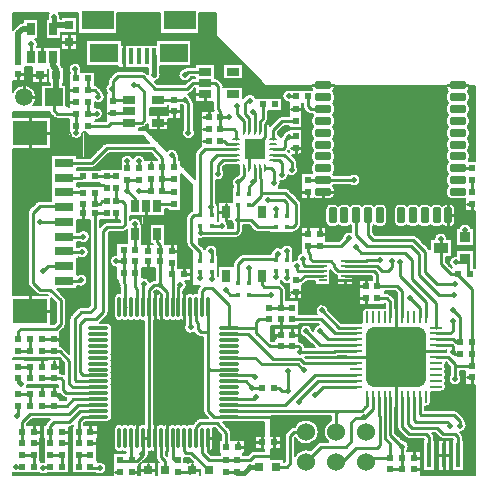
<source format=gtl>
%FSAX43Y43*%
%MOMM*%
G71*
G01*
G75*
G04 Layer_Physical_Order=1*
G04 Layer_Color=255*
%ADD10C,0.203*%
%ADD11R,0.600X0.500*%
%ADD12R,1.270X0.914*%
%ADD13R,0.914X0.914*%
%ADD14R,0.650X1.100*%
%ADD15R,1.100X0.650*%
%ADD16R,0.500X0.600*%
%ADD17R,0.762X0.762*%
%ADD18R,0.762X0.762*%
%ADD19R,0.450X0.450*%
G04:AMPARAMS|DCode=20|XSize=5mm|YSize=5mm|CornerRadius=0.5mm|HoleSize=0mm|Usage=FLASHONLY|Rotation=90.000|XOffset=0mm|YOffset=0mm|HoleType=Round|Shape=RoundedRectangle|*
%AMROUNDEDRECTD20*
21,1,5.000,4.000,0,0,90.0*
21,1,4.000,5.000,0,0,90.0*
1,1,1.000,2.000,2.000*
1,1,1.000,2.000,-2.000*
1,1,1.000,-2.000,-2.000*
1,1,1.000,-2.000,2.000*
%
%ADD20ROUNDEDRECTD20*%
%ADD21O,1.050X0.250*%
%ADD22O,0.250X1.050*%
G04:AMPARAMS|DCode=23|XSize=0.25mm|YSize=0.7mm|CornerRadius=0.063mm|HoleSize=0mm|Usage=FLASHONLY|Rotation=90.000|XOffset=0mm|YOffset=0mm|HoleType=Round|Shape=RoundedRectangle|*
%AMROUNDEDRECTD23*
21,1,0.250,0.575,0,0,90.0*
21,1,0.125,0.700,0,0,90.0*
1,1,0.125,0.287,0.063*
1,1,0.125,0.287,-0.063*
1,1,0.125,-0.287,-0.063*
1,1,0.125,-0.287,0.063*
%
%ADD23ROUNDEDRECTD23*%
G04:AMPARAMS|DCode=24|XSize=0.25mm|YSize=0.7mm|CornerRadius=0.063mm|HoleSize=0mm|Usage=FLASHONLY|Rotation=0.000|XOffset=0mm|YOffset=0mm|HoleType=Round|Shape=RoundedRectangle|*
%AMROUNDEDRECTD24*
21,1,0.250,0.575,0,0,0.0*
21,1,0.125,0.700,0,0,0.0*
1,1,0.125,0.063,-0.287*
1,1,0.125,-0.063,-0.287*
1,1,0.125,-0.063,0.287*
1,1,0.125,0.063,0.287*
%
%ADD24ROUNDEDRECTD24*%
%ADD25R,1.700X1.700*%
%ADD26R,3.000X2.100*%
%ADD27R,1.600X0.800*%
G04:AMPARAMS|DCode=28|XSize=0.6mm|YSize=1.4mm|CornerRadius=0.15mm|HoleSize=0mm|Usage=FLASHONLY|Rotation=270.000|XOffset=0mm|YOffset=0mm|HoleType=Round|Shape=RoundedRectangle|*
%AMROUNDEDRECTD28*
21,1,0.600,1.100,0,0,270.0*
21,1,0.300,1.400,0,0,270.0*
1,1,0.300,-0.550,-0.150*
1,1,0.300,-0.550,0.150*
1,1,0.300,0.550,0.150*
1,1,0.300,0.550,-0.150*
%
%ADD28ROUNDEDRECTD28*%
G04:AMPARAMS|DCode=29|XSize=0.6mm|YSize=1.4mm|CornerRadius=0.15mm|HoleSize=0mm|Usage=FLASHONLY|Rotation=0.000|XOffset=0mm|YOffset=0mm|HoleType=Round|Shape=RoundedRectangle|*
%AMROUNDEDRECTD29*
21,1,0.600,1.100,0,0,0.0*
21,1,0.300,1.400,0,0,0.0*
1,1,0.300,0.150,-0.550*
1,1,0.300,-0.150,-0.550*
1,1,0.300,-0.150,0.550*
1,1,0.300,0.150,0.550*
%
%ADD29ROUNDEDRECTD29*%
%ADD30R,2.700X1.600*%
%ADD31R,2.400X1.600*%
%ADD32R,0.400X1.350*%
%ADD33R,0.800X1.000*%
%ADD34O,0.300X1.800*%
%ADD35O,1.800X0.300*%
%ADD36R,0.700X0.225*%
%ADD37R,0.400X2.000*%
%ADD38C,0.250*%
%ADD39C,0.225*%
%ADD40C,0.400*%
%ADD41C,0.254*%
%ADD42C,0.500*%
%ADD43C,1.524*%
%ADD44R,1.500X1.500*%
%ADD45C,1.500*%
%ADD46C,0.500*%
D10*
X0015575Y0022812D02*
G03*
X0015498Y0022752I0000225J-0000362D01*
G01*
X0015575Y0022812D02*
G03*
X0015498Y0022752I0000225J-0000362D01*
G01*
X0015248Y0022502D02*
G03*
X0015123Y0022200I0000302J-0000302D01*
G01*
X0015248Y0022502D02*
G03*
X0015123Y0022200I0000302J-0000302D01*
G01*
Y0020050D02*
G03*
X0015248Y0019748I0000427J0000000D01*
G01*
X0015123Y0020050D02*
G03*
X0015248Y0019748I0000427J0000000D01*
G01*
X0013323Y0019952D02*
G03*
X0013277Y0020100I-0000423J-0000052D01*
G01*
X0013323Y0019952D02*
G03*
X0013277Y0020100I-0000423J-0000052D01*
G01*
X0016148Y0016302D02*
G03*
X0016023Y0016000I0000302J-0000302D01*
G01*
X0016148Y0016302D02*
G03*
X0016023Y0016000I0000302J-0000302D01*
G01*
X0015152Y0016500D02*
G03*
X0015028Y0016848I-0000552J0000000D01*
G01*
X0014877Y0016023D02*
G03*
X0015152Y0016500I-0000277J0000477D01*
G01*
X0016023Y0015846D02*
G03*
X0015700Y0015776I-0000073J-0000446D01*
G01*
X0015700D02*
G03*
X0015200Y0015776I-0000250J-0000376D01*
G01*
D02*
G03*
X0014877Y0015846I-0000250J-0000376D01*
G01*
X0014700Y0013524D02*
G03*
X0015023Y0013454I0000250J0000376D01*
G01*
X0012400Y0016927D02*
G03*
X0012098Y0016802I0000000J-0000427D01*
G01*
X0012945Y0015852D02*
G03*
X0012700Y0015776I0000005J-0000452D01*
G01*
X0012565Y0016062D02*
G03*
X0012846Y0015951I0000335J0000438D01*
G01*
X0012700Y0015776D02*
G03*
X0012377Y0015846I-0000250J-0000376D01*
G01*
X0013700Y0013524D02*
G03*
X0014200Y0013524I0000250J0000376D01*
G01*
X0013200D02*
G03*
X0013700Y0013524I0000250J0000376D01*
G01*
X0014200D02*
G03*
X0014700Y0013524I0000250J0000376D01*
G01*
X0012700D02*
G03*
X0013200Y0013524I0000250J0000376D01*
G01*
X0012400Y0016927D02*
G03*
X0012098Y0016802I0000000J-0000427D01*
G01*
X0012034Y0016737D02*
G03*
X0011402Y0017143I-0000534J-0000137D01*
G01*
X0012377Y0013454D02*
G03*
X0012700Y0013524I0000073J0000446D01*
G01*
X0011649Y0027052D02*
G03*
X0010600Y0027234I-0000549J-0000052D01*
G01*
X0010600D02*
G03*
X0009548Y0027002I-0000500J-0000232D01*
G01*
X0011302Y0021652D02*
G03*
X0010329Y0022008I-0000552J0000000D01*
G01*
X0009700Y0020971D02*
G03*
X0010003Y0021097I0000000J0000429D01*
G01*
X0009700Y0020971D02*
G03*
X0010004Y0021097I0000000J0000429D01*
G01*
X0011200Y0013524D02*
G03*
X0011523Y0013454I0000250J0000376D01*
G01*
X0009373Y0016700D02*
G03*
X0009498Y0016398I0000427J0000000D01*
G01*
X0010200Y0013524D02*
G03*
X0010700Y0013524I0000250J0000376D01*
G01*
X0009700D02*
G03*
X0010200Y0013524I0000250J0000376D01*
G01*
X0010700D02*
G03*
X0011200Y0013524I0000250J0000376D01*
G01*
X0009198Y0019076D02*
G03*
X0009198Y0017974I-0000023J-0000551D01*
G01*
X0009373Y0016700D02*
G03*
X0009498Y0016398I0000427J0000000D01*
G01*
X0009523Y0015846D02*
G03*
X0008998Y0015400I-0000073J-0000446D01*
G01*
Y0013900D02*
G03*
X0009700Y0013524I0000452J0000000D01*
G01*
X0008403Y0013896D02*
G03*
X0008529Y0014200I-0000303J0000304D01*
G01*
X0008403Y0013897D02*
G03*
X0008529Y0014200I-0000303J0000303D01*
G01*
X0019500Y0004898D02*
G03*
X0019648Y0004923I0000000J0000452D01*
G01*
X0016523Y0005875D02*
G03*
X0016648Y0005573I0000427J0000000D01*
G01*
X0016023Y0012198D02*
G03*
X0016325Y0012073I0000302J0000302D01*
G01*
X0016023Y0012198D02*
G03*
X0016325Y0012073I0000302J0000302D01*
G01*
X0016523Y0005875D02*
G03*
X0016648Y0005573I0000427J0000000D01*
G01*
X0016278Y0005227D02*
G03*
X0015977Y0005102I0000000J-0000427D01*
G01*
X0015023Y0013242D02*
G03*
X0015766Y0012456I0000452J-0000317D01*
G01*
X0016278Y0005227D02*
G03*
X0015977Y0005102I0000000J-0000427D01*
G01*
X0018927Y0004000D02*
G03*
X0018802Y0004302I-0000427J0000000D01*
G01*
X0018927Y0004000D02*
G03*
X0018802Y0004302I-0000427J0000000D01*
G01*
X0020845Y0002477D02*
G03*
X0020544Y0002352I0000000J-0000427D01*
G01*
X0020845Y0002477D02*
G03*
X0020544Y0002352I0000000J-0000427D01*
G01*
X0016955Y0002348D02*
G03*
X0017402Y0002800I-0000005J0000452D01*
G01*
X0015200Y0004676D02*
G03*
X0014700Y0004676I-0000250J-0000376D01*
G01*
X0014700D02*
G03*
X0014200Y0004676I-0000250J-0000376D01*
G01*
X0015606Y0004724D02*
G03*
X0015200Y0004676I-0000156J-0000424D01*
G01*
X0013700D02*
G03*
X0013200Y0004676I-0000250J-0000376D01*
G01*
X0014200D02*
G03*
X0013700Y0004676I-0000250J-0000376D01*
G01*
X0013379Y0002354D02*
G03*
X0013521Y0002354I0000071J0000446D01*
G01*
X0014952Y0001861D02*
G03*
X0015126Y0001823I0000174J0000389D01*
G01*
X0014952Y0001861D02*
G03*
X0015126Y0001823I0000174J0000389D01*
G01*
X0008776Y0011600D02*
G03*
X0008852Y0011850I-0000376J0000250D01*
G01*
D02*
G03*
X0008776Y0012100I-0000452J0000000D01*
G01*
X0008852Y0011350D02*
G03*
X0008776Y0011600I-0000452J0000000D01*
G01*
X0008852Y0012350D02*
G03*
X0008776Y0012600I-0000452J0000000D01*
G01*
Y0012600D02*
G03*
X0008852Y0012850I-0000376J0000250D01*
G01*
X0008776Y0012100D02*
G03*
X0008852Y0012350I-0000376J0000250D01*
G01*
X0008776Y0010100D02*
G03*
X0008852Y0010350I-0000376J0000250D01*
G01*
D02*
G03*
X0008776Y0010600I-0000452J0000000D01*
G01*
X0008852Y0009850D02*
G03*
X0008776Y0010100I-0000452J0000000D01*
G01*
Y0011100D02*
G03*
X0008852Y0011350I-0000376J0000250D01*
G01*
X0008776Y0010600D02*
G03*
X0008852Y0010850I-0000376J0000250D01*
G01*
Y0012850D02*
G03*
X0008400Y0013302I-0000452J0000000D01*
G01*
X0008852Y0010850D02*
G03*
X0008776Y0011100I-0000452J0000000D01*
G01*
Y0009100D02*
G03*
X0008852Y0009350I-0000376J0000250D01*
G01*
X0008776Y0009600D02*
G03*
X0008852Y0009850I-0000376J0000250D01*
G01*
X0008776Y0008600D02*
G03*
X0008852Y0008850I-0000376J0000250D01*
G01*
D02*
G03*
X0008776Y0009100I-0000452J0000000D01*
G01*
X0008852Y0008350D02*
G03*
X0008776Y0008600I-0000452J0000000D01*
G01*
X0008852Y0006850D02*
G03*
X0008776Y0007100I-0000452J0000000D01*
G01*
Y0007600D02*
G03*
X0008852Y0007850I-0000376J0000250D01*
G01*
X0008776Y0006600D02*
G03*
X0008852Y0006850I-0000376J0000250D01*
G01*
X0008776Y0008100D02*
G03*
X0008852Y0008350I-0000376J0000250D01*
G01*
Y0007850D02*
G03*
X0008776Y0008100I-0000452J0000000D01*
G01*
X0008852Y0009350D02*
G03*
X0008776Y0009600I-0000452J0000000D01*
G01*
X0008852Y0007350D02*
G03*
X0008776Y0007600I-0000452J0000000D01*
G01*
Y0007100D02*
G03*
X0008852Y0007350I-0000376J0000250D01*
G01*
X0013200Y0004676D02*
G03*
X0012700Y0004676I-0000250J-0000376D01*
G01*
D02*
G03*
X0012377Y0004746I-0000250J-0000376D01*
G01*
X0012521Y0001950D02*
G03*
X0012647Y0001646I0000429J0000000D01*
G01*
X0012200Y0002424D02*
G03*
X0012521Y0002354I0000250J0000376D01*
G01*
X0011523Y0004746D02*
G03*
X0011200Y0004676I-0000073J-0000446D01*
G01*
X0011931Y0002349D02*
G03*
X0012200Y0002424I0000019J0000451D01*
G01*
X0012521Y0001950D02*
G03*
X0012647Y0001647I0000429J0000000D01*
G01*
X0011952Y0002200D02*
G03*
X0011931Y0002349I-0000552J0000000D01*
G01*
X0011587Y0001681D02*
G03*
X0011952Y0002200I-0000187J0000519D01*
G01*
X0011200Y0004676D02*
G03*
X0010700Y0004676I-0000250J-0000376D01*
G01*
X0010700D02*
G03*
X0010200Y0004676I-0000250J-0000376D01*
G01*
D02*
G03*
X0009700Y0004676I-0000250J-0000376D01*
G01*
X0009700D02*
G03*
X0008998Y0004300I-0000250J-0000376D01*
G01*
Y0002800D02*
G03*
X0009700Y0002424I0000452J0000000D01*
G01*
X0009700D02*
G03*
X0010021Y0002354I0000250J0000376D01*
G01*
X0008776Y0006100D02*
G03*
X0008852Y0006350I-0000376J0000250D01*
G01*
D02*
G03*
X0008776Y0006600I-0000452J0000000D01*
G01*
X0008852Y0005850D02*
G03*
X0008776Y0006100I-0000452J0000000D01*
G01*
Y0005600D02*
G03*
X0008852Y0005850I-0000376J0000250D01*
G01*
Y0005350D02*
G03*
X0008776Y0005600I-0000452J0000000D01*
G01*
X0008400Y0004898D02*
G03*
X0008852Y0005350I0000000J0000452D01*
G01*
X0011052Y0001199D02*
G03*
X0011204Y0001297I-0000152J0000401D01*
G01*
X0011052Y0001199D02*
G03*
X0011203Y0001297I-0000152J0000401D01*
G01*
X0008400Y0028527D02*
G03*
X0008098Y0028402I0000000J-0000427D01*
G01*
X0008400Y0028527D02*
G03*
X0008098Y0028402I0000000J-0000427D01*
G01*
X0007150Y0026423D02*
G03*
X0007452Y0026548I0000000J0000427D01*
G01*
X0007150Y0026423D02*
G03*
X0007452Y0026548I0000000J0000427D01*
G01*
X0005251Y0029448D02*
G03*
X0006352Y0029400I0000549J-0000048D01*
G01*
X0008400Y0021829D02*
G03*
X0008096Y0021703I0000000J-0000429D01*
G01*
X0008400Y0021829D02*
G03*
X0008097Y0021703I0000000J-0000429D01*
G01*
X0006050Y0020173D02*
G03*
X0006952Y0020600I0000350J0000427D01*
G01*
D02*
G03*
X0006050Y0021027I-0000552J0000000D01*
G01*
X0005950Y0018873D02*
G03*
X0006852Y0019300I0000350J0000427D01*
G01*
D02*
G03*
X0005950Y0019727I-0000552J0000000D01*
G01*
X0006752Y0016900D02*
G03*
X0005902Y0017364I-0000552J0000000D01*
G01*
X0005922Y0016423D02*
G03*
X0006752Y0016900I0000278J0000477D01*
G01*
X0006200Y0014629D02*
G03*
X0005897Y0014503I0000000J-0000429D01*
G01*
X0006200Y0014629D02*
G03*
X0005896Y0014503I0000000J-0000429D01*
G01*
X0003898Y0030698D02*
G03*
X0004200Y0030573I0000302J0000302D01*
G01*
X0003501Y0031150D02*
G03*
X0003598Y0030998I0000399J0000150D01*
G01*
X0003501Y0031150D02*
G03*
X0003598Y0030998I0000399J0000150D01*
G01*
X0003898Y0030698D02*
G03*
X0004200Y0030573I0000302J0000302D01*
G01*
X0005351Y0013957D02*
G03*
X0005225Y0013654I0000303J-0000303D01*
G01*
X0004927Y0015200D02*
G03*
X0004802Y0015502I-0000427J0000000D01*
G01*
X0005351Y0013958D02*
G03*
X0005225Y0013654I0000303J-0000304D01*
G01*
X0004927Y0015200D02*
G03*
X0004802Y0015502I-0000427J0000000D01*
G01*
X0002700Y0023627D02*
G03*
X0002398Y0023502I0000000J-0000427D01*
G01*
X0002700Y0023627D02*
G03*
X0002398Y0023502I0000000J-0000427D01*
G01*
Y0015798D02*
G03*
X0002700Y0015673I0000302J0000302D01*
G01*
X0002398Y0015798D02*
G03*
X0002700Y0015673I0000302J0000302D01*
G01*
X0001798Y0022902D02*
G03*
X0001673Y0022600I0000302J-0000302D01*
G01*
Y0016700D02*
G03*
X0001798Y0016398I0000427J0000000D01*
G01*
X0001673Y0016700D02*
G03*
X0001798Y0016398I0000427J0000000D01*
G01*
Y0022902D02*
G03*
X0001673Y0022600I0000302J-0000302D01*
G01*
X0004647Y0007047D02*
G03*
X0004950Y0006921I0000303J0000303D01*
G01*
X0004802Y0012898D02*
G03*
X0004927Y0013200I-0000302J0000302D01*
G01*
X0004802Y0012898D02*
G03*
X0004927Y0013200I-0000302J0000302D01*
G01*
X0006758Y0004921D02*
G03*
X0006900Y0004898I0000142J0000429D01*
G01*
X0004704Y0011203D02*
G03*
X0004452Y0011325I-0000304J-0000303D01*
G01*
X0004703Y0011203D02*
G03*
X0004452Y0011325I-0000303J-0000303D01*
G01*
X0004771Y0008932D02*
G03*
X0004500Y0009029I-0000271J-0000332D01*
G01*
X0004771Y0008932D02*
G03*
X0004500Y0009029I-0000271J-0000332D01*
G01*
X0004646Y0007047D02*
G03*
X0004950Y0006921I0000304J0000303D01*
G01*
X0008352Y0001000D02*
G03*
X0007602Y0001515I-0000552J0000000D01*
G01*
X0007483Y0000548D02*
G03*
X0008352Y0001000I0000317J0000452D01*
G01*
X0005398Y0004520D02*
G03*
X0005503Y0004597I-0000198J0000380D01*
G01*
X0005398Y0004520D02*
G03*
X0005504Y0004597I-0000198J0000380D01*
G01*
X0005202Y0004471D02*
G03*
X0005398Y0004520I-0000002J0000429D01*
G01*
X0005202Y0004471D02*
G03*
X0005398Y0004520I-0000002J0000429D01*
G01*
X0001614Y0007852D02*
G03*
X0001692Y0008048I-0000464J0000298D01*
G01*
X0003297Y0004904D02*
G03*
X0003175Y0004652I0000303J-0000304D01*
G01*
X0003297Y0004903D02*
G03*
X0003175Y0004652I0000303J-0000303D01*
G01*
X0002683Y0000548D02*
G03*
X0003317Y0000548I0000317J0000452D01*
G01*
X0002998Y0001552D02*
G03*
X0002802Y0001515I0000002J-0000552D01*
G01*
X0000598Y0000558D02*
G03*
X0000700Y0000548I0000102J0000542D01*
G01*
X0000429Y0000620D02*
G03*
X0000598Y0000558I0000271J0000480D01*
G01*
X0016663Y0019525D02*
G03*
X0016602Y0019602I-0000363J-0000225D01*
G01*
X0017677Y0019122D02*
G03*
X0017752Y0019400I-0000477J0000278D01*
G01*
X0016663Y0019525D02*
G03*
X0016602Y0019602I-0000363J-0000225D01*
G01*
X0016151Y0020402D02*
G03*
X0016642Y0020473I0000174J0000523D01*
G01*
X0017752Y0019400D02*
G03*
X0016663Y0019525I-0000552J0000000D01*
G01*
X0017763Y0022977D02*
G03*
X0017777Y0023100I-0000538J0000123D01*
G01*
D02*
G03*
X0017652Y0023450I-0000552J0000000D01*
G01*
X0014450Y0027544D02*
G03*
X0013494Y0027873I-0000550J-0000044D01*
G01*
X0014527Y0027300D02*
G03*
X0014450Y0027544I-0000427J0000000D01*
G01*
X0014527Y0027300D02*
G03*
X0014450Y0027544I-0000427J0000000D01*
G01*
X0017652Y0025369D02*
G03*
X0018352Y0025900I0000148J0000531D01*
G01*
X0015998Y0027902D02*
G03*
X0015873Y0027600I0000302J-0000302D01*
G01*
X0015998Y0027902D02*
G03*
X0015873Y0027600I0000302J-0000302D01*
G01*
X0018624Y0021327D02*
G03*
X0018652Y0021500I-0000524J0000173D01*
G01*
D02*
G03*
X0018481Y0021898I-0000552J0000000D01*
G01*
X0019198Y0018602D02*
G03*
X0019073Y0018300I0000302J-0000302D01*
G01*
X0019198Y0018602D02*
G03*
X0019073Y0018300I0000302J-0000302D01*
G01*
X0019300Y0020473D02*
G03*
X0019602Y0020598I0000000J0000427D01*
G01*
X0019875Y0019102D02*
G03*
X0019573Y0018977I0000000J-0000427D01*
G01*
X0019875Y0019102D02*
G03*
X0019573Y0018977I0000000J-0000427D01*
G01*
X0019300Y0020473D02*
G03*
X0019602Y0020598I0000000J0000427D01*
G01*
X0019802Y0020798D02*
G03*
X0019927Y0021100I-0000302J0000302D01*
G01*
X0019802Y0020798D02*
G03*
X0019927Y0021100I-0000302J0000302D01*
G01*
X0018352Y0025900D02*
G03*
X0018227Y0026250I-0000552J0000000D01*
G01*
X0018954Y0021898D02*
G03*
X0019073Y0021625I0000546J0000077D01*
G01*
X0019446Y0025749D02*
G03*
X0019073Y0024850I0000054J-0000549D01*
G01*
X0011350Y0029823D02*
G03*
X0011652Y0029948I0000000J0000427D01*
G01*
X0011350Y0029823D02*
G03*
X0011652Y0029948I0000000J0000427D01*
G01*
X0007402Y0030462D02*
G03*
X0008077Y0031000I0000123J0000538D01*
G01*
D02*
G03*
X0007402Y0031538I-0000552J0000000D01*
G01*
X0015852Y0029400D02*
G03*
X0015727Y0029750I-0000552J0000000D01*
G01*
X0014873D02*
G03*
X0015852Y0029400I0000427J-0000350D01*
G01*
X0014652Y0031772D02*
G03*
X0014873Y0031663I0000348J0000428D01*
G01*
X0017398Y0031400D02*
G03*
X0017425Y0031252I0000427J0000000D01*
G01*
X0017398Y0031400D02*
G03*
X0017425Y0031252I0000427J0000000D01*
G01*
X0023146Y0019623D02*
G03*
X0022299Y0019177I-0000296J-0000466D01*
G01*
X0023177Y0016677D02*
G03*
X0023058Y0016760I-0000302J-0000302D01*
G01*
X0023148Y0016846D02*
G03*
X0023848Y0016560I0000502J0000229D01*
G01*
X0023177Y0016677D02*
G03*
X0023058Y0016760I-0000302J-0000302D01*
G01*
D02*
G03*
X0023148Y0016846I-0000333J0000440D01*
G01*
X0023598Y0004052D02*
G03*
X0023473Y0003750I0000302J-0000302D01*
G01*
X0023598Y0004052D02*
G03*
X0023473Y0003750I0000302J-0000302D01*
G01*
X0025645Y0002521D02*
G03*
X0024327Y0002040I-0000385J-0000991D01*
G01*
X0024220Y0004497D02*
G03*
X0023918Y0004372I0000000J-0000427D01*
G01*
X0024220Y0004497D02*
G03*
X0023918Y0004372I0000000J-0000427D01*
G01*
X0024327Y0003560D02*
G03*
X0026324Y0004070I0000933J0000510D01*
G01*
D02*
G03*
X0024286Y0004497I-0001064J0000000D01*
G01*
X0023527Y0016150D02*
G03*
X0023402Y0016452I-0000427J0000000D01*
G01*
X0023527Y0016150D02*
G03*
X0023402Y0016452I-0000427J0000000D01*
G01*
X0024453Y0018652D02*
G03*
X0024177Y0018579I-0000003J-0000552D01*
G01*
X0024154Y0019177D02*
G03*
X0024202Y0019400I-0000504J0000223D01*
G01*
X0024848Y0019255D02*
G03*
X0024453Y0018652I0000152J-0000530D01*
G01*
X0020873Y0021098D02*
G03*
X0021175Y0020973I0000302J0000302D01*
G01*
X0020873Y0021098D02*
G03*
X0021175Y0020973I0000302J0000302D01*
G01*
X0024202Y0019400D02*
G03*
X0023146Y0019623I-0000552J0000000D01*
G01*
X0022931Y0024752D02*
G03*
X0023102Y0025150I-0000382J0000398D01*
G01*
X0022206Y0029984D02*
G03*
X0021862Y0030227I-0000343J-0000122D01*
G01*
X0021902Y0030298D02*
G03*
X0022027Y0030600I-0000302J0000302D01*
G01*
X0021902Y0030298D02*
G03*
X0022027Y0030600I-0000302J0000302D01*
G01*
X0023102Y0025150D02*
G03*
X0023085Y0025286I-0000552J0000000D01*
G01*
X0023124Y0029002D02*
G03*
X0022902Y0029299I-0000362J-0000040D01*
G01*
X0023085Y0025286D02*
G03*
X0023751Y0025796I0000115J0000539D01*
G01*
X0023198Y0029102D02*
G03*
X0023124Y0029002I0000302J-0000302D01*
G01*
X0023198Y0029102D02*
G03*
X0023124Y0029002I0000302J-0000302D01*
G01*
X0023225Y0030827D02*
G03*
X0022923Y0030702I0000000J-0000427D01*
G01*
X0023225Y0030827D02*
G03*
X0022923Y0030702I0000000J-0000427D01*
G01*
X0023777Y0024627D02*
G03*
X0023475Y0024752I-0000302J-0000302D01*
G01*
X0023777Y0024627D02*
G03*
X0023475Y0024752I-0000302J-0000302D01*
G01*
X0024177Y0020974D02*
G03*
X0024452Y0021098I-0000027J0000426D01*
G01*
X0024177Y0020974D02*
G03*
X0024452Y0021098I-0000027J0000426D01*
G01*
X0023751Y0025796D02*
G03*
X0024577Y0026275I0000274J0000479D01*
G01*
D02*
G03*
X0024452Y0026625I-0000552J0000000D01*
G01*
X0023848Y0029624D02*
G03*
X0023255Y0029158I-0000048J-0000549D01*
G01*
X0024452Y0026950D02*
G03*
X0024327Y0027252I-0000427J0000000D01*
G01*
X0024452Y0026950D02*
G03*
X0024327Y0027252I-0000427J0000000D01*
G01*
X0002412Y0032400D02*
G03*
X0000429Y0032888I-0001052J0000000D01*
G01*
X0002158Y0031716D02*
G03*
X0002412Y0032400I-0000798J0000684D01*
G01*
X0004619Y0034983D02*
G03*
X0004487Y0035193I-0000522J-0000180D01*
G01*
X0004619Y0034983D02*
G03*
X0004487Y0035193I-0000522J-0000180D01*
G01*
X0007652Y0033302D02*
G03*
X0007402Y0033423I-0000302J-0000302D01*
G01*
X0007652Y0033302D02*
G03*
X0007402Y0033423I-0000302J-0000302D01*
G01*
Y0031971D02*
G03*
X0008227Y0032450I0000273J0000479D01*
G01*
D02*
G03*
X0008071Y0032834I-0000552J0000000D01*
G01*
D02*
G03*
X0007977Y0032977I-0000396J-0000159D01*
G01*
X0008473Y0033545D02*
G03*
X0008418Y0032702I0000327J-0000445D01*
G01*
X0008071Y0032834D02*
G03*
X0007977Y0032977I-0000396J-0000159D01*
G01*
X0005207Y0034552D02*
G03*
X0005273Y0034450I0000493J0000248D01*
G01*
X0006193Y0034552D02*
G03*
X0006252Y0034800I-0000493J0000248D01*
G01*
D02*
G03*
X0005207Y0034552I-0000552J0000000D01*
G01*
X0008598Y0034052D02*
G03*
X0008473Y0033750I0000302J-0000302D01*
G01*
X0008598Y0034052D02*
G03*
X0008473Y0033750I0000302J-0000302D01*
G01*
X0009325Y0034602D02*
G03*
X0009023Y0034477I0000000J-0000427D01*
G01*
X0009325Y0034602D02*
G03*
X0009023Y0034477I0000000J-0000427D01*
G01*
X0002493Y0036652D02*
G03*
X0002552Y0036900I-0000493J0000248D01*
G01*
D02*
G03*
X0002321Y0037348I-0000552J0000000D01*
G01*
X0000510Y0038190D02*
G03*
X0000429Y0038086I0000390J-0000390D01*
G01*
X0000510Y0038190D02*
G03*
X0000429Y0038086I0000390J-0000390D01*
G01*
X0001300Y0038752D02*
G03*
X0000910Y0038590I0000000J-0000552D01*
G01*
X0001300Y0038752D02*
G03*
X0000910Y0038590I0000000J-0000552D01*
G01*
X0004431Y0039052D02*
G03*
X0004452Y0039200I-0000531J0000148D01*
G01*
X0003473Y0039549D02*
G03*
X0003369Y0039052I0000427J-0000349D01*
G01*
X0004452Y0039200D02*
G03*
X0004327Y0039550I-0000552J0000000D01*
G01*
X0015549Y0032254D02*
G03*
X0015272Y0032680I-0000549J-0000054D01*
G01*
X0015272Y0032680D02*
G03*
X0015502Y0032798I-0000072J0000420D01*
G01*
X0015272Y0032680D02*
G03*
X0015502Y0032798I-0000072J0000420D01*
G01*
X0012452Y0033751D02*
G03*
X0012952Y0034300I-0000052J0000549D01*
G01*
X0014946Y0034849D02*
G03*
X0015523Y0034123I0000054J-0000549D01*
G01*
X0015727Y0031900D02*
G03*
X0015602Y0032202I-0000427J0000000D01*
G01*
X0015727Y0031900D02*
G03*
X0015602Y0032202I-0000427J0000000D01*
G01*
X0015700Y0034027D02*
G03*
X0015398Y0033902I0000000J-0000427D01*
G01*
X0015700Y0034027D02*
G03*
X0015398Y0033902I0000000J-0000427D01*
G01*
X0011727Y0034477D02*
G03*
X0011425Y0034602I-0000302J-0000302D01*
G01*
X0011727Y0034477D02*
G03*
X0011425Y0034602I-0000302J-0000302D01*
G01*
X0011898Y0034529D02*
G03*
X0011851Y0034352I0000502J-0000229D01*
G01*
X0012952Y0034300D02*
G03*
X0012902Y0034529I-0000552J0000000D01*
G01*
X0021003Y0032352D02*
G03*
X0020094Y0032499I-0000503J-0000227D01*
G01*
D02*
G03*
X0019998Y0032427I0000206J-0000374D01*
G01*
X0020094Y0032499D02*
G03*
X0019998Y0032427I0000206J-0000374D01*
G01*
X0023798Y0033051D02*
G03*
X0023798Y0031949I-0000023J-0000551D01*
G01*
X0018252Y0033350D02*
G03*
X0018127Y0033652I-0000427J0000000D01*
G01*
X0018252Y0033350D02*
G03*
X0018127Y0033652I-0000427J0000000D01*
G01*
X0017877Y0033902D02*
G03*
X0017575Y0034027I-0000302J-0000302D01*
G01*
X0017877Y0033902D02*
G03*
X0017575Y0034027I-0000302J-0000302D01*
G01*
X0015250Y0034977D02*
G03*
X0014948Y0034852I0000000J-0000427D01*
G01*
X0015250Y0034977D02*
G03*
X0014948Y0034852I0000000J-0000427D01*
G01*
X0025176Y0011227D02*
G03*
X0025052Y0011502I-0000426J-0000027D01*
G01*
X0025176Y0011227D02*
G03*
X0025052Y0011502I-0000426J-0000027D01*
G01*
X0024952Y0011602D02*
G03*
X0024652Y0011727I-0000302J-0000302D01*
G01*
X0024952Y0011602D02*
G03*
X0024652Y0011727I-0000302J-0000302D01*
G01*
X0026348Y0013149D02*
G03*
X0025848Y0012605I0000052J-0000549D01*
G01*
X0025799Y0012654D02*
G03*
X0025196Y0012051I-0000549J-0000054D01*
G01*
X0026530Y0003229D02*
G03*
X0026227Y0003103I0000000J-0000429D01*
G01*
X0026530Y0003229D02*
G03*
X0026226Y0003103I0000000J-0000429D01*
G01*
X0027371Y0005043D02*
G03*
X0027149Y0003229I0000429J-0000973D01*
G01*
X0033952Y0002825D02*
G03*
X0033454Y0003374I-0000552J0000000D01*
G01*
X0033827Y0002475D02*
G03*
X0033952Y0002825I-0000427J0000350D01*
G01*
X0032973Y0004475D02*
G03*
X0033098Y0004173I0000427J0000000D01*
G01*
X0032973Y0004475D02*
G03*
X0033098Y0004173I0000427J0000000D01*
G01*
X0027625Y0010373D02*
G03*
X0027899Y0010473I0000000J0000427D01*
G01*
X0027625Y0010373D02*
G03*
X0027899Y0010473I0000000J0000427D01*
G01*
X0028705D02*
G03*
X0028705Y0010327I0000420J-0000073D01*
G01*
X0032827Y0006205D02*
G03*
X0032973Y0006205I0000073J0000420D01*
G01*
X0027149Y0014404D02*
G03*
X0026153Y0014027I-0000549J-0000054D01*
G01*
X0024952Y0016538D02*
G03*
X0025043Y0016607I-0000202J0000362D01*
G01*
X0024952Y0016538D02*
G03*
X0025044Y0016608I-0000202J0000362D01*
G01*
X0027302Y0017776D02*
G03*
X0027358Y0017706I0000348J0000224D01*
G01*
X0027302Y0017776D02*
G03*
X0027357Y0017707I0000348J0000224D01*
G01*
X0027657Y0017407D02*
G03*
X0027898Y0017289I0000293J0000293D01*
G01*
X0027656Y0017408D02*
G03*
X0027898Y0017289I0000294J0000292D01*
G01*
X0030650Y0014521D02*
G03*
X0029973Y0014175I-0000250J-0000346D01*
G01*
X0031650Y0014521D02*
G03*
X0031150Y0014521I-0000250J-0000346D01*
G01*
D02*
G03*
X0030650Y0014521I-0000250J-0000346D01*
G01*
X0031973Y0014595D02*
G03*
X0031650Y0014521I-0000073J-0000420D01*
G01*
X0032973Y0014595D02*
G03*
X0032827Y0014595I-0000073J-0000420D01*
G01*
Y0015100D02*
G03*
X0032702Y0015402I-0000427J0000000D01*
G01*
X0032827Y0015100D02*
G03*
X0032702Y0015402I-0000427J0000000D01*
G01*
X0032402Y0015702D02*
G03*
X0032100Y0015827I-0000302J-0000302D01*
G01*
X0032402Y0015702D02*
G03*
X0032100Y0015827I-0000302J-0000302D01*
G01*
X0033698Y0003573D02*
G03*
X0034000Y0003448I0000302J0000302D01*
G01*
X0033698Y0003573D02*
G03*
X0034000Y0003448I0000302J0000302D01*
G01*
X0036127Y0003625D02*
G03*
X0036002Y0003927I-0000427J0000000D01*
G01*
X0036127Y0003625D02*
G03*
X0036002Y0003927I-0000427J0000000D01*
G01*
X0036548Y0003598D02*
G03*
X0036850Y0003473I0000302J0000302D01*
G01*
X0036548Y0003598D02*
G03*
X0036850Y0003473I0000302J0000302D01*
G01*
X0038329Y0004049D02*
G03*
X0038852Y0004600I-0000029J0000551D01*
G01*
X0038527Y0003675D02*
G03*
X0038402Y0003977I-0000427J0000000D01*
G01*
X0038527Y0003675D02*
G03*
X0038402Y0003977I-0000427J0000000D01*
G01*
X0038727Y0004975D02*
G03*
X0038602Y0005277I-0000427J0000000D01*
G01*
X0038852Y0004600D02*
G03*
X0038727Y0004950I-0000552J0000000D01*
G01*
Y0004975D02*
G03*
X0038602Y0005277I-0000427J0000000D01*
G01*
X0035327Y0006205D02*
G03*
X0035827Y0006625I0000073J0000420D01*
G01*
X0036675Y0007473D02*
G03*
X0037102Y0007900I0000000J0000427D01*
G01*
D02*
G03*
X0037021Y0008150I-0000427J0000000D01*
G01*
Y0008150D02*
G03*
X0037102Y0008400I-0000346J0000250D01*
G01*
D02*
G03*
X0037021Y0008650I-0000427J0000000D01*
G01*
X0037448Y0008900D02*
G03*
X0038427Y0008550I0000427J-0000350D01*
G01*
X0037102Y0009400D02*
G03*
X0037021Y0009650I-0000427J0000000D01*
G01*
Y0008650D02*
G03*
X0037102Y0008900I-0000346J0000250D01*
G01*
X0037021Y0009150D02*
G03*
X0037102Y0009400I-0000346J0000250D01*
G01*
X0035731Y0019516D02*
G03*
X0035652Y0019627I-0000381J-0000191D01*
G01*
X0035731Y0019516D02*
G03*
X0035652Y0019627I-0000381J-0000191D01*
G01*
X0037021Y0009650D02*
G03*
X0037102Y0009900I-0000346J0000250D01*
G01*
Y0008900D02*
G03*
X0037021Y0009150I-0000427J0000000D01*
G01*
X0037137Y0010973D02*
G03*
X0037124Y0010827I0000538J-0000123D01*
G01*
X0037941Y0018976D02*
G03*
X0037604Y0017977I-0000016J-0000551D01*
G01*
X0038102Y0005777D02*
G03*
X0037800Y0005902I-0000302J-0000302D01*
G01*
X0038102Y0005777D02*
G03*
X0037800Y0005902I-0000302J-0000302D01*
G01*
X0038427Y0008550D02*
G03*
X0038302Y0008900I-0000552J0000000D01*
G01*
X0024727Y0021373D02*
G03*
X0024852Y0021675I-0000302J0000302D01*
G01*
X0024727Y0021373D02*
G03*
X0024852Y0021675I-0000302J0000302D01*
G01*
X0026898Y0021850D02*
G03*
X0027350Y0021398I0000452J0000000D01*
G01*
X0027650D02*
G03*
X0028000Y0021565I0000000J0000452D01*
G01*
X0024852Y0023375D02*
G03*
X0024727Y0023677I-0000427J0000000D01*
G01*
X0024852Y0023375D02*
G03*
X0024727Y0023677I-0000427J0000000D01*
G01*
X0025952Y0023844D02*
G03*
X0026150Y0023798I0000198J0000406D01*
G01*
X0027350Y0023402D02*
G03*
X0026898Y0022950I0000000J-0000452D01*
G01*
X0028000Y0023235D02*
G03*
X0027650Y0023402I-0000350J-0000285D01*
G01*
X0027250Y0023798D02*
G03*
X0027702Y0024250I0000000J0000452D01*
G01*
Y0024550D02*
G03*
X0027535Y0024900I-0000452J0000000D01*
G01*
Y0024900D02*
G03*
X0027607Y0024973I-0000285J0000350D01*
G01*
X0029073Y0021015D02*
G03*
X0028325Y0020535I-0000198J-0000515D01*
G01*
X0028000Y0021565D02*
G03*
X0028350Y0021398I0000350J0000285D01*
G01*
X0028650D02*
G03*
X0029000Y0021565I0000000J0000452D01*
G01*
X0029000D02*
G03*
X0029073Y0021493I0000350J0000285D01*
G01*
X0030927D02*
G03*
X0031000Y0021565I-0000277J0000357D01*
G01*
X0031000D02*
G03*
X0031350Y0021398I0000350J0000285D01*
G01*
X0031650D02*
G03*
X0032102Y0021850I0000000J0000452D01*
G01*
X0032698D02*
G03*
X0033150Y0021398I0000452J0000000D01*
G01*
X0029000Y0023235D02*
G03*
X0028650Y0023402I-0000350J-0000285D01*
G01*
X0028350D02*
G03*
X0028000Y0023235I0000000J-0000452D01*
G01*
X0029350Y0023402D02*
G03*
X0029000Y0023235I0000000J-0000452D01*
G01*
X0030000D02*
G03*
X0029650Y0023402I-0000350J-0000285D01*
G01*
X0031000Y0023235D02*
G03*
X0030650Y0023402I-0000350J-0000285D01*
G01*
X0030350D02*
G03*
X0030000Y0023235I0000000J-0000452D01*
G01*
X0032102Y0022950D02*
G03*
X0031650Y0023402I-0000452J0000000D01*
G01*
X0031350D02*
G03*
X0031000Y0023235I0000000J-0000452D01*
G01*
X0033150Y0023402D02*
G03*
X0032698Y0022950I0000000J-0000452D01*
G01*
X0025698Y0026250D02*
G03*
X0025773Y0026002I0000452J0000000D01*
G01*
X0025865Y0026900D02*
G03*
X0025698Y0026550I0000285J-0000350D01*
G01*
Y0027250D02*
G03*
X0025865Y0026900I0000452J0000000D01*
G01*
Y0027900D02*
G03*
X0025698Y0027550I0000285J-0000350D01*
G01*
Y0028250D02*
G03*
X0025865Y0027900I0000452J0000000D01*
G01*
Y0028900D02*
G03*
X0025698Y0028550I0000285J-0000350D01*
G01*
Y0029250D02*
G03*
X0025865Y0028900I0000452J0000000D01*
G01*
X0024973Y0031650D02*
G03*
X0025098Y0031348I0000427J0000000D01*
G01*
X0024973Y0031650D02*
G03*
X0025098Y0031348I0000427J0000000D01*
G01*
X0025865Y0029900D02*
G03*
X0025698Y0029550I0000285J-0000350D01*
G01*
Y0030250D02*
G03*
X0025865Y0029900I0000452J0000000D01*
G01*
X0025348Y0031098D02*
G03*
X0025650Y0030973I0000302J0000302D01*
G01*
X0025348Y0031098D02*
G03*
X0025650Y0030973I0000302J0000302D01*
G01*
X0025865Y0030900D02*
G03*
X0025698Y0030550I0000285J-0000350D01*
G01*
Y0033250D02*
G03*
X0025744Y0033052I0000452J0000000D01*
G01*
X0027607Y0025827D02*
G03*
X0027535Y0025900I-0000357J-0000277D01*
G01*
X0028950Y0024973D02*
G03*
X0029852Y0025400I0000350J0000427D01*
G01*
D02*
G03*
X0028950Y0025827I-0000552J0000000D01*
G01*
X0027535Y0027900D02*
G03*
X0027702Y0028250I-0000285J0000350D01*
G01*
X0025793Y0030973D02*
G03*
X0025865Y0030900I0000357J0000277D01*
G01*
X0027702Y0027550D02*
G03*
X0027535Y0027900I-0000452J0000000D01*
G01*
X0027702Y0026550D02*
G03*
X0027535Y0026900I-0000452J0000000D01*
G01*
Y0026900D02*
G03*
X0027702Y0027250I-0000285J0000350D01*
G01*
Y0029550D02*
G03*
X0027535Y0029900I-0000452J0000000D01*
G01*
Y0029900D02*
G03*
X0027702Y0030250I-0000285J0000350D01*
G01*
Y0028550D02*
G03*
X0027535Y0028900I-0000452J0000000D01*
G01*
Y0028900D02*
G03*
X0027702Y0029250I-0000285J0000350D01*
G01*
X0027535Y0025900D02*
G03*
X0027702Y0026250I-0000285J0000350D01*
G01*
Y0030550D02*
G03*
X0027535Y0030900I-0000452J0000000D01*
G01*
X0027702Y0031550D02*
G03*
X0027535Y0031900I-0000452J0000000D01*
G01*
X0027535Y0030900D02*
G03*
X0027702Y0031250I-0000285J0000350D01*
G01*
Y0032550D02*
G03*
X0027535Y0032900I-0000452J0000000D01*
G01*
Y0032900D02*
G03*
X0027702Y0033250I-0000285J0000350D01*
G01*
X0027535Y0031900D02*
G03*
X0027702Y0032250I-0000285J0000350D01*
G01*
X0034652Y0020627D02*
G03*
X0034350Y0020752I-0000302J-0000302D01*
G01*
X0034652Y0020627D02*
G03*
X0034350Y0020752I-0000302J-0000302D01*
G01*
X0033450Y0021398D02*
G03*
X0033800Y0021565I0000000J0000452D01*
G01*
X0033800D02*
G03*
X0034150Y0021398I0000350J0000285D01*
G01*
X0034800Y0021565D02*
G03*
X0035150Y0021398I0000350J0000285D01*
G01*
X0034450D02*
G03*
X0034800Y0021565I0000000J0000452D01*
G01*
X0037202Y0020425D02*
G03*
X0036098Y0020424I-0000552J0000000D01*
G01*
X0035450Y0021398D02*
G03*
X0035800Y0021565I0000000J0000452D01*
G01*
X0035800D02*
G03*
X0036150Y0021398I0000350J0000285D01*
G01*
X0036450D02*
G03*
X0036800Y0021565I0000000J0000452D01*
G01*
X0033800Y0023235D02*
G03*
X0033450Y0023402I-0000350J-0000285D01*
G01*
X0034800Y0023235D02*
G03*
X0034450Y0023402I-0000350J-0000285D01*
G01*
X0035150D02*
G03*
X0034800Y0023235I0000000J-0000452D01*
G01*
X0035800D02*
G03*
X0035450Y0023402I-0000350J-0000285D01*
G01*
X0034150D02*
G03*
X0033800Y0023235I0000000J-0000452D01*
G01*
X0036800Y0023235D02*
G03*
X0036450Y0023402I-0000350J-0000285D01*
G01*
X0036150D02*
G03*
X0035800Y0023235I0000000J-0000452D01*
G01*
X0036800Y0021565D02*
G03*
X0037150Y0021398I0000350J0000285D01*
G01*
X0037450D02*
G03*
X0037902Y0021850I0000000J0000452D01*
G01*
X0039243Y0021364D02*
G03*
X0038207Y0021364I-0000518J-0000189D01*
G01*
X0037150Y0023402D02*
G03*
X0036800Y0023235I0000000J-0000452D01*
G01*
X0037902Y0022950D02*
G03*
X0037450Y0023402I-0000452J0000000D01*
G01*
X0037098Y0024250D02*
G03*
X0037550Y0023798I0000452J0000000D01*
G01*
X0037265Y0024900D02*
G03*
X0037098Y0024550I0000285J-0000350D01*
G01*
X0037265Y0025900D02*
G03*
X0037098Y0025550I0000285J-0000350D01*
G01*
Y0025250D02*
G03*
X0037265Y0024900I0000452J0000000D01*
G01*
X0037098Y0026250D02*
G03*
X0037265Y0025900I0000452J0000000D01*
G01*
X0037265Y0026900D02*
G03*
X0037098Y0026550I0000285J-0000350D01*
G01*
X0038650Y0023798D02*
G03*
X0038748Y0023809I0000000J0000452D01*
G01*
X0037098Y0027250D02*
G03*
X0037265Y0026900I0000452J0000000D01*
G01*
Y0027900D02*
G03*
X0037098Y0027550I0000285J-0000350D01*
G01*
Y0028250D02*
G03*
X0037265Y0027900I0000452J0000000D01*
G01*
Y0028900D02*
G03*
X0037098Y0028550I0000285J-0000350D01*
G01*
Y0029250D02*
G03*
X0037265Y0028900I0000452J0000000D01*
G01*
Y0029900D02*
G03*
X0037098Y0029550I0000285J-0000350D01*
G01*
Y0030250D02*
G03*
X0037265Y0029900I0000452J0000000D01*
G01*
X0037265Y0030900D02*
G03*
X0037098Y0030550I0000285J-0000350D01*
G01*
Y0032250D02*
G03*
X0037265Y0031900I0000452J0000000D01*
G01*
Y0032900D02*
G03*
X0037098Y0032550I0000285J-0000350D01*
G01*
X0039102Y0027550D02*
G03*
X0038935Y0027900I-0000452J0000000D01*
G01*
Y0027900D02*
G03*
X0039102Y0028250I-0000285J0000350D01*
G01*
Y0028550D02*
G03*
X0038935Y0028900I-0000452J0000000D01*
G01*
X0039027Y0027002D02*
G03*
X0039102Y0027250I-0000377J0000248D01*
G01*
X0038935Y0028900D02*
G03*
X0039102Y0029250I-0000285J0000350D01*
G01*
Y0029550D02*
G03*
X0038935Y0029900I-0000452J0000000D01*
G01*
Y0029900D02*
G03*
X0039102Y0030250I-0000285J0000350D01*
G01*
Y0030550D02*
G03*
X0038935Y0030900I-0000452J0000000D01*
G01*
X0037098Y0031250D02*
G03*
X0037265Y0030900I0000452J0000000D01*
G01*
X0037265Y0031900D02*
G03*
X0037098Y0031550I0000285J-0000350D01*
G01*
X0038935Y0030900D02*
G03*
X0039102Y0031250I-0000285J0000350D01*
G01*
Y0031550D02*
G03*
X0038935Y0031900I-0000452J0000000D01*
G01*
X0037098Y0033250D02*
G03*
X0037265Y0032900I0000452J0000000D01*
G01*
X0038935Y0031900D02*
G03*
X0039102Y0032250I-0000285J0000350D01*
G01*
Y0032550D02*
G03*
X0038935Y0032900I-0000452J0000000D01*
G01*
Y0032900D02*
G03*
X0039102Y0033250I-0000285J0000350D01*
G01*
X0015575Y0022812D02*
Y0024950D01*
X0015500Y0022753D02*
Y0025025D01*
X0015400Y0022653D02*
Y0025125D01*
X0014652Y0025873D02*
X0015575Y0024950D01*
X0015300Y0022553D02*
Y0025225D01*
X0015200Y0022443D02*
Y0025325D01*
X0015248Y0022502D02*
X0015498Y0022752D01*
X0014652Y0023798D02*
Y0024002D01*
Y0024898D01*
Y0023798D02*
Y0024002D01*
Y0024898D02*
Y0025002D01*
Y0025873D01*
Y0024898D02*
Y0025002D01*
Y0022798D02*
Y0023798D01*
X0013548Y0022798D02*
Y0022973D01*
X0015123Y0020050D02*
Y0022200D01*
X0013277Y0022973D02*
X0013548D01*
Y0022798D02*
X0014652D01*
X0015000Y0017952D02*
Y0025525D01*
X0014900Y0017952D02*
Y0025625D01*
X0015100Y0017952D02*
Y0025425D01*
X0014700Y0017952D02*
Y0025825D01*
X0014600Y0017952D02*
Y0022798D01*
X0014800Y0017952D02*
Y0025725D01*
X0014452Y0019002D02*
Y0020002D01*
X0014300D02*
Y0022798D01*
X0014400Y0020002D02*
Y0022798D01*
X0013600Y0020002D02*
Y0022798D01*
X0013500Y0020002D02*
Y0022973D01*
X0013700Y0020002D02*
Y0022798D01*
X0013300Y0020049D02*
Y0022973D01*
X0013400Y0020002D02*
Y0022973D01*
X0014100Y0020002D02*
Y0022798D01*
X0014000Y0020002D02*
Y0022798D01*
X0014200Y0020002D02*
Y0022798D01*
X0013800Y0020002D02*
Y0022798D01*
X0013900Y0020002D02*
Y0022798D01*
X0012498Y0027052D02*
X0012673D01*
X0012500D02*
Y0027297D01*
X0012600Y0027052D02*
Y0027197D01*
X0012123Y0027673D02*
X0012673Y0027123D01*
X0012300Y0027052D02*
Y0027497D01*
X0012400Y0027052D02*
Y0027397D01*
X0013277Y0022348D02*
Y0022973D01*
X0012498Y0027052D02*
X0012673D01*
X0012327Y0022348D02*
X0013277D01*
X0011649Y0027052D02*
X0012498D01*
X0012023Y0022348D02*
X0012327D01*
X0011425Y0029100D02*
X0011998Y0028527D01*
X0011900D02*
Y0028625D01*
X0012100Y0027052D02*
Y0027673D01*
X0008400Y0028527D02*
X0011998D01*
X0008577Y0027673D02*
X0012123D01*
X0012200Y0027052D02*
Y0027597D01*
X0012000Y0027052D02*
Y0027673D01*
X0011900Y0027052D02*
Y0027673D01*
X0011377Y0022348D02*
X0012023D01*
X0013000Y0021652D02*
Y0022348D01*
X0012900Y0021652D02*
Y0022348D01*
X0013100Y0021652D02*
Y0022348D01*
X0012700Y0021652D02*
Y0022348D01*
X0012600Y0021652D02*
Y0022348D01*
X0012800Y0021652D02*
Y0022348D01*
X0013277Y0020100D02*
Y0021652D01*
X0012023D02*
X0013277D01*
X0013200D02*
Y0022348D01*
X0012400Y0021652D02*
Y0022348D01*
X0012300Y0021652D02*
Y0022348D01*
X0012500Y0021652D02*
Y0022348D01*
X0012023D02*
X0012327D01*
X0012200Y0021652D02*
Y0022348D01*
X0012100Y0021652D02*
Y0022348D01*
X0012023Y0019952D02*
Y0021652D01*
X0012000Y0019952D02*
Y0022348D01*
X0011800Y0019952D02*
Y0022348D01*
X0011900Y0019952D02*
Y0022348D01*
X0015575Y0016450D02*
Y0019422D01*
X0015502Y0016848D02*
Y0017952D01*
X0016200Y0016353D02*
Y0016450D01*
X0015248Y0019748D02*
X0015575Y0019422D01*
X0014502Y0017952D02*
X0015502D01*
X0015028Y0016848D02*
X0015502D01*
X0016148Y0016302D02*
X0016297Y0016450D01*
X0016100Y0016243D02*
Y0016450D01*
X0015575D02*
X0016297D01*
X0015400Y0017952D02*
Y0019597D01*
X0015300Y0017952D02*
Y0019697D01*
X0015500Y0017952D02*
Y0019497D01*
X0015200Y0017952D02*
Y0019807D01*
X0015100Y0016734D02*
Y0016848D01*
X0015000Y0015849D02*
Y0016120D01*
X0016000Y0015849D02*
Y0016450D01*
X0015900Y0015849D02*
Y0016450D01*
X0015800Y0015826D02*
Y0016450D01*
X0015500Y0015849D02*
Y0016848D01*
X0015400Y0015849D02*
Y0016848D01*
X0015300Y0015826D02*
Y0016848D01*
X0016023Y0015846D02*
Y0016000D01*
X0015700Y0015776D02*
Y0016450D01*
X0015600Y0015826D02*
Y0016450D01*
X0015100Y0015826D02*
Y0016266D01*
X0014900Y0015849D02*
Y0016037D01*
X0015200Y0015776D02*
Y0016848D01*
X0014877Y0015846D02*
Y0016023D01*
X0015023Y0013242D02*
Y0013454D01*
X0015000Y0013205D02*
Y0013451D01*
X0014452Y0018798D02*
Y0019002D01*
Y0018798D02*
Y0019002D01*
Y0017952D02*
Y0018798D01*
X0013348Y0020002D02*
X0014452D01*
X0012298Y0017948D02*
X0012473D01*
X0012400Y0016927D02*
Y0017948D01*
X0012473Y0016927D02*
Y0017948D01*
X0012298D02*
X0012473D01*
X0012023Y0019952D02*
X0012272D01*
X0012300Y0016915D02*
Y0017948D01*
X0011402Y0019952D02*
X0012023D01*
X0012200Y0016877D02*
Y0017948D01*
X0012000Y0016834D02*
Y0017948D01*
X0012100Y0016803D02*
Y0017948D01*
X0011402D02*
X0012298D01*
X0011900Y0016980D02*
Y0017948D01*
X0012846Y0015951D02*
X0012945Y0015852D01*
X0012800Y0015826D02*
Y0015958D01*
X0012377Y0015873D02*
X0012565Y0016062D01*
X0012600Y0015826D02*
Y0016037D01*
X0012034Y0016737D02*
X0012098Y0016802D01*
X0012700Y0015776D02*
Y0015986D01*
X0012500Y0015849D02*
Y0015996D01*
X0011400Y0028527D02*
Y0029100D01*
X0011300Y0028527D02*
Y0029100D01*
X0011500Y0028527D02*
Y0029025D01*
X0011100Y0028527D02*
Y0029100D01*
X0011000Y0028527D02*
Y0029100D01*
X0011200Y0028527D02*
Y0029100D01*
X0011700Y0028527D02*
Y0028825D01*
X0011600Y0028527D02*
Y0028925D01*
X0011800Y0028527D02*
Y0028725D01*
X0011100Y0027552D02*
Y0027673D01*
X0011200Y0027543D02*
Y0027673D01*
X0010800Y0028527D02*
Y0029100D01*
X0010700Y0028527D02*
Y0029100D01*
X0010900Y0028527D02*
Y0029100D01*
X0010500Y0028527D02*
Y0029100D01*
X0010200Y0028527D02*
Y0029100D01*
X0010600Y0028527D02*
Y0029100D01*
X0010400Y0028527D02*
Y0029100D01*
X0010300Y0028527D02*
Y0029100D01*
X0011000Y0027542D02*
Y0027673D01*
X0010100Y0027553D02*
Y0027673D01*
X0010200Y0027544D02*
Y0027673D01*
X0011700Y0027052D02*
Y0027673D01*
X0011600Y0027234D02*
Y0027673D01*
X0011800Y0027052D02*
Y0027673D01*
X0011400Y0027463D02*
Y0027673D01*
X0011300Y0027514D02*
Y0027673D01*
X0011500Y0027380D02*
Y0027673D01*
X0011200Y0021971D02*
Y0022348D01*
X0011300Y0021697D02*
Y0022348D01*
X0010900Y0027514D02*
Y0027673D01*
X0010800Y0027463D02*
Y0027673D01*
X0010700Y0027380D02*
Y0027673D01*
X0010600Y0027235D02*
Y0027673D01*
X0010400Y0027465D02*
Y0027673D01*
X0010500Y0027382D02*
Y0027673D01*
X0010700Y0022201D02*
Y0022348D01*
X0010600Y0022182D02*
Y0022348D01*
X0010500Y0022143D02*
Y0022348D01*
X0010300Y0027516D02*
Y0027673D01*
X0010400Y0022078D02*
Y0022348D01*
X0010000Y0028527D02*
Y0029100D01*
X0009900Y0028527D02*
Y0029100D01*
X0010100Y0028527D02*
Y0029100D01*
X0009700Y0028527D02*
Y0029100D01*
X0009300Y0028527D02*
Y0029100D01*
X0009800Y0028527D02*
Y0029100D01*
X0010000Y0027544D02*
Y0027673D01*
X0009600Y0028527D02*
Y0029100D01*
X0009900Y0027516D02*
Y0027673D01*
X0009400Y0028527D02*
Y0029100D01*
X0009500Y0028527D02*
Y0029100D01*
X0008600Y0028527D02*
Y0029100D01*
X0008500Y0028527D02*
Y0029100D01*
X0008700Y0028527D02*
Y0029100D01*
X0008400Y0028527D02*
Y0029100D01*
X0008300Y0028515D02*
Y0029100D01*
X0009100Y0028527D02*
Y0029100D01*
X0009000Y0028527D02*
Y0029100D01*
X0009200Y0028527D02*
Y0029100D01*
X0008800Y0028527D02*
Y0029100D01*
X0008900Y0028527D02*
Y0029100D01*
X0009800Y0027464D02*
Y0027673D01*
X0009700Y0027381D02*
Y0027673D01*
X0009600Y0027234D02*
Y0027673D01*
X0009300Y0026302D02*
Y0027673D01*
X0009200Y0026302D02*
Y0027673D01*
X0009500Y0026302D02*
Y0027673D01*
X0009548Y0026302D02*
Y0027002D01*
X0009400Y0026302D02*
Y0027673D01*
X0008952Y0026302D02*
X0009548D01*
X0009000D02*
Y0027673D01*
X0008900Y0026302D02*
Y0027673D01*
X0009100Y0026302D02*
Y0027673D01*
X0008700Y0026302D02*
Y0027673D01*
X0008800Y0026302D02*
Y0027673D01*
X0008600Y0026302D02*
Y0027673D01*
X0008500Y0026302D02*
Y0027596D01*
X0008648Y0026302D02*
X0008952D01*
X0008300Y0026302D02*
Y0027396D01*
X0008400Y0026302D02*
Y0027496D01*
X0011073Y0022348D02*
X0011377D01*
X0011073D02*
X0011377D01*
X0011100Y0022078D02*
Y0022348D01*
X0010329D02*
X0011073D01*
X0011000Y0022143D02*
Y0022348D01*
X0010329Y0022008D02*
Y0022348D01*
X0010900Y0022183D02*
Y0022348D01*
X0010800Y0022201D02*
Y0022348D01*
X0011377Y0020052D02*
Y0021652D01*
X0010123Y0020052D02*
Y0021217D01*
X0010004Y0021097D02*
X0010123Y0021217D01*
X0009400Y0021829D02*
Y0021998D01*
X0009471Y0021829D02*
Y0021998D01*
X0009700Y0020052D02*
Y0020971D01*
X0009600Y0020052D02*
Y0020971D01*
X0009800Y0020052D02*
Y0020983D01*
X0009400Y0020052D02*
Y0020971D01*
X0009500Y0020052D02*
Y0020971D01*
X0011700Y0019952D02*
Y0022348D01*
X0011600Y0019952D02*
Y0022348D01*
X0011700Y0017114D02*
Y0017948D01*
X0011402Y0019952D02*
Y0020052D01*
X0011377Y0019952D02*
Y0020052D01*
X0011500Y0019952D02*
Y0022348D01*
X0011600Y0017143D02*
Y0017948D01*
X0011500Y0017152D02*
Y0017948D01*
X0011800Y0017063D02*
Y0017948D01*
X0011402Y0017143D02*
Y0017948D01*
X0010000Y0020052D02*
Y0021094D01*
X0009900Y0020052D02*
Y0021021D01*
X0010100Y0020052D02*
Y0021194D01*
X0009373Y0016700D02*
Y0016948D01*
X0009400Y0015849D02*
Y0016553D01*
X0009523Y0015846D02*
Y0016373D01*
X0009200Y0021829D02*
Y0021998D01*
X0009100Y0021829D02*
Y0021998D01*
X0009300Y0021829D02*
Y0021998D01*
X0008400Y0021829D02*
X0009471D01*
X0008952Y0021998D02*
X0009471D01*
X0008578Y0020971D02*
X0009700D01*
X0009198Y0020052D02*
X0010123D01*
X0009200D02*
Y0020971D01*
X0009300Y0020052D02*
Y0020971D01*
X0009198Y0019076D02*
Y0020052D01*
X0009100Y0019071D02*
Y0020971D01*
X0008900Y0021829D02*
Y0021998D01*
X0008800Y0021829D02*
Y0021998D01*
X0009000Y0021829D02*
Y0021998D01*
X0008648D02*
X0008952D01*
X0008700Y0021829D02*
Y0021998D01*
X0008600Y0021829D02*
Y0021998D01*
X0008500Y0021829D02*
Y0021998D01*
X0009000Y0019048D02*
Y0020971D01*
X0008400Y0021829D02*
Y0021998D01*
X0008300Y0021817D02*
Y0021998D01*
X0009198Y0016948D02*
X0009373D01*
X0009198D02*
Y0017948D01*
X0009300Y0015826D02*
Y0016948D01*
X0009100Y0015685D02*
Y0017979D01*
X0009000Y0015434D02*
Y0018002D01*
X0009200Y0015776D02*
Y0016948D01*
X0008998Y0013900D02*
Y0015400D01*
X0008900Y0019003D02*
Y0020971D01*
X0008800Y0018929D02*
Y0020971D01*
X0008700Y0018805D02*
Y0020971D01*
X0008529Y0014200D02*
Y0020922D01*
X0008600Y0013255D02*
Y0020971D01*
X0008500Y0013290D02*
Y0014045D01*
X0008300Y0013302D02*
Y0013794D01*
X0008400Y0013302D02*
Y0013894D01*
X0021300Y0003752D02*
Y0004923D01*
X0021200Y0003752D02*
Y0004923D01*
X0021500Y0003752D02*
Y0004923D01*
X0019648D02*
X0021700D01*
X0021000Y0003752D02*
Y0004923D01*
X0021100Y0003752D02*
Y0004923D01*
X0018900Y0004149D02*
Y0004898D01*
X0020900Y0003752D02*
Y0004923D01*
X0018800Y0004304D02*
Y0004898D01*
X0018205D02*
X0018802Y0004302D01*
X0016800Y0005227D02*
Y0005422D01*
X0016700Y0005227D02*
Y0005522D01*
X0016900Y0005227D02*
Y0005322D01*
X0016600Y0005227D02*
Y0005632D01*
X0016648Y0005573D02*
X0016995Y0005227D01*
X0018600Y0004504D02*
Y0004898D01*
X0018500Y0004604D02*
Y0004898D01*
X0018700Y0004404D02*
Y0004898D01*
X0018300Y0004804D02*
Y0004898D01*
X0018400Y0004704D02*
Y0004898D01*
X0020700Y0002451D02*
Y0004923D01*
X0020600Y0002399D02*
Y0004923D01*
X0020500Y0002308D02*
Y0004923D01*
X0020400Y0002208D02*
Y0004923D01*
X0020300Y0002127D02*
Y0004923D01*
X0020200Y0002127D02*
Y0004923D01*
X0021700Y0003752D02*
Y0004923D01*
X0021600Y0003752D02*
Y0004923D01*
X0021700Y0003752D02*
Y0004923D01*
X0021400Y0003752D02*
Y0004923D01*
X0020800Y0002474D02*
Y0004923D01*
X0020000Y0003352D02*
Y0004923D01*
X0019900Y0003352D02*
Y0004923D01*
X0020100Y0003352D02*
Y0004923D01*
X0019700Y0003352D02*
Y0004923D01*
X0019800Y0003352D02*
Y0004923D01*
X0019300Y0003352D02*
Y0004898D01*
X0019200Y0003352D02*
Y0004898D01*
X0019600Y0003352D02*
Y0004910D01*
X0019000Y0003352D02*
Y0004898D01*
X0019100Y0003352D02*
Y0004898D01*
X0016523Y0009550D02*
Y0012073D01*
X0016325D02*
X0016523D01*
X0016500Y0005227D02*
Y0012073D01*
X0016300Y0005227D02*
Y0012074D01*
X0016523Y0005875D02*
Y0009550D01*
X0016400Y0005227D02*
Y0012073D01*
X0016278Y0005227D02*
X0016995D01*
X0015773Y0012448D02*
X0016023Y0012198D01*
X0015900Y0005025D02*
Y0012322D01*
X0015800Y0004925D02*
Y0012422D01*
X0015700Y0004825D02*
Y0012421D01*
X0016200Y0005219D02*
Y0012092D01*
X0016100Y0005187D02*
Y0012138D01*
X0016000Y0005123D02*
Y0012222D01*
X0015648Y0004773D02*
X0015977Y0005102D01*
X0015000Y0004749D02*
Y0012645D01*
X0014900Y0004749D02*
Y0013451D01*
X0015100Y0004726D02*
Y0012521D01*
X0014800Y0004726D02*
Y0013474D01*
X0014600Y0004726D02*
Y0013474D01*
X0014700Y0004676D02*
Y0013524D01*
X0015500Y0004749D02*
Y0012374D01*
X0015400Y0004749D02*
Y0012379D01*
X0015600Y0004726D02*
Y0012388D01*
X0015300Y0004726D02*
Y0012402D01*
X0015200Y0004676D02*
Y0012447D01*
X0014300Y0004726D02*
Y0013474D01*
X0014100Y0004726D02*
Y0013474D01*
X0014200Y0004676D02*
Y0013524D01*
X0013800Y0004726D02*
Y0013474D01*
X0013700Y0004676D02*
Y0013524D01*
X0014500Y0004749D02*
Y0013451D01*
X0014000Y0004749D02*
Y0013451D01*
X0014400Y0004749D02*
Y0013451D01*
X0013900Y0004749D02*
Y0013451D01*
X0013600Y0004726D02*
Y0013474D01*
X0020898Y0003752D02*
X0021700D01*
X0020898Y0002648D02*
Y0003752D01*
X0019102Y0003352D02*
X0020102D01*
X0018205Y0004898D02*
X0019500D01*
X0019500Y0003352D02*
Y0004898D01*
X0020898Y0002648D02*
X0021700D01*
X0018927Y0003352D02*
Y0004000D01*
X0019400Y0003352D02*
Y0004898D01*
X0017900Y0003352D02*
Y0003997D01*
X0018927Y0003352D02*
X0019102D01*
X0018073D02*
Y0003823D01*
X0018927Y0003352D02*
X0019102D01*
X0017898D02*
X0018073D01*
X0018000D02*
Y0003897D01*
X0021700Y0002477D02*
Y0002648D01*
X0021600Y0002477D02*
Y0002648D01*
X0021700Y0002477D02*
Y0002648D01*
X0021400Y0002477D02*
Y0002648D01*
X0021000Y0002477D02*
Y0002648D01*
X0021500Y0002477D02*
Y0002648D01*
X0021200Y0002477D02*
Y0002648D01*
X0021100Y0002477D02*
Y0002648D01*
X0021300Y0002477D02*
Y0002648D01*
X0020845Y0002477D02*
X0021700D01*
X0020900D02*
Y0002648D01*
X0020319Y0002127D02*
X0020544Y0002352D01*
X0019952Y0002248D02*
X0020102D01*
Y0003352D01*
X0020000Y0002127D02*
Y0002248D01*
X0019952Y0002127D02*
Y0002248D01*
X0020100Y0002127D02*
Y0002248D01*
X0019952Y0002127D02*
X0020319D01*
X0017948Y0002127D02*
Y0002248D01*
X0017523Y0004373D02*
X0018073Y0003823D01*
X0017600Y0002127D02*
Y0004297D01*
X0017700Y0002127D02*
Y0004197D01*
X0017396Y0004373D02*
X0017523D01*
X0017402Y0002800D02*
Y0004300D01*
X0017500Y0002127D02*
Y0004373D01*
X0017898Y0002248D02*
Y0003352D01*
X0017800Y0002127D02*
Y0004097D01*
X0017400Y0002127D02*
Y0002759D01*
X0017177Y0002127D02*
X0017948D01*
X0017100Y0002204D02*
Y0002374D01*
X0016955Y0002348D02*
X0017177Y0002127D01*
X0017300D02*
Y0002514D01*
X0017200Y0002127D02*
Y0002424D01*
X0015600Y0001483D02*
Y0001597D01*
X0015499Y0001698D02*
X0015714Y0001483D01*
X0015373Y0001823D02*
X0015499Y0001698D01*
X0015500Y0001483D02*
Y0001697D01*
X0016317Y0000414D02*
Y0000879D01*
X0016286Y0000414D02*
Y0000911D01*
X0014952Y0001483D02*
X0015714D01*
X0014952D02*
Y0001861D01*
X0015000Y0001483D02*
Y0001842D01*
X0013379Y0002128D02*
X0013521Y0001985D01*
X0015300Y0001483D02*
Y0001823D01*
X0015200Y0001483D02*
Y0001823D01*
X0015400Y0001483D02*
Y0001797D01*
X0015126Y0001823D02*
X0015373D01*
X0015100Y0001483D02*
Y0001824D01*
X0013400Y0004749D02*
Y0013451D01*
X0012900Y0004749D02*
Y0013451D01*
X0013100Y0004726D02*
Y0013474D01*
X0012377Y0011450D02*
Y0013454D01*
X0011523Y0011450D02*
Y0013454D01*
X0012377Y0004746D02*
Y0013454D01*
X0013000Y0004749D02*
Y0013451D01*
X0012500Y0004749D02*
Y0013451D01*
X0013500Y0004749D02*
Y0013451D01*
X0012400Y0004749D02*
Y0013451D01*
X0011523Y0004746D02*
Y0011450D01*
Y0013454D01*
X0011400Y0004749D02*
Y0013451D01*
X0010900Y0004749D02*
Y0013451D01*
X0009900Y0004749D02*
Y0013451D01*
X0009400Y0004749D02*
Y0013451D01*
X0010400Y0004749D02*
Y0013451D01*
X0011000Y0004749D02*
Y0013451D01*
X0010500Y0004749D02*
Y0013451D01*
X0011500Y0004749D02*
Y0013451D01*
X0009500Y0004749D02*
Y0013451D01*
X0010000Y0004749D02*
Y0013451D01*
X0013300Y0004726D02*
Y0013474D01*
X0012800Y0004726D02*
Y0013474D01*
X0013200Y0004676D02*
Y0013524D01*
X0012700Y0004676D02*
Y0013524D01*
X0011200Y0004676D02*
Y0013524D01*
X0010700Y0004676D02*
Y0013524D01*
X0012600Y0004726D02*
Y0013474D01*
X0011100Y0004726D02*
Y0013474D01*
X0011300Y0004726D02*
Y0013474D01*
X0010600Y0004726D02*
Y0013474D01*
X0010800Y0004726D02*
Y0013474D01*
X0010200Y0004676D02*
Y0013524D01*
X0009700Y0004676D02*
Y0013524D01*
X0009200Y0004676D02*
Y0013524D01*
X0009100Y0004585D02*
Y0013615D01*
X0009000Y0004334D02*
Y0013866D01*
X0010300Y0004726D02*
Y0013474D01*
X0010100Y0004726D02*
Y0013474D01*
X0009800Y0004726D02*
Y0013474D01*
X0009600Y0004726D02*
Y0013474D01*
X0009300Y0004726D02*
Y0013474D01*
X0008800Y0012560D02*
Y0012640D01*
Y0013060D02*
Y0018121D01*
Y0012060D02*
Y0012140D01*
X0008700Y0013188D02*
Y0018245D01*
X0008800Y0011060D02*
Y0011140D01*
Y0011560D02*
Y0011640D01*
Y0010060D02*
Y0010140D01*
Y0010560D02*
Y0010640D01*
X0008900Y0000410D02*
Y0018047D01*
X0008800Y0009060D02*
Y0009140D01*
Y0009560D02*
Y0009640D01*
Y0008060D02*
Y0008140D01*
Y0008560D02*
Y0008640D01*
Y0007060D02*
Y0007140D01*
Y0007560D02*
Y0007640D01*
Y0006560D02*
Y0006640D01*
X0013521Y0001985D02*
Y0002354D01*
X0013379Y0002128D02*
Y0002354D01*
X0013500Y0002006D02*
Y0002351D01*
X0013400Y0002106D02*
Y0002351D01*
X0012700Y0001483D02*
Y0001594D01*
X0012647Y0001646D02*
X0012811Y0001483D01*
X0012521Y0001950D02*
Y0002354D01*
X0012400Y0001483D02*
Y0002351D01*
X0012300Y0001483D02*
Y0002374D01*
X0012200Y0001483D02*
Y0002424D01*
X0012500Y0001483D02*
Y0002351D01*
X0011389Y0001483D02*
X0012583D01*
X0012000D02*
Y0002351D01*
X0012100Y0001483D02*
Y0002374D01*
X0012614Y0001483D02*
X0012811D01*
X0012614Y0000412D02*
Y0001483D01*
X0012583Y0000412D02*
Y0001483D01*
X0011800D02*
Y0001820D01*
X0011700Y0001483D02*
Y0001737D01*
X0011900Y0001483D02*
Y0001966D01*
X0011389Y0001483D02*
X0011587Y0001681D01*
X0011600Y0001483D02*
Y0001686D01*
X0011500Y0001483D02*
Y0001594D01*
X0011217Y0001311D02*
X0011389Y0001483D01*
X0011217Y0000411D02*
Y0001311D01*
X0011200Y0000411D02*
Y0001294D01*
X0009700Y0002302D02*
Y0002424D01*
X0009200Y0002302D02*
Y0002424D01*
X0008948Y0002302D02*
X0009948D01*
X0009100D02*
Y0002515D01*
X0008800Y0006060D02*
Y0006140D01*
X0008998Y0002800D02*
Y0004300D01*
X0008800Y0005560D02*
Y0005640D01*
X0009000Y0002302D02*
Y0002766D01*
X0011100Y0000411D02*
Y0001221D01*
X0011052Y0001098D02*
Y0001199D01*
X0008948Y0001098D02*
Y0001302D01*
Y0001098D02*
Y0001302D01*
X0011052Y0000411D02*
Y0001098D01*
Y0001199D01*
Y0000411D02*
X0011217Y0000411D01*
X0008800Y0000410D02*
Y0005140D01*
X0008700Y0000410D02*
Y0005012D01*
X0008600Y0000410D02*
Y0004945D01*
X0008200Y0001380D02*
Y0004898D01*
X0008500Y0000410D02*
Y0004910D01*
X0008948Y0000410D02*
Y0001098D01*
Y0001302D02*
Y0002302D01*
X0008400Y0000409D02*
Y0004898D01*
X0008300Y0001234D02*
Y0004898D01*
Y0000409D02*
Y0000766D01*
X0008200Y0028477D02*
Y0029100D01*
X0008100Y0028403D02*
Y0029100D01*
X0008000Y0028303D02*
Y0029100D01*
X0007900Y0028203D02*
Y0029100D01*
X0008100Y0026302D02*
Y0027196D01*
X0008000Y0026302D02*
Y0027096D01*
X0008200Y0026302D02*
Y0027296D01*
X0006973Y0027277D02*
X0008098Y0028402D01*
X0007452Y0026548D02*
X0008577Y0027673D01*
X0007800Y0028103D02*
Y0029100D01*
X0007700Y0028003D02*
Y0029100D01*
X0007600Y0027903D02*
Y0029100D01*
X0007500Y0027803D02*
Y0029100D01*
X0007400Y0027703D02*
Y0029100D01*
X0007100Y0027403D02*
Y0029100D01*
X0007300Y0027603D02*
Y0029100D01*
X0007200Y0027503D02*
Y0029100D01*
X0007000Y0027303D02*
Y0029100D01*
X0007848Y0026302D02*
X0008952D01*
X0007900D02*
Y0026996D01*
X0007800Y0026252D02*
Y0026896D01*
X0007600Y0026252D02*
Y0026696D01*
X0007500Y0026252D02*
Y0026596D01*
X0007700Y0026252D02*
Y0026796D01*
X0007600Y0024852D02*
Y0025148D01*
X0007500Y0024852D02*
Y0025148D01*
X0007800Y0024852D02*
Y0025148D01*
X0007002Y0026252D02*
X0007848D01*
X0007002Y0025148D02*
X0007848D01*
X0007300Y0026252D02*
Y0026451D01*
X0007200Y0026252D02*
Y0026426D01*
X0007400Y0026252D02*
Y0026504D01*
X0007000Y0026252D02*
Y0026423D01*
X0007100Y0026252D02*
Y0026423D01*
X0007300Y0024852D02*
Y0025148D01*
X0007200Y0024852D02*
Y0025148D01*
X0007400Y0024852D02*
Y0025148D01*
X0006900Y0024852D02*
Y0025148D01*
X0007000Y0024852D02*
Y0025148D01*
X0006850Y0029100D02*
X0011425D01*
X0006900Y0027277D02*
Y0029100D01*
X0006800Y0027277D02*
Y0029150D01*
X0006502Y0029448D02*
X0006850Y0029100D01*
X0006600Y0027277D02*
Y0029350D01*
X0006700Y0027277D02*
Y0029250D01*
Y0026252D02*
Y0026423D01*
X0006600Y0026252D02*
Y0026423D01*
X0006798Y0026252D02*
X0007002D01*
X0005902Y0027277D02*
X0006973D01*
X0005902Y0026423D02*
X0007150D01*
X0006402Y0029448D02*
X0006502D01*
X0006500Y0027277D02*
Y0029448D01*
X0006300Y0027277D02*
Y0029166D01*
X0006200Y0027277D02*
Y0029020D01*
X0006100Y0027277D02*
Y0028937D01*
X0006000Y0027277D02*
Y0028886D01*
X0005902Y0026302D02*
Y0026423D01*
X0003698Y0027552D02*
X0005902D01*
Y0027277D02*
Y0027552D01*
X0006798Y0026252D02*
X0007002D01*
X0006800D02*
Y0026423D01*
X0006900Y0026252D02*
Y0026423D01*
X0005902Y0026252D02*
X0006798D01*
X0006500D02*
Y0026423D01*
X0006798Y0025148D02*
X0007002D01*
X0006798D02*
X0007002D01*
X0006800Y0024852D02*
Y0025148D01*
X0006700Y0024852D02*
Y0025148D01*
X0005902D02*
X0006798D01*
X0006600Y0024852D02*
Y0025148D01*
X0006300Y0026252D02*
Y0026423D01*
X0006200Y0026252D02*
Y0026423D01*
X0006400Y0026252D02*
Y0026423D01*
X0006000Y0026252D02*
Y0026423D01*
X0006100Y0026252D02*
Y0026423D01*
X0006400Y0024852D02*
Y0025148D01*
X0006200Y0024852D02*
Y0025148D01*
X0006500Y0024852D02*
Y0025148D01*
X0006000Y0024852D02*
Y0025148D01*
X0006100Y0024852D02*
Y0025148D01*
X0008200Y0021779D02*
Y0021998D01*
X0007848Y0024852D02*
Y0025098D01*
X0008100Y0021706D02*
Y0021998D01*
X0007848D02*
X0008952D01*
X0007002Y0024852D02*
X0007848D01*
X0007827Y0021433D02*
Y0022048D01*
X0008000Y0021606D02*
Y0021998D01*
X0007900Y0021506D02*
Y0021998D01*
X0007827Y0021433D02*
X0008096Y0021703D01*
X0007100Y0024852D02*
Y0025148D01*
X0006798Y0024852D02*
X0007002D01*
X0007700D02*
Y0025148D01*
X0006798Y0024852D02*
X0007002D01*
X0006798Y0022048D02*
X0006973D01*
X0006798D02*
X0006973D01*
X0006600Y0021114D02*
Y0022048D01*
X0006400Y0021152D02*
Y0022048D01*
X0006500Y0021143D02*
Y0022048D01*
X0006973Y0014777D02*
Y0022048D01*
X0006900Y0020834D02*
Y0022048D01*
Y0014703D02*
Y0020366D01*
X0006800Y0020980D02*
Y0022048D01*
X0006700Y0019680D02*
Y0020137D01*
X0006800Y0019534D02*
Y0020220D01*
X0006825Y0014629D02*
X0006973Y0014777D01*
X0006800Y0014629D02*
Y0019066D01*
X0007808Y0013302D02*
X0008400D01*
X0006700Y0017134D02*
Y0018920D01*
Y0014629D02*
Y0016666D01*
Y0021063D02*
Y0022048D01*
X0006600Y0019763D02*
Y0020086D01*
Y0017280D02*
Y0018837D01*
X0006400Y0019843D02*
Y0020048D01*
X0006500Y0019814D02*
Y0020057D01*
X0006600Y0014629D02*
Y0016520D01*
X0006500Y0017363D02*
Y0018786D01*
Y0014629D02*
Y0016437D01*
X0006400Y0017414D02*
Y0018757D01*
Y0014629D02*
Y0016386D01*
X0006300Y0021142D02*
Y0022048D01*
Y0024852D02*
Y0025148D01*
X0006200Y0021114D02*
Y0022048D01*
X0005902D02*
X0006798D01*
X0005902Y0024852D02*
X0006798D01*
X0006100Y0021063D02*
Y0022048D01*
X0006300Y0019852D02*
Y0020058D01*
X0006200Y0019842D02*
Y0020086D01*
X0005902Y0020173D02*
X0006050D01*
X0005902Y0024898D02*
Y0025052D01*
Y0024898D02*
Y0025052D01*
X0006000Y0021027D02*
Y0022048D01*
X0005902Y0021302D02*
Y0022048D01*
Y0021148D02*
Y0021302D01*
Y0019898D02*
Y0020052D01*
Y0020173D01*
Y0019898D02*
Y0020052D01*
Y0021148D02*
Y0021302D01*
Y0021027D02*
X0006050D01*
X0006200Y0017452D02*
Y0018758D01*
X0006300Y0017443D02*
Y0018748D01*
X0006200Y0014629D02*
X0006825D01*
X0006200D02*
Y0016348D01*
X0006300Y0014629D02*
Y0016357D01*
X0006100Y0019814D02*
Y0020137D01*
X0006000Y0019763D02*
Y0020173D01*
X0006100Y0017442D02*
Y0018786D01*
X0005902Y0019727D02*
Y0019898D01*
X0006000Y0017414D02*
Y0018837D01*
X0006100Y0014617D02*
Y0016358D01*
X0005902Y0017552D02*
Y0018648D01*
X0006000Y0014579D02*
Y0016386D01*
X0004155Y0016148D02*
X0005902D01*
Y0016423D01*
X0005198Y0030448D02*
Y0030573D01*
X0005100Y0027552D02*
Y0030573D01*
X0005000Y0027552D02*
Y0030573D01*
X0004200D02*
X0005198D01*
X0004700Y0027552D02*
Y0030573D01*
X0005198Y0029448D02*
Y0030448D01*
Y0030552D01*
X0005700Y0027552D02*
Y0028858D01*
X0004800Y0027552D02*
Y0030573D01*
X0004900Y0027552D02*
Y0030573D01*
X0003500Y0030752D02*
Y0031150D01*
X0003300Y0030752D02*
Y0031150D01*
X0003200Y0030752D02*
Y0031150D01*
X0003400Y0030752D02*
Y0031150D01*
X0003700Y0030752D02*
Y0030897D01*
X0003702Y0028048D02*
Y0030752D01*
X0003600D02*
Y0030997D01*
X0003598Y0030998D02*
X0003898Y0030698D01*
X0004600Y0027552D02*
Y0030573D01*
X0004500Y0027552D02*
Y0030573D01*
X0005300Y0027552D02*
Y0029168D01*
X0004300Y0027552D02*
Y0030573D01*
X0004200Y0027552D02*
Y0030573D01*
X0004400Y0027552D02*
Y0030573D01*
X0005800Y0027552D02*
Y0028848D01*
X0005600Y0027552D02*
Y0028886D01*
X0005900Y0027552D02*
Y0028857D01*
X0005400Y0027552D02*
Y0029020D01*
X0005500Y0027552D02*
Y0028937D01*
X0004000Y0027552D02*
Y0030623D01*
X0003900Y0027552D02*
Y0030697D01*
X0004100Y0027552D02*
Y0030585D01*
X0003700Y0027552D02*
Y0028048D01*
X0003800Y0027552D02*
Y0030797D01*
X0003500Y0023627D02*
Y0028048D01*
X0003400Y0023627D02*
Y0028048D01*
X0003600Y0023627D02*
Y0028048D01*
X0003200Y0023627D02*
Y0028048D01*
X0003300Y0023627D02*
Y0028048D01*
X0002600Y0030752D02*
Y0031150D01*
X0002500Y0030752D02*
Y0031150D01*
X0002700Y0030752D02*
Y0031150D01*
X0002300Y0030752D02*
Y0031150D01*
X0002200Y0030752D02*
Y0031150D01*
X0002400Y0030752D02*
Y0031150D01*
X0002900Y0030752D02*
Y0031150D01*
X0002800Y0030752D02*
Y0031150D01*
X0003000Y0030752D02*
Y0031150D01*
X0000429D02*
X0003501D01*
X0000429Y0030752D02*
X0003702D01*
X0001000D02*
Y0031150D01*
X0000900Y0030752D02*
Y0031150D01*
X0001600Y0030752D02*
Y0031150D01*
X0000700Y0030752D02*
Y0031150D01*
X0000800Y0030752D02*
Y0031150D01*
X0002000Y0030752D02*
Y0031150D01*
X0001900Y0030752D02*
Y0031150D01*
X0002100Y0030752D02*
Y0031150D01*
X0001700Y0030752D02*
Y0031150D01*
X0001800Y0030752D02*
Y0031150D01*
X0003100Y0030752D02*
Y0031150D01*
Y0023627D02*
Y0028048D01*
X0000429D02*
X0003702D01*
X0002300Y0023403D02*
Y0028048D01*
X0002200Y0023303D02*
Y0028048D01*
X0001800Y0022903D02*
Y0028048D01*
X0001700Y0022748D02*
Y0028048D01*
X0001600Y0015652D02*
Y0028048D01*
X0001400Y0030752D02*
Y0031150D01*
X0001300Y0030752D02*
Y0031150D01*
X0001500Y0030752D02*
Y0031150D01*
X0000500Y0030752D02*
Y0031150D01*
X0001200Y0030752D02*
Y0031150D01*
X0001400Y0015652D02*
Y0028048D01*
X0001100Y0030752D02*
Y0031150D01*
X0001500Y0015652D02*
Y0028048D01*
X0000429Y0030752D02*
Y0031150D01*
X0000600Y0030752D02*
Y0031150D01*
X0005902Y0021027D02*
Y0021148D01*
Y0025052D02*
Y0025148D01*
Y0018648D02*
Y0018802D01*
Y0018648D02*
Y0018802D01*
X0003698Y0024898D02*
Y0025052D01*
X0005902Y0017398D02*
Y0017552D01*
Y0017398D02*
Y0017552D01*
X0004500Y0015804D02*
Y0016148D01*
X0004600Y0015704D02*
Y0016148D01*
X0004300Y0016004D02*
Y0016148D01*
X0004400Y0015904D02*
Y0016148D01*
X0003698Y0026148D02*
Y0026302D01*
Y0027552D01*
Y0026148D02*
Y0026302D01*
X0002900Y0023627D02*
Y0028048D01*
X0003000Y0023627D02*
Y0028048D01*
X0003698Y0023648D02*
Y0023802D01*
Y0024898D01*
Y0023648D02*
Y0023802D01*
Y0025052D02*
Y0026148D01*
Y0024898D02*
Y0025052D01*
X0005900Y0014506D02*
Y0016148D01*
X0005800Y0014406D02*
Y0016148D01*
X0005700Y0014306D02*
Y0016148D01*
X0005600Y0014206D02*
Y0016148D01*
X0005500Y0014106D02*
Y0016148D01*
X0005300Y0013895D02*
Y0016148D01*
X0005351Y0013958D02*
X0005896Y0014503D01*
X0005400Y0014006D02*
Y0016148D01*
X0004900Y0015349D02*
Y0016148D01*
X0004800Y0015504D02*
Y0016148D01*
X0004700Y0015604D02*
Y0016148D01*
X0004155D02*
X0004802Y0015502D01*
X0004927Y0013500D02*
Y0015200D01*
X0004073Y0013500D02*
Y0015023D01*
Y0013377D02*
Y0013500D01*
X0003702Y0015395D02*
X0004073Y0015023D01*
X0004000Y0013303D02*
Y0015097D01*
X0002800Y0023627D02*
Y0028048D01*
X0002700Y0023627D02*
Y0028048D01*
X0002600Y0023615D02*
Y0028048D01*
X0002500Y0023577D02*
Y0028048D01*
X0002400Y0023503D02*
Y0028048D01*
X0002700Y0023627D02*
X0003698D01*
X0002700Y0015673D02*
X0003423D01*
X0002100Y0023203D02*
Y0028048D01*
X0002000Y0023103D02*
Y0028048D01*
X0001900Y0023003D02*
Y0028048D01*
X0001798Y0022902D02*
X0002398Y0023502D01*
X0001798Y0016398D02*
X0002398Y0015798D01*
X0001673Y0016700D02*
Y0022600D01*
X0002100Y0015652D02*
Y0016097D01*
X0002000Y0015652D02*
Y0016197D01*
X0002200Y0015652D02*
Y0015997D01*
X0001800Y0015652D02*
Y0016397D01*
X0001700Y0015652D02*
Y0016552D01*
X0001900Y0015652D02*
Y0016297D01*
X0002400Y0015652D02*
Y0015797D01*
X0002300Y0015652D02*
Y0015897D01*
X0000429Y0015652D02*
X0003445D01*
X0000700D02*
Y0028048D01*
X0000600Y0015652D02*
Y0028048D01*
X0000800Y0015652D02*
Y0028048D01*
X0000429Y0015652D02*
Y0028048D01*
X0000500Y0015652D02*
Y0028048D01*
X0001200Y0015652D02*
Y0028048D01*
X0001100Y0015652D02*
Y0028048D01*
X0001300Y0015652D02*
Y0028048D01*
X0000900Y0015652D02*
Y0028048D01*
X0001000Y0015652D02*
Y0028048D01*
X0007808Y0013302D02*
X0008403Y0013896D01*
X0008200Y0013302D02*
Y0013694D01*
X0005225Y0010681D02*
Y0013654D01*
X0005100Y0010806D02*
Y0016148D01*
X0005000Y0010906D02*
Y0016148D01*
X0005200Y0010706D02*
Y0016148D01*
X0008000Y0013302D02*
Y0013494D01*
X0007900Y0013302D02*
Y0013394D01*
X0008100Y0013302D02*
Y0013594D01*
X0004704Y0011203D02*
X0005225Y0010681D01*
X0004927Y0013200D02*
Y0013500D01*
X0004900Y0011006D02*
Y0013051D01*
X0004700Y0011206D02*
Y0012796D01*
X0004800Y0011106D02*
Y0012896D01*
X0004900Y0006806D02*
Y0006924D01*
X0004771Y0008932D02*
Y0009922D01*
X0004800Y0006729D02*
Y0006949D01*
X0004700Y0008979D02*
Y0009994D01*
Y0006729D02*
Y0007002D01*
X0007600Y0004652D02*
Y0004898D01*
X0007500Y0004652D02*
Y0004898D01*
X0007700Y0001542D02*
Y0004898D01*
X0007300Y0004652D02*
Y0004898D01*
X0007200Y0004652D02*
Y0004898D01*
X0007400Y0004652D02*
Y0004898D01*
X0008000Y0001514D02*
Y0004898D01*
X0007900Y0001543D02*
Y0004898D01*
X0008100Y0001463D02*
Y0004898D01*
X0006900D02*
X0008400D01*
X0007800Y0001552D02*
Y0004898D01*
X0006528Y0004921D02*
X0006758D01*
X0006700Y0004652D02*
Y0004921D01*
X0004822Y0006729D02*
X0005015Y0006921D01*
X0006429Y0004822D02*
X0006528Y0004921D01*
X0007000Y0004652D02*
Y0004898D01*
X0006900Y0004652D02*
Y0004898D01*
X0007100Y0004652D02*
Y0004898D01*
X0006600Y0004652D02*
Y0004921D01*
X0006800Y0004652D02*
Y0004910D01*
X0004500Y0011317D02*
Y0012596D01*
X0004452Y0011325D02*
Y0011502D01*
X0004600Y0011279D02*
Y0012696D01*
X0004405Y0012502D02*
X0004802Y0012898D01*
X0004452Y0011502D02*
Y0012502D01*
Y0011325D02*
Y0011502D01*
Y0009202D02*
Y0010202D01*
X0003348D02*
X0004452D01*
X0004395Y0010298D02*
X0004771Y0009922D01*
X0004200Y0010202D02*
Y0010298D01*
X0003923Y0013227D02*
X0004073Y0013377D01*
X0004300Y0010202D02*
Y0010298D01*
X0003348D02*
X0004395D01*
X0004100Y0010202D02*
Y0010298D01*
X0004000Y0010202D02*
Y0010298D01*
X0004400Y0010202D02*
Y0010294D01*
X0004600Y0009017D02*
Y0010094D01*
X0004452Y0007242D02*
X0004646Y0007047D01*
X0004452Y0009029D02*
Y0009202D01*
X0004500Y0006729D02*
Y0007194D01*
X0004600Y0006729D02*
Y0007094D01*
X0004452Y0006729D02*
Y0006902D01*
Y0006729D02*
Y0006902D01*
Y0006729D02*
X0004822D01*
X0004452Y0009029D02*
Y0009202D01*
X0004267Y0007902D02*
Y0007998D01*
X0004200Y0007902D02*
Y0007998D01*
X0003348D02*
X0004267D01*
X0004000Y0007902D02*
Y0007998D01*
X0004100Y0007902D02*
Y0007998D01*
X0004452Y0006902D02*
Y0007242D01*
X0003348Y0007902D02*
X0004267D01*
X0007602Y0003548D02*
Y0004652D01*
X0007552Y0002702D02*
Y0003548D01*
Y0002498D02*
Y0002702D01*
X0006602Y0004652D02*
X0007602D01*
X0007552Y0002498D02*
Y0002702D01*
Y0001652D02*
Y0002498D01*
X0008200Y0000409D02*
Y0000620D01*
X0008100Y0000409D02*
Y0000537D01*
X0007602Y0001515D02*
Y0001652D01*
X0006500Y0004652D02*
Y0004894D01*
X0006429Y0004652D02*
Y0004822D01*
Y0004652D02*
X0006602D01*
X0006429D02*
X0006602D01*
X0006602Y0000548D02*
X0007483D01*
X0006398D02*
X0006602D01*
X0006398D02*
X0006602D01*
X0007200Y0000409D02*
Y0000548D01*
X0007100Y0000409D02*
Y0000548D01*
X0007000Y0000409D02*
Y0000548D01*
X0006900Y0000409D02*
Y0000548D01*
X0006800Y0000408D02*
Y0000548D01*
X0006700Y0000408D02*
Y0000548D01*
X0008000Y0000409D02*
Y0000486D01*
X0007600Y0000409D02*
Y0000486D01*
X0007500Y0000409D02*
Y0000537D01*
X0007400Y0000409D02*
Y0000548D01*
X0007300Y0000409D02*
Y0000548D01*
X0006100Y0000408D02*
Y0000548D01*
X0006000Y0000408D02*
Y0000548D01*
X0005900Y0000408D02*
Y0000548D01*
X0005800Y0000408D02*
Y0000548D01*
X0005700Y0000408D02*
Y0000548D01*
X0006600Y0000408D02*
Y0000548D01*
X0006500Y0000408D02*
Y0000548D01*
X0006400Y0000408D02*
Y0000548D01*
X0006300Y0000408D02*
Y0000548D01*
X0006200Y0000408D02*
Y0000548D01*
X0005504Y0004597D02*
X0005558Y0004652D01*
X0005398Y0003548D02*
Y0004520D01*
X0005448Y0002498D02*
Y0002702D01*
Y0003548D01*
Y0002498D02*
Y0002702D01*
Y0001652D02*
Y0002498D01*
X0005398Y0000548D02*
X0006398D01*
X0005202Y0003548D02*
Y0004471D01*
X0005152Y0002702D02*
Y0003548D01*
Y0002498D02*
Y0002702D01*
X0005202Y0000548D02*
Y0001652D01*
X0005152Y0002498D02*
Y0002702D01*
X0005398Y0000548D02*
Y0001652D01*
X0005152D02*
Y0002498D01*
X0004202Y0000548D02*
X0005202D01*
X0005600Y0000408D02*
Y0000548D01*
X0005500Y0000408D02*
Y0000548D01*
X0005400Y0000408D02*
Y0000548D01*
X0005300Y0000408D02*
Y0004483D01*
X0005200Y0000408D02*
Y0000548D01*
X0004800Y0000407D02*
Y0000548D01*
X0005100Y0000407D02*
Y0000548D01*
X0005000Y0000407D02*
Y0000548D01*
X0004900Y0000407D02*
Y0000548D01*
X0004700Y0000407D02*
Y0000548D01*
X0000429Y0000405D02*
X0008948Y0000410D01*
X0004200Y0000407D02*
Y0000548D01*
X0004100Y0000407D02*
Y0000548D01*
X0004000Y0000407D02*
Y0000548D01*
X0003317D02*
X0003998D01*
X0004202D01*
X0004600Y0000407D02*
Y0000548D01*
X0004500Y0000407D02*
Y0000548D01*
X0004400Y0000407D02*
Y0000548D01*
X0003998D02*
X0004202D01*
X0004300Y0000407D02*
Y0000548D01*
X0003900Y0013227D02*
Y0015197D01*
X0003800Y0013227D02*
Y0015297D01*
X0003900Y0010202D02*
Y0010298D01*
X0003702Y0013227D02*
X0003923D01*
X0003702D02*
Y0015395D01*
X0003800Y0010202D02*
Y0010298D01*
X0003600Y0010202D02*
Y0010298D01*
X0003500Y0010202D02*
Y0010298D01*
X0003700Y0010202D02*
Y0010298D01*
X0003400Y0010202D02*
Y0010298D01*
X0002502Y0010152D02*
X0003348D01*
X0002800D02*
Y0010348D01*
X0002700Y0010152D02*
Y0010348D01*
X0002900Y0010152D02*
Y0010348D01*
X0002500Y0010152D02*
Y0010348D01*
X0002400Y0010152D02*
Y0010348D01*
X0002600Y0010152D02*
Y0010348D01*
X0003200Y0010152D02*
Y0010348D01*
X0003100Y0010152D02*
Y0010348D01*
X0003300Y0010152D02*
Y0010348D01*
X0002502D02*
X0003348D01*
X0003000Y0010152D02*
Y0010348D01*
X0003700Y0007902D02*
Y0007998D01*
X0003600Y0007902D02*
Y0007998D01*
X0003900Y0007902D02*
Y0007998D01*
X0002502Y0008048D02*
X0003348D01*
X0003200Y0007852D02*
Y0008048D01*
X0003300Y0007852D02*
Y0008048D01*
X0003500Y0007902D02*
Y0007998D01*
X0003400Y0007902D02*
Y0007998D01*
X0003800Y0007902D02*
Y0007998D01*
X0002502Y0007852D02*
X0003348D01*
X0003200Y0004753D02*
Y0005171D01*
X0003000Y0007852D02*
Y0008048D01*
X0002900Y0007852D02*
Y0008048D01*
X0003100Y0007852D02*
Y0008048D01*
X0002800Y0007852D02*
Y0008048D01*
X0002700Y0007852D02*
Y0008048D01*
X0002600Y0007852D02*
Y0008048D01*
X0002400Y0007852D02*
Y0008048D01*
X0002500Y0007852D02*
Y0008048D01*
X0002298Y0010348D02*
X0002502D01*
X0002298D02*
X0002502D01*
X0002300Y0010152D02*
Y0010348D01*
X0001452D02*
X0002298D01*
X0002100Y0010152D02*
Y0010348D01*
X0002200Y0010152D02*
Y0010348D01*
X0001900Y0010152D02*
Y0010348D01*
X0001400Y0010202D02*
Y0010298D01*
X0002000Y0010152D02*
Y0010348D01*
X0000429Y0010298D02*
X0001452D01*
X0000429Y0010202D02*
X0001452D01*
X0000700D02*
Y0010298D01*
X0000600Y0010202D02*
Y0010298D01*
X0000800Y0010202D02*
Y0010298D01*
X0000429Y0010202D02*
Y0010298D01*
X0000500Y0010202D02*
Y0010298D01*
X0001200Y0010202D02*
Y0010298D01*
X0001100Y0010202D02*
Y0010298D01*
X0001300Y0010202D02*
Y0010298D01*
X0000900Y0010202D02*
Y0010298D01*
X0001000Y0010202D02*
Y0010298D01*
X0002298Y0008048D02*
X0002502D01*
X0002298Y0010152D02*
X0002502D01*
X0002300Y0007852D02*
Y0008048D01*
X0002298Y0010152D02*
X0002502D01*
X0001452D02*
X0002298D01*
X0002200Y0007852D02*
Y0008048D01*
X0002298D02*
X0002502D01*
X0002298Y0007852D02*
X0002502D01*
X0002298D02*
X0002502D01*
X0001692Y0008048D02*
X0002298D01*
X0001614Y0007852D02*
X0002298D01*
X0001800Y0010152D02*
Y0010348D01*
X0001700Y0010152D02*
Y0010348D01*
X0001900Y0007852D02*
Y0008048D01*
X0001500Y0010152D02*
Y0010348D01*
X0001600Y0010152D02*
Y0010348D01*
X0002000Y0007852D02*
Y0008048D01*
X0001800Y0007852D02*
Y0008048D01*
X0002100Y0007852D02*
Y0008048D01*
X0001700Y0007852D02*
Y0008048D01*
X0003400Y0005006D02*
Y0005171D01*
X0003300Y0004906D02*
Y0005171D01*
X0003297Y0004904D02*
X0003565Y0005171D01*
X0003100Y0004652D02*
Y0005171D01*
X0003000Y0004652D02*
Y0005171D01*
X0003048Y0002702D02*
Y0003548D01*
Y0002498D02*
Y0002702D01*
X0002998Y0004652D02*
X0003175D01*
X0003048Y0002498D02*
Y0002702D01*
X0002700Y0004652D02*
Y0005171D01*
X0002600Y0004652D02*
Y0005171D01*
X0002800Y0004652D02*
Y0005171D01*
X0002400Y0004652D02*
Y0005171D01*
X0002500Y0004652D02*
Y0005171D01*
X0002998Y0003548D02*
Y0004652D01*
X0002802Y0003548D02*
Y0004652D01*
X0002752Y0002702D02*
Y0003548D01*
Y0002498D02*
Y0002702D01*
Y0002498D02*
Y0002702D01*
X0003900Y0000407D02*
Y0000548D01*
X0003800Y0000407D02*
Y0000548D01*
X0003700Y0000407D02*
Y0000548D01*
X0003048Y0001549D02*
Y0001652D01*
Y0002498D01*
X0003600Y0000407D02*
Y0000548D01*
X0003500Y0000406D02*
Y0000548D01*
X0003400Y0000406D02*
Y0000548D01*
X0003300Y0000406D02*
Y0000537D01*
X0003200Y0000406D02*
Y0000486D01*
X0002998Y0001552D02*
Y0001652D01*
X0002900Y0001542D02*
Y0005171D01*
X0002802Y0001515D02*
Y0001652D01*
X0002752D02*
Y0002498D01*
X0002800Y0000406D02*
Y0000486D01*
X0002700Y0000406D02*
Y0000537D01*
X0002600Y0000406D02*
Y0000548D01*
X0002500Y0000406D02*
Y0000548D01*
X0002400Y0000406D02*
Y0000548D01*
X0002200Y0004652D02*
Y0005171D01*
X0002100Y0004652D02*
Y0005171D01*
X0002300Y0004652D02*
Y0005171D01*
X0002078D02*
X0003565D01*
X0001629Y0004722D02*
X0002078Y0005171D01*
X0002000Y0004652D02*
Y0005094D01*
X0001802Y0004652D02*
X0002802D01*
X0001802Y0000548D02*
X0002683D01*
X0001800Y0004652D02*
Y0004894D01*
X0001700Y0004652D02*
Y0004794D01*
X0001900Y0004652D02*
Y0004994D01*
X0001629Y0004652D02*
X0001802D01*
X0001629D02*
X0001802D01*
X0000700Y0000548D02*
X0001598D01*
X0001802D01*
X0000598D02*
X0000700D01*
X0001800Y0000405D02*
Y0000548D01*
X0001700Y0000405D02*
Y0000548D01*
X0001600Y0000405D02*
Y0000548D01*
X0001598D02*
X0001802D01*
X0001500Y0000405D02*
Y0000548D01*
X0001400Y0000405D02*
Y0000548D01*
X0002300Y0000406D02*
Y0000548D01*
X0002200Y0000406D02*
Y0000548D01*
X0002100Y0000406D02*
Y0000548D01*
X0002000Y0000406D02*
Y0000548D01*
X0001900Y0000406D02*
Y0000548D01*
X0000800Y0000405D02*
Y0000548D01*
X0000700Y0000405D02*
Y0000548D01*
X0000600Y0000405D02*
Y0000548D01*
X0000500Y0000405D02*
Y0000586D01*
X0000429Y0000405D02*
Y0000620D01*
X0001300Y0000405D02*
Y0000548D01*
X0001200Y0000405D02*
Y0000548D01*
X0001100Y0000405D02*
Y0000548D01*
X0001000Y0000405D02*
Y0000548D01*
X0000900Y0000405D02*
Y0000548D01*
X0016400Y0019804D02*
Y0020378D01*
X0016404Y0019800D02*
X0016820D01*
X0016151Y0020052D02*
X0016602Y0019602D01*
X0016200Y0020004D02*
Y0020388D01*
X0016151Y0020052D02*
Y0020402D01*
X0016304Y0019900D02*
X0016967D01*
X0016300Y0019904D02*
Y0020374D01*
X0017700Y0019077D02*
Y0019166D01*
X0016500Y0019704D02*
Y0020402D01*
X0016604Y0019600D02*
X0016686D01*
X0016504Y0019700D02*
X0016737D01*
X0016600Y0019604D02*
Y0020447D01*
X0016800Y0019779D02*
Y0020473D01*
X0016700Y0019632D02*
Y0020473D01*
X0016900Y0019863D02*
Y0020473D01*
X0017100Y0019942D02*
Y0020473D01*
X0017000Y0019914D02*
Y0020473D01*
X0017500Y0019863D02*
Y0020473D01*
X0017400Y0019914D02*
Y0020473D01*
X0017700Y0019634D02*
Y0020473D01*
X0017600Y0019780D02*
Y0020473D01*
X0017300Y0019943D02*
Y0020473D01*
X0017200Y0019952D02*
Y0020473D01*
X0017700Y0023381D02*
Y0025358D01*
X0017652Y0023450D02*
Y0025369D01*
X0017777Y0017278D02*
Y0018023D01*
Y0018200D02*
X0019073D01*
X0017777Y0018500D02*
X0019123D01*
X0017677Y0019077D02*
X0017777D01*
Y0018600D02*
X0019197D01*
X0016642Y0020473D02*
X0019300D01*
X0017777Y0018023D02*
Y0018127D01*
Y0018700D02*
X0019296D01*
X0017777Y0018800D02*
X0019396D01*
X0017777Y0021947D02*
Y0022027D01*
Y0022977D01*
Y0018900D02*
X0019496D01*
X0017777Y0021947D02*
Y0022027D01*
X0017652Y0024200D02*
X0018973D01*
X0017652Y0024000D02*
X0018973D01*
X0017652Y0024100D02*
X0018973D01*
X0017652Y0024500D02*
X0018973D01*
X0017652Y0024600D02*
X0018973D01*
X0017652Y0024300D02*
X0018973D01*
X0017652Y0024400D02*
X0018973D01*
X0017688Y0023400D02*
X0017798D01*
X0017652Y0023500D02*
X0017798D01*
X0017652Y0023800D02*
X0018973D01*
X0017652Y0023900D02*
X0018973D01*
X0017652Y0023600D02*
X0018973D01*
X0017652Y0023700D02*
X0018973D01*
X0014967Y0026400D02*
X0015873D01*
X0015067Y0026300D02*
X0015873D01*
X0014652Y0026715D02*
X0015873Y0025493D01*
X0014667Y0026700D02*
X0015873D01*
X0014652Y0026800D02*
X0015873D01*
X0014867Y0026500D02*
X0015873D01*
X0014767Y0026600D02*
X0015873D01*
X0015567Y0025800D02*
X0015873D01*
X0015767Y0025600D02*
X0015873D01*
X0015667Y0025700D02*
X0015873D01*
X0015267Y0026100D02*
X0015873D01*
X0015167Y0026200D02*
X0015873D01*
X0015467Y0025900D02*
X0015873D01*
X0015367Y0026000D02*
X0015873D01*
X0014527Y0027102D02*
Y0027300D01*
X0014652Y0027000D02*
X0015873D01*
X0014527Y0027102D02*
X0014652D01*
X0013367Y0028000D02*
X0013667D01*
X0015300Y0026067D02*
Y0028848D01*
X0015400Y0025967D02*
Y0028857D01*
X0015873Y0025493D02*
Y0027600D01*
X0015500Y0025867D02*
Y0028886D01*
X0014652Y0026715D02*
Y0027102D01*
X0015100Y0026267D02*
Y0028886D01*
X0014652Y0026900D02*
X0015873D01*
X0015200Y0026167D02*
Y0028858D01*
X0014527Y0027300D02*
X0015873D01*
X0014652Y0027100D02*
X0015873D01*
X0014527Y0027200D02*
X0015873D01*
X0014515Y0027400D02*
X0015873D01*
X0014477Y0027500D02*
X0015873D01*
X0014443Y0027600D02*
X0015873D01*
X0014414Y0027700D02*
X0015885D01*
X0017652Y0024700D02*
X0018973D01*
X0017652Y0024900D02*
X0019037D01*
X0017652Y0025000D02*
X0018986D01*
X0017652Y0025200D02*
X0018948D01*
X0017652Y0025100D02*
X0018958D01*
X0017652Y0025300D02*
X0018958D01*
X0013167Y0028200D02*
X0016296D01*
X0013067Y0028300D02*
X0016396D01*
X0012967Y0028400D02*
X0016398D01*
X0012667Y0028700D02*
X0016398D01*
X0012567Y0028800D02*
X0016398D01*
X0012867Y0028500D02*
X0016398D01*
X0012767Y0028600D02*
X0016398D01*
X0014363Y0027800D02*
X0015923D01*
X0014280Y0027900D02*
X0015996D01*
X0014133Y0028000D02*
X0016096D01*
X0013267Y0028100D02*
X0016196D01*
X0015998Y0027902D02*
X0016398Y0028302D01*
X0017777Y0018023D02*
Y0018127D01*
X0017798Y0018102D02*
X0019073D01*
X0017798Y0017236D02*
Y0018102D01*
X0017777Y0018127D02*
Y0019077D01*
X0017800Y0018102D02*
Y0020473D01*
X0017777Y0018300D02*
X0019073D01*
X0017900Y0018102D02*
Y0020473D01*
X0018500Y0018102D02*
Y0020473D01*
X0019073Y0018102D02*
Y0018300D01*
X0018600Y0018102D02*
Y0020473D01*
X0018100Y0018102D02*
Y0020473D01*
X0018000Y0018102D02*
Y0020473D01*
X0018400Y0018102D02*
Y0020473D01*
X0018300Y0018102D02*
Y0020473D01*
X0018200Y0018102D02*
Y0020473D01*
X0018624Y0021327D02*
X0019073D01*
X0018700D02*
Y0021898D01*
X0018642Y0021400D02*
X0019073D01*
X0018642Y0021600D02*
X0019073D01*
X0018800Y0018102D02*
Y0020473D01*
X0018700Y0018102D02*
Y0020473D01*
X0019000Y0018102D02*
Y0020473D01*
X0018900Y0018102D02*
Y0020473D01*
Y0021327D02*
Y0021898D01*
X0018800Y0021327D02*
Y0021898D01*
X0019073Y0021327D02*
Y0021625D01*
X0019000Y0021327D02*
Y0021743D01*
X0017777Y0018400D02*
X0019085D01*
X0019200Y0018603D02*
Y0020473D01*
X0019100Y0018447D02*
Y0020473D01*
X0019198Y0018602D02*
X0019573Y0018977D01*
X0017777Y0019000D02*
X0019598D01*
X0019300Y0018703D02*
Y0020473D01*
X0019400Y0018803D02*
Y0020485D01*
X0019500Y0018903D02*
Y0020523D01*
X0019600Y0019001D02*
Y0020596D01*
X0019700Y0019064D02*
Y0020696D01*
X0019800Y0019095D02*
Y0020796D01*
X0019602Y0020598D02*
X0019802Y0020798D01*
X0018652Y0021500D02*
X0019073D01*
X0019900Y0019102D02*
Y0020951D01*
X0020000Y0019102D02*
Y0021548D01*
X0020400Y0019102D02*
Y0021548D01*
X0020100Y0019102D02*
Y0021548D01*
X0020200Y0019102D02*
Y0021548D01*
X0019927Y0021100D02*
Y0021548D01*
X0020423D01*
X0020300Y0019102D02*
Y0021548D01*
X0017798Y0021962D02*
Y0023502D01*
X0017800D02*
Y0025348D01*
X0017900Y0023502D02*
Y0025357D01*
X0017798Y0023502D02*
X0018973D01*
X0018600Y0021734D02*
Y0021898D01*
X0018563Y0021800D02*
X0018977D01*
X0018481Y0021898D02*
X0018954D01*
X0018973Y0023723D02*
Y0023827D01*
Y0024777D01*
Y0023502D02*
Y0023723D01*
Y0023827D01*
X0018000Y0023502D02*
Y0025386D01*
X0018100Y0023502D02*
Y0025437D01*
X0018200Y0023502D02*
Y0025520D01*
X0018227Y0026250D02*
Y0026523D01*
X0018032Y0025400D02*
X0018986D01*
X0018227Y0026523D02*
X0018377Y0026673D01*
X0018300Y0023502D02*
Y0025666D01*
X0018400Y0023502D02*
Y0026673D01*
X0018600Y0023502D02*
Y0026673D01*
X0018500Y0023502D02*
Y0026673D01*
X0018300Y0026134D02*
Y0026596D01*
X0018700Y0023502D02*
Y0026673D01*
X0018900Y0023502D02*
Y0026673D01*
X0018800Y0023502D02*
Y0026673D01*
X0018180Y0025500D02*
X0019037D01*
X0018263Y0025600D02*
X0019120D01*
X0018314Y0025700D02*
X0019267D01*
X0018342Y0025800D02*
X0019496D01*
X0018263Y0026200D02*
X0019573D01*
X0018343Y0026000D02*
X0019573D01*
X0018314Y0026100D02*
X0019573D01*
X0018614Y0021700D02*
X0019022D01*
X0019000Y0024777D02*
Y0024968D01*
X0018973Y0024777D02*
X0019073D01*
X0019446Y0025749D02*
X0019573Y0025877D01*
X0018352Y0025900D02*
X0019573D01*
Y0025877D02*
Y0026136D01*
X0019000Y0025432D02*
Y0026673D01*
X0018227Y0026300D02*
X0019573D01*
X0018227Y0026400D02*
X0019573D01*
X0018377Y0026673D02*
X0019325D01*
X0019038Y0026673D02*
X0019329D01*
X0018227Y0026500D02*
X0019573D01*
X0018303Y0026600D02*
X0019573D01*
X0019200Y0025663D02*
Y0026673D01*
X0019100Y0025579D02*
Y0026673D01*
X0019300Y0025714D02*
Y0026673D01*
X0019400Y0025742D02*
Y0026673D01*
X0019573Y0026138D02*
Y0026673D01*
X0019500Y0025803D02*
Y0026673D01*
X0019573Y0026136D02*
Y0026425D01*
X0019329Y0026673D02*
X0019573D01*
X0011152Y0029666D02*
Y0029823D01*
Y0029666D02*
X0011701D01*
X0011300D02*
Y0029823D01*
X0011152D02*
X0011350D01*
X0011200Y0029666D02*
Y0029823D01*
X0011152Y0029700D02*
X0011848D01*
X0011152Y0029800D02*
X0011848D01*
X0011400Y0029666D02*
Y0029826D01*
X0011900Y0029467D02*
Y0029623D01*
X0011500Y0029666D02*
Y0029851D01*
X0011600Y0029666D02*
Y0029904D01*
X0011594Y0029900D02*
X0011848D01*
X0008000Y0030427D02*
Y0030719D01*
X0008100Y0030427D02*
Y0032098D01*
X0008200Y0030427D02*
Y0032280D01*
X0007800Y0030427D02*
Y0030522D01*
X0007900Y0030427D02*
Y0030595D01*
X0007402Y0030427D02*
X0008323D01*
X0011700Y0029666D02*
Y0029996D01*
X0011800Y0029567D02*
Y0030096D01*
X0011652Y0029948D02*
X0011848Y0030145D01*
Y0029623D02*
Y0030145D01*
X0008348Y0030498D02*
Y0031498D01*
X0008300Y0030427D02*
Y0032868D01*
X0011703Y0030000D02*
X0011848D01*
X0008323Y0030427D02*
X0008395Y0030498D01*
X0012100Y0029267D02*
Y0029623D01*
X0012201Y0029166D02*
X0013494Y0027873D01*
X0012167Y0029200D02*
X0014786D01*
X0011967Y0029400D02*
X0014748D01*
X0011867Y0029500D02*
X0014757D01*
X0012067Y0029300D02*
X0014758D01*
X0011767Y0029600D02*
X0014786D01*
X0012500Y0028867D02*
Y0029623D01*
X0012700Y0028667D02*
Y0029623D01*
X0012600Y0028767D02*
Y0029623D01*
X0012267Y0029100D02*
X0014837D01*
X0012400Y0028967D02*
Y0029623D01*
X0012467Y0028900D02*
X0015068D01*
X0012367Y0029000D02*
X0014920D01*
X0012200Y0029167D02*
Y0029623D01*
X0012300Y0029067D02*
Y0029623D01*
X0011701Y0029666D02*
X0012201Y0029166D01*
X0012000Y0029367D02*
Y0029623D01*
X0011848D02*
X0013552D01*
X0013200Y0028167D02*
Y0029623D01*
X0013100Y0028267D02*
Y0029623D01*
X0013400Y0027967D02*
Y0029623D01*
X0013300Y0028067D02*
Y0029623D01*
X0012800Y0028567D02*
Y0029623D01*
X0013000Y0028367D02*
Y0029623D01*
X0012900Y0028467D02*
Y0029623D01*
X0007757Y0030500D02*
X0008348D01*
X0007988Y0030700D02*
X0008348D01*
X0007758Y0031500D02*
X0008348D01*
X0005042Y0031700D02*
X0005198D01*
X0007402Y0031600D02*
X0008348D01*
X0007402Y0031700D02*
X0008348D01*
X0008077Y0031000D02*
X0008348D01*
X0008039Y0030800D02*
X0008348D01*
X0008067Y0030900D02*
X0008348D01*
X0007988Y0031300D02*
X0008348D01*
Y0031498D02*
Y0031702D01*
X0008068Y0031100D02*
X0008348D01*
X0008039Y0031200D02*
X0008348D01*
X0005100Y0031642D02*
Y0036417D01*
X0005026Y0031716D02*
X0005198Y0031543D01*
Y0031552D02*
Y0032448D01*
X0002300Y0031716D02*
Y0031928D01*
X0002800Y0031716D02*
Y0033617D01*
X0004952Y0031716D02*
Y0033452D01*
X0002848Y0031716D02*
Y0033452D01*
X0007700Y0031523D02*
Y0031899D01*
X0007800Y0031478D02*
Y0031913D01*
X0007900Y0031405D02*
Y0031946D01*
X0008000Y0031281D02*
Y0032004D01*
X0007500Y0031551D02*
Y0031927D01*
X0007402Y0031552D02*
Y0031971D01*
X0007600Y0031547D02*
Y0031904D01*
X0008348Y0031702D02*
Y0032702D01*
X0007905Y0030600D02*
X0008348D01*
X0012002Y0030877D02*
X0013548D01*
X0012002Y0030900D02*
X0013548D01*
X0007905Y0031400D02*
X0008348D01*
X0012002Y0031000D02*
X0013548D01*
X0012002Y0031100D02*
X0013548D01*
X0012400Y0030877D02*
Y0031523D01*
X0012600Y0030877D02*
Y0031523D01*
X0012500Y0030877D02*
Y0031523D01*
X0012002Y0031400D02*
X0013548D01*
X0012002Y0031500D02*
X0013548D01*
X0012002Y0031200D02*
X0013548D01*
X0012002Y0031300D02*
X0013548D01*
X0012002Y0030877D02*
Y0031523D01*
X0012200Y0030877D02*
Y0031523D01*
X0012100Y0030877D02*
Y0031523D01*
X0012300Y0030877D02*
Y0031523D01*
X0008348Y0031498D02*
Y0031702D01*
X0012002Y0031523D02*
X0013548D01*
X0012700Y0030877D02*
Y0031523D01*
X0013300Y0030877D02*
Y0031523D01*
X0013200Y0030877D02*
Y0031523D01*
X0013500Y0030877D02*
Y0031523D01*
X0013400Y0030877D02*
Y0031523D01*
X0012900Y0030877D02*
Y0031523D01*
X0012800Y0030877D02*
Y0031523D01*
X0013100Y0030877D02*
Y0031523D01*
X0013000Y0030877D02*
Y0031523D01*
X0013500Y0027879D02*
Y0029623D01*
X0013552Y0029700D02*
X0014837D01*
X0013552Y0029800D02*
X0014873D01*
X0013552Y0030100D02*
X0014873D01*
X0013552Y0030200D02*
X0014873D01*
X0013552Y0029900D02*
X0014873D01*
X0013552Y0030000D02*
X0014873D01*
X0015600Y0025767D02*
Y0028937D01*
X0015700Y0025667D02*
Y0029020D01*
X0015800Y0025567D02*
Y0029166D01*
X0014800Y0026567D02*
Y0029168D01*
X0014000Y0028043D02*
Y0030598D01*
X0015000Y0026367D02*
Y0028937D01*
X0014900Y0026467D02*
Y0029021D01*
X0013600Y0027963D02*
Y0030598D01*
X0014200Y0027963D02*
Y0030598D01*
X0013700Y0028014D02*
Y0030598D01*
X0013800Y0028042D02*
Y0030598D01*
X0013552Y0029623D02*
Y0030598D01*
X0014100Y0028014D02*
Y0030598D01*
X0013900Y0028052D02*
Y0030598D01*
X0014500Y0027449D02*
Y0030598D01*
X0014400Y0027734D02*
Y0030598D01*
X0014600Y0027102D02*
Y0030598D01*
X0014700Y0026667D02*
Y0031737D01*
X0014300Y0027880D02*
Y0030598D01*
X0014800Y0029632D02*
Y0031686D01*
X0014873Y0029750D02*
Y0031663D01*
X0015727Y0029750D02*
Y0031900D01*
X0015763Y0029100D02*
X0016398D01*
X0015532Y0028900D02*
X0016398D01*
X0015680Y0029000D02*
X0016398D01*
X0015814Y0029200D02*
X0016398D01*
X0015814Y0029600D02*
X0016398D01*
X0015763Y0029700D02*
X0016398D01*
Y0029148D02*
Y0029252D01*
Y0028302D02*
Y0029148D01*
Y0029252D01*
X0015842Y0029300D02*
X0016398D01*
X0015852Y0029400D02*
X0016398D01*
X0015842Y0029500D02*
X0016398D01*
X0015800Y0029634D02*
Y0033096D01*
X0015727Y0029800D02*
X0016398D01*
X0015727Y0030100D02*
X0016398D01*
X0015727Y0030200D02*
X0016398D01*
X0015727Y0029900D02*
X0016398D01*
X0015727Y0030000D02*
X0016398D01*
X0016000Y0027903D02*
Y0032023D01*
X0015900Y0027747D02*
Y0032023D01*
X0016200Y0028103D02*
Y0032023D01*
X0016100Y0028003D02*
Y0032023D01*
X0016398Y0029252D02*
Y0030148D01*
X0016300Y0028203D02*
Y0032023D01*
X0016398Y0030148D02*
Y0030252D01*
Y0030148D02*
Y0030252D01*
X0013552Y0030500D02*
X0014873D01*
X0013552Y0030300D02*
X0014873D01*
X0013552Y0030400D02*
X0014873D01*
X0013552Y0030598D02*
X0014652D01*
Y0030700D02*
X0014873D01*
X0014652Y0030900D02*
X0014873D01*
X0014652Y0030600D02*
X0014873D01*
X0014652Y0030800D02*
X0014873D01*
X0014652Y0031000D02*
X0014873D01*
X0014652Y0031100D02*
X0014873D01*
X0015727Y0031000D02*
X0016398D01*
X0014652Y0031200D02*
X0014873D01*
X0013548Y0030877D02*
Y0031523D01*
X0014652Y0031400D02*
X0014873D01*
X0013548Y0031598D02*
Y0031723D01*
Y0031598D02*
Y0031723D01*
X0014652Y0031500D02*
X0014873D01*
X0013552Y0031598D02*
Y0031723D01*
X0014652Y0030598D02*
Y0031598D01*
Y0031772D01*
X0016398Y0030252D02*
Y0031252D01*
X0014652Y0031300D02*
X0014873D01*
X0014652Y0031700D02*
X0014768D01*
X0014652Y0031598D02*
Y0031772D01*
Y0031600D02*
X0014873D01*
X0015727Y0030500D02*
X0016398D01*
X0015727Y0030300D02*
X0016398D01*
X0015727Y0030400D02*
X0016398D01*
X0015727Y0030800D02*
X0016398D01*
X0015727Y0030900D02*
X0016398D01*
X0015727Y0030600D02*
X0016398D01*
X0015727Y0030700D02*
X0016398D01*
X0015727Y0031100D02*
X0016398D01*
X0015727Y0031200D02*
X0016398D01*
Y0031252D02*
X0017398D01*
X0015727Y0031400D02*
X0017398D01*
X0015727Y0031300D02*
X0017410D01*
X0016400Y0031252D02*
Y0032023D01*
X0016700Y0031252D02*
Y0032023D01*
X0016500Y0031252D02*
Y0032023D01*
X0015727Y0031500D02*
X0017398D01*
X0016600Y0031252D02*
Y0032023D01*
X0015727Y0031600D02*
X0017398D01*
X0015727Y0031700D02*
X0017398D01*
X0016900Y0031252D02*
Y0032023D01*
X0016800Y0031252D02*
Y0032023D01*
X0017100Y0031252D02*
Y0032023D01*
X0017000Y0031252D02*
Y0032023D01*
X0017300Y0031252D02*
Y0032023D01*
X0017200Y0031252D02*
Y0032023D01*
X0017398Y0031400D02*
Y0032023D01*
X0022276Y0001783D02*
Y0002648D01*
Y0001783D02*
X0023383D01*
X0022400D02*
Y0002648D01*
X0022276D02*
X0023102D01*
X0022300Y0001783D02*
Y0002648D01*
X0022276Y0002400D02*
X0023473D01*
X0022276Y0002600D02*
X0023473D01*
X0022900Y0001783D02*
Y0002648D01*
X0023100Y0001783D02*
Y0002648D01*
X0023000Y0001783D02*
Y0002648D01*
X0022600Y0001783D02*
Y0002648D01*
X0022500Y0001783D02*
Y0002648D01*
X0022800Y0001783D02*
Y0002648D01*
X0022700Y0001783D02*
Y0002648D01*
X0022300Y0003752D02*
Y0005423D01*
X0022276Y0003752D02*
Y0005423D01*
Y0003752D02*
X0023102D01*
X0022400D02*
Y0005423D01*
X0023000Y0003752D02*
Y0005423D01*
X0022900Y0003752D02*
Y0005423D01*
X0023102Y0002648D02*
Y0003752D01*
X0023100D02*
Y0005423D01*
X0022600Y0003752D02*
Y0005423D01*
X0022500Y0003752D02*
Y0005423D01*
X0022800Y0003752D02*
Y0005423D01*
X0022700Y0003752D02*
Y0005423D01*
X0022276Y0002000D02*
X0023473D01*
X0022276Y0001800D02*
X0023473D01*
X0022276Y0001900D02*
X0023473D01*
X0022276Y0002300D02*
X0023473D01*
X0022276Y0002500D02*
X0023473D01*
X0022276Y0002100D02*
X0023473D01*
X0022276Y0002200D02*
X0023473D01*
X0023102Y0002900D02*
X0023473D01*
X0023102Y0002700D02*
X0023473D01*
X0023102Y0002800D02*
X0023473D01*
X0023102Y0003200D02*
X0023473D01*
X0023102Y0003300D02*
X0023473D01*
X0023102Y0003000D02*
X0023473D01*
X0023102Y0003100D02*
X0023473D01*
X0022276Y0004200D02*
X0023747D01*
X0022276Y0004300D02*
X0023847D01*
X0022276Y0004400D02*
X0023949D01*
X0022276Y0004500D02*
X0024287D01*
X0022276Y0004600D02*
X0024338D01*
X0022276Y0004700D02*
X0024403D01*
X0022276Y0004800D02*
X0024486D01*
X0023102Y0003600D02*
X0023473D01*
X0023102Y0003700D02*
X0023473D01*
X0023102Y0003400D02*
X0023473D01*
X0023102Y0003500D02*
X0023473D01*
X0022276Y0003800D02*
X0023476D01*
X0022276Y0003900D02*
X0023501D01*
X0022276Y0004000D02*
X0023554D01*
X0022276Y0004100D02*
X0023647D01*
X0022276Y0011827D02*
Y0012616D01*
Y0011827D02*
X0022377Y0011727D01*
X0022276Y0011900D02*
X0022548D01*
X0022276Y0012200D02*
X0022548D01*
X0022276Y0012600D02*
X0022548D01*
X0022276Y0012000D02*
X0022548D01*
X0022276Y0012100D02*
X0022548D01*
Y0011727D02*
Y0011902D01*
X0022377Y0011727D02*
X0022548D01*
Y0011902D01*
X0022276Y0012400D02*
X0022548D01*
X0022276Y0012500D02*
X0022548D01*
X0022303Y0011800D02*
X0022548D01*
X0022276Y0012300D02*
X0022548D01*
X0019875Y0019102D02*
X0022173D01*
Y0019177D02*
X0022299D01*
X0017714Y0019200D02*
X0022300D01*
X0017742Y0019300D02*
X0022317D01*
X0017752Y0019400D02*
X0022354D01*
X0017743Y0019500D02*
X0022417D01*
X0017714Y0019600D02*
X0022520D01*
X0022400Y0011727D02*
Y0012998D01*
X0022300Y0011804D02*
Y0012998D01*
X0022548Y0011902D02*
Y0012902D01*
X0022500Y0011727D02*
Y0012998D01*
X0022276Y0012700D02*
X0022548D01*
X0022276Y0012616D02*
Y0012998D01*
Y0012800D02*
X0022548D01*
X0022276Y0012998D02*
X0022548D01*
X0022276Y0004900D02*
X0024595D01*
X0022276Y0005000D02*
X0024744D01*
X0022276Y0005200D02*
X0027371D01*
X0022276Y0005423D02*
X0027371D01*
X0022276Y0012900D02*
X0022548D01*
X0022276Y0005300D02*
X0027371D01*
X0022276Y0005400D02*
X0027371D01*
X0022276Y0005100D02*
X0024994D01*
X0022800Y0012902D02*
Y0012998D01*
X0022700Y0012902D02*
Y0012998D01*
X0022548Y0012902D02*
X0023548D01*
X0023100D02*
Y0012998D01*
X0022600Y0012902D02*
Y0012998D01*
X0022900Y0012902D02*
Y0012998D01*
X0022548D02*
X0022652D01*
X0022548D02*
X0022652D01*
X0017663Y0019700D02*
X0022747D01*
X0022652Y0012998D02*
X0023548D01*
X0023000Y0012902D02*
Y0012998D01*
X0023152Y0016700D02*
X0023246D01*
X0022953Y0019700D02*
X0023187D01*
X0023383Y0001527D02*
Y0001783D01*
Y0001600D02*
X0023473D01*
Y0001577D02*
Y0003750D01*
X0023383Y0001700D02*
X0023473D01*
X0023200Y0001783D02*
Y0005423D01*
X0023500Y0003897D02*
Y0005423D01*
X0023598Y0004052D02*
X0023918Y0004372D01*
X0023600Y0004053D02*
Y0005423D01*
X0023900Y0004353D02*
Y0005423D01*
X0023700Y0004153D02*
Y0005423D01*
X0024100Y0004479D02*
Y0005423D01*
X0024000Y0004435D02*
Y0005423D01*
X0023200Y0012902D02*
Y0012998D01*
X0023300Y0001783D02*
Y0005423D01*
Y0012902D02*
Y0012998D01*
X0023500Y0012902D02*
Y0012998D01*
X0023400Y0012902D02*
Y0012998D01*
X0023548Y0012902D02*
X0023652D01*
X0023548D02*
X0023652D01*
X0023700D02*
Y0012998D01*
X0023600Y0012902D02*
Y0012998D01*
X0023800Y0004253D02*
Y0005423D01*
X0023900Y0012902D02*
Y0012998D01*
X0023800Y0012902D02*
Y0012998D01*
X0024100Y0012902D02*
Y0012998D01*
X0024000Y0012902D02*
Y0012998D01*
X0024327Y0002800D02*
X0025924D01*
X0024327Y0002900D02*
X0026024D01*
X0024327Y0003000D02*
X0026124D01*
X0024327Y0003300D02*
X0024526D01*
X0024327Y0003400D02*
X0024434D01*
X0024327Y0003100D02*
X0024824D01*
X0024327Y0003200D02*
X0024648D01*
X0024327Y0002200D02*
X0024434D01*
X0024327Y0002300D02*
X0024526D01*
X0024327Y0002400D02*
X0024648D01*
X0024327Y0002500D02*
X0024823D01*
X0024327Y0002600D02*
X0025724D01*
X0024327Y0002700D02*
X0025824D01*
X0024200Y0004496D02*
Y0005423D01*
Y0012902D02*
Y0012998D01*
X0023652Y0012902D02*
X0024652D01*
X0023652Y0012998D02*
X0024652D01*
X0024400Y0002155D02*
Y0003445D01*
X0024327Y0002040D02*
Y0003560D01*
X0024300Y0004527D02*
Y0005423D01*
Y0012902D02*
Y0012998D01*
X0024400Y0004695D02*
Y0005423D01*
Y0012902D02*
Y0012998D01*
X0023527Y0015202D02*
Y0016150D01*
Y0015600D02*
X0023848D01*
X0023527Y0015700D02*
X0023848D01*
X0023527Y0016000D02*
X0023848D01*
X0023527Y0016100D02*
X0023848D01*
X0023527Y0015800D02*
X0023848D01*
X0023527Y0015900D02*
X0023848D01*
X0023548Y0015202D02*
X0023652D01*
X0023548Y0012998D02*
X0023652D01*
X0023548D02*
X0023652D01*
X0023548Y0015202D02*
X0023652D01*
X0023527Y0015300D02*
X0023848D01*
X0023527Y0015400D02*
X0023848D01*
X0023527Y0015500D02*
X0023848D01*
X0023177Y0016677D02*
X0023402Y0016452D01*
X0023300Y0016554D02*
Y0016649D01*
X0023200Y0016654D02*
Y0016756D01*
X0023400Y0016454D02*
Y0016583D01*
X0023254Y0016600D02*
X0023370D01*
X0023700Y0015202D02*
Y0016526D01*
X0023600Y0015202D02*
Y0016526D01*
X0023848Y0015298D02*
Y0016298D01*
X0023800Y0015202D02*
Y0016544D01*
X0023524Y0016200D02*
X0023848D01*
X0023500Y0016299D02*
Y0016544D01*
X0023499Y0016300D02*
X0023848D01*
X0023446Y0016400D02*
X0023848D01*
X0023900Y0015202D02*
Y0015298D01*
X0023652Y0015202D02*
X0024652D01*
X0023848Y0015298D02*
X0024952D01*
X0023354Y0016500D02*
X0023848D01*
Y0016298D02*
Y0016502D01*
Y0016298D02*
Y0016502D01*
X0024100Y0015202D02*
Y0015298D01*
X0024000Y0015202D02*
Y0015298D01*
X0024300Y0015202D02*
Y0015298D01*
X0024200Y0015202D02*
Y0015298D01*
X0024400Y0015202D02*
Y0015298D01*
X0024177Y0018579D02*
Y0019177D01*
Y0018700D02*
X0024449D01*
X0024177Y0019100D02*
X0024595D01*
X0024164Y0019200D02*
X0024719D01*
X0024164Y0019600D02*
X0024848D01*
X0024113Y0019700D02*
X0024848D01*
X0024177Y0018800D02*
X0024453D01*
X0024200Y0018592D02*
Y0019354D01*
X0024177Y0018900D02*
X0024477D01*
X0024177Y0019000D02*
X0024522D01*
X0024192Y0019300D02*
X0024848D01*
X0024202Y0019400D02*
X0024848D01*
X0024192Y0019500D02*
X0024848D01*
X0021100Y0019102D02*
Y0020980D01*
X0021300Y0019102D02*
Y0020973D01*
X0021200Y0019102D02*
Y0020973D01*
X0021500Y0019102D02*
Y0020973D01*
X0021400Y0019102D02*
Y0020973D01*
X0019877Y0020900D02*
X0022173D01*
X0021175Y0020973D02*
X0022173D01*
X0021600Y0019102D02*
Y0020973D01*
X0021800Y0019102D02*
Y0020973D01*
X0021700Y0019102D02*
Y0020973D01*
X0022000Y0019102D02*
Y0020973D01*
X0021900Y0019102D02*
Y0020973D01*
X0022173Y0020873D02*
Y0020973D01*
X0022100Y0019102D02*
Y0020973D01*
X0019927Y0021100D02*
X0020872D01*
X0019915Y0021000D02*
X0021027D01*
X0020423Y0021548D02*
X0020873Y0021098D01*
X0019927Y0021400D02*
X0020572D01*
X0019927Y0021500D02*
X0020472D01*
X0019927Y0021200D02*
X0020772D01*
X0019927Y0021300D02*
X0020672D01*
X0020700Y0019102D02*
Y0021272D01*
X0020600Y0019102D02*
Y0021372D01*
X0021000Y0019102D02*
Y0021011D01*
X0020800Y0019102D02*
Y0021172D01*
X0020900Y0019102D02*
Y0021074D01*
X0020500Y0019102D02*
Y0021472D01*
X0017580Y0019800D02*
X0023270D01*
X0017433Y0019900D02*
X0023417D01*
X0016204Y0020000D02*
X0024848D01*
X0016151Y0020300D02*
X0024848D01*
X0016494Y0020400D02*
X0024848D01*
X0016151Y0020100D02*
X0024848D01*
X0016151Y0020200D02*
X0024848D01*
X0022600Y0019649D02*
Y0020873D01*
X0022700Y0019689D02*
Y0020873D01*
X0019703Y0020700D02*
X0024848D01*
X0019803Y0020800D02*
X0024848D01*
X0019448Y0020500D02*
X0024848D01*
X0019603Y0020600D02*
X0024848D01*
X0022200Y0019177D02*
Y0020873D01*
X0022400Y0019476D02*
Y0020873D01*
X0022300Y0019195D02*
Y0020873D01*
X0022800Y0019707D02*
Y0020873D01*
X0022500Y0019584D02*
Y0020873D01*
X0022173D02*
X0023123D01*
X0022900Y0019707D02*
Y0020873D01*
X0023100Y0019650D02*
Y0020873D01*
X0023000Y0019689D02*
Y0020873D01*
X0023123D02*
X0023227D01*
X0023123D02*
X0023227D01*
X0023000Y0024752D02*
Y0024831D01*
X0023100Y0024752D02*
Y0025104D01*
X0022931Y0024752D02*
X0023475D01*
X0021830Y0030227D02*
X0021902Y0030298D01*
X0022000Y0030200D02*
Y0030451D01*
X0021903Y0030300D02*
X0022521D01*
X0021977Y0030400D02*
X0022621D01*
X0022139Y0030100D02*
X0022321D01*
X0022902Y0029299D02*
Y0029473D01*
X0023000Y0029239D02*
Y0029571D01*
X0022000Y0030200D02*
X0022421D01*
X0022015Y0030500D02*
X0022721D01*
X0022027Y0030600D02*
X0022821D01*
X0022027Y0030700D02*
X0022921D01*
X0022100Y0030139D02*
Y0031248D01*
X0022206Y0029984D02*
X0022923Y0030702D01*
X0022200Y0030000D02*
Y0031248D01*
X0022027D02*
X0022202D01*
X0022027Y0030600D02*
Y0031248D01*
Y0030800D02*
X0023076D01*
X0022027Y0031248D02*
X0022202D01*
X0022400Y0030178D02*
Y0031248D01*
X0022300Y0030078D02*
Y0031248D01*
X0022600Y0030378D02*
Y0031248D01*
X0022500Y0030278D02*
Y0031248D01*
X0022800Y0030578D02*
Y0031248D01*
X0022700Y0030478D02*
Y0031248D01*
X0023000Y0030762D02*
Y0031248D01*
X0022900Y0030678D02*
Y0031248D01*
X0023081Y0025000D02*
X0024848D01*
X0022976Y0024800D02*
X0024848D01*
X0023042Y0024900D02*
X0024848D01*
X0023039Y0029200D02*
X0023263D01*
X0023100Y0025196D02*
Y0025283D01*
X0023099Y0025100D02*
X0024848D01*
X0023099Y0025200D02*
X0024848D01*
X0023100Y0029100D02*
X0023196D01*
X0023198Y0029102D02*
X0023255Y0029158D01*
X0022902Y0029400D02*
X0023354D01*
X0022902Y0029473D02*
X0023402Y0029973D01*
X0022027Y0030900D02*
X0023848D01*
X0022027Y0031200D02*
X0023848D01*
X0022202Y0031248D02*
X0023202D01*
X0022027Y0031000D02*
X0023848D01*
X0022027Y0031100D02*
X0023848D01*
X0022902Y0029300D02*
X0023296D01*
X0023100Y0029100D02*
Y0029671D01*
X0022928Y0029500D02*
X0023448D01*
X0023028Y0029600D02*
X0023630D01*
X0023100Y0030808D02*
Y0031248D01*
X0023128Y0029700D02*
X0023848D01*
X0023200Y0019719D02*
Y0020873D01*
X0023400Y0019892D02*
Y0020873D01*
X0023300Y0019826D02*
Y0020873D01*
X0023600Y0019949D02*
Y0020873D01*
X0023500Y0019931D02*
Y0020873D01*
X0023227D02*
X0024177D01*
X0023700Y0019949D02*
Y0020873D01*
X0024100Y0019719D02*
Y0020873D01*
X0024200Y0019446D02*
Y0020976D01*
X0024300Y0018631D02*
Y0021001D01*
X0023900Y0019892D02*
Y0020873D01*
X0023800Y0019931D02*
Y0020873D01*
X0024000Y0019827D02*
Y0020873D01*
X0024177D02*
Y0020974D01*
X0023600Y0024733D02*
Y0025445D01*
X0023200Y0024752D02*
Y0025273D01*
X0023300Y0024752D02*
Y0025282D01*
X0023400Y0024752D02*
Y0025311D01*
X0023500Y0024751D02*
Y0025362D01*
X0024100Y0024304D02*
Y0025728D01*
X0024200Y0024204D02*
Y0025752D01*
X0024300Y0024104D02*
Y0025797D01*
X0024400Y0024004D02*
Y0025870D01*
X0023700Y0024688D02*
Y0025591D01*
X0023800Y0024604D02*
Y0025772D01*
X0024000Y0024404D02*
Y0025724D01*
X0023900Y0024504D02*
Y0025738D01*
X0024177Y0020900D02*
X0024848D01*
X0024030Y0019800D02*
X0024848D01*
X0023883Y0019900D02*
X0024848D01*
X0024104Y0024300D02*
X0024848D01*
X0024004Y0024400D02*
X0024848D01*
X0023904Y0024500D02*
X0024848D01*
X0024400Y0018649D02*
Y0021054D01*
X0024298Y0021000D02*
X0024848D01*
X0024452Y0021098D02*
X0024727Y0021373D01*
X0024404Y0024000D02*
X0024848D01*
X0024304Y0024100D02*
X0024848D01*
X0024204Y0024200D02*
X0024848D01*
X0023551Y0025400D02*
X0024848D01*
X0023679Y0024700D02*
X0024848D01*
X0023369Y0025300D02*
X0024848D01*
X0023737Y0025700D02*
X0024848D01*
X0023646Y0025500D02*
X0024848D01*
X0023704Y0025600D02*
X0024848D01*
X0023804Y0024600D02*
X0024848D01*
X0023777Y0024627D02*
X0024727Y0023677D01*
X0024305Y0025800D02*
X0024848D01*
X0024429Y0025900D02*
X0024848D01*
X0024452Y0026625D02*
Y0026950D01*
Y0026700D02*
X0025724D01*
X0024452Y0026800D02*
X0025774D01*
X0023200Y0029103D02*
Y0029771D01*
X0023300Y0029307D02*
Y0029871D01*
X0023400Y0029454D02*
Y0029971D01*
X0023500Y0029538D02*
Y0029973D01*
X0023228Y0029800D02*
X0023848D01*
X0023600Y0029589D02*
Y0029973D01*
X0023800Y0027779D02*
Y0027896D01*
X0023741Y0027837D02*
X0023848Y0027730D01*
Y0027954D01*
X0023800Y0029627D02*
Y0029973D01*
X0023700Y0029617D02*
Y0029973D01*
X0023741Y0027837D02*
X0023802Y0027898D01*
X0023848Y0029624D02*
Y0029702D01*
X0023200Y0030826D02*
Y0031248D01*
X0023202Y0031300D02*
X0023848D01*
X0023202Y0031248D02*
Y0032352D01*
Y0031600D02*
X0023848D01*
X0023202Y0031700D02*
X0023848D01*
X0023202Y0031400D02*
X0023848D01*
X0023202Y0031500D02*
X0023848D01*
Y0029798D02*
Y0029973D01*
X0023400Y0030827D02*
Y0032096D01*
X0023402Y0029973D02*
X0023848D01*
X0023225Y0030827D02*
X0023848D01*
X0023500D02*
Y0032022D01*
X0023300Y0030827D02*
Y0032220D01*
X0023700Y0030827D02*
Y0031954D01*
X0023600Y0030827D02*
Y0031977D01*
X0024300Y0027279D02*
Y0027498D01*
X0024080D02*
X0024327Y0027252D01*
X0024080Y0027498D02*
X0024952D01*
X0024200Y0027379D02*
Y0027498D01*
X0024279Y0027300D02*
X0025698D01*
X0024179Y0027400D02*
X0025698D01*
X0024424Y0027100D02*
X0025724D01*
X0024452Y0026900D02*
X0025864D01*
X0024449Y0027000D02*
X0025774D01*
X0024400Y0027154D02*
Y0027498D01*
X0024371Y0027200D02*
X0025701D01*
X0023900Y0029702D02*
Y0029798D01*
X0023848Y0029702D02*
X0024952D01*
X0023848Y0029798D02*
X0024952D01*
X0023848Y0030827D02*
Y0031002D01*
Y0031948D01*
X0023328Y0029900D02*
X0023848D01*
Y0030827D02*
Y0031002D01*
X0024100Y0029702D02*
Y0029798D01*
X0024000Y0029702D02*
Y0029798D01*
X0024200Y0029702D02*
Y0029798D01*
X0024400Y0029702D02*
Y0029798D01*
X0024300Y0029702D02*
Y0029798D01*
X0000429Y0033100D02*
X0000575D01*
X0000429Y0033200D02*
X0000677D01*
X0000429Y0033300D02*
X0000816D01*
X0000900Y0033346D02*
Y0033798D01*
X0000429Y0033400D02*
X0001034D01*
X0001000Y0033388D02*
Y0033798D01*
X0002400Y0031716D02*
Y0032242D01*
X0002200Y0033033D02*
Y0033617D01*
X0002100Y0033147D02*
Y0033617D01*
X0002400Y0032558D02*
Y0033617D01*
X0002300Y0032872D02*
Y0033617D01*
X0000429Y0032888D02*
Y0033798D01*
X0000600Y0033127D02*
Y0033798D01*
X0000500Y0033005D02*
Y0033798D01*
X0000800Y0033290D02*
Y0033798D01*
X0000700Y0033218D02*
Y0033798D01*
X0001200Y0033439D02*
Y0033798D01*
X0001100Y0033419D02*
Y0033798D01*
X0001800Y0033355D02*
Y0034948D01*
X0001700Y0033395D02*
Y0034948D01*
X0002000Y0033235D02*
Y0034948D01*
X0001900Y0033303D02*
Y0034948D01*
X0001400Y0033451D02*
Y0033798D01*
X0001300Y0033450D02*
Y0033798D01*
X0001600Y0033424D02*
Y0034948D01*
X0001500Y0033442D02*
Y0034948D01*
X0002158Y0031716D02*
X0002848D01*
X0002223Y0031800D02*
X0002848D01*
X0002333Y0032800D02*
X0002848D01*
X0002285Y0032900D02*
X0002848D01*
X0002285Y0031900D02*
X0002848D01*
X0002332Y0032000D02*
X0002848D01*
X0002407Y0032300D02*
X0002848D01*
X0002368Y0032100D02*
X0002848D01*
X0002392Y0032200D02*
X0002848D01*
X0002392Y0032600D02*
X0002848D01*
X0002368Y0032700D02*
X0002848D01*
X0002412Y0032400D02*
X0002848D01*
X0002407Y0032500D02*
X0002848D01*
X0002500Y0031716D02*
Y0033617D01*
X0002224Y0033000D02*
X0002848D01*
X0002600Y0031716D02*
Y0033617D01*
X0001904Y0033300D02*
X0002848D01*
X0001686Y0033400D02*
X0002848D01*
X0002145Y0033100D02*
X0002848D01*
X0002043Y0033200D02*
X0002848D01*
X0002900Y0033452D02*
Y0033617D01*
X0002700Y0031716D02*
Y0033617D01*
X0002848Y0033452D02*
X0003545D01*
X0003000D02*
Y0033617D01*
X0003200Y0033452D02*
Y0033617D01*
X0003100Y0033452D02*
Y0033617D01*
X0004649Y0033452D02*
Y0033617D01*
X0003300Y0033452D02*
Y0033617D01*
X0000429Y0033798D02*
X0001452D01*
X0000429Y0033700D02*
X0002017D01*
X0001452Y0033800D02*
X0002017D01*
X0001452Y0034100D02*
X0002017D01*
X0001452Y0034300D02*
X0002017D01*
X0001452Y0033900D02*
X0002017D01*
X0001452Y0034000D02*
X0002017D01*
Y0033617D02*
X0003383D01*
X0003545Y0033452D02*
Y0033617D01*
X0003500Y0033452D02*
Y0033617D01*
X0001452Y0034200D02*
X0002017D01*
X0001452Y0033798D02*
Y0034798D01*
Y0034600D02*
X0002017D01*
X0001452Y0034700D02*
X0002017D01*
X0001452Y0034400D02*
X0002017D01*
X0001452Y0034500D02*
X0002017D01*
Y0033617D02*
Y0034948D01*
X0001452Y0034798D02*
Y0034948D01*
X0003414Y0033617D02*
Y0034712D01*
X0003383Y0033617D02*
Y0034757D01*
X0001452Y0034800D02*
X0002017D01*
X0001452Y0034798D02*
Y0034948D01*
Y0034900D02*
X0002017D01*
X0001452Y0034948D02*
X0002017D01*
X0000429Y0033500D02*
X0003545D01*
X0004649Y0033452D02*
X0004952D01*
X0004649Y0033500D02*
X0005198D01*
X0000429Y0033600D02*
X0003545D01*
X0003414Y0033617D02*
X0003545D01*
X0004649Y0033600D02*
X0005198D01*
X0004649Y0033617D02*
X0004780D01*
X0004700Y0033452D02*
Y0033617D01*
X0004780Y0033700D02*
X0005198D01*
X0004780Y0033800D02*
X0005198D01*
X0004780Y0034100D02*
X0005198D01*
X0004780Y0034200D02*
X0005198D01*
X0004780Y0033900D02*
X0005198D01*
X0004780Y0034000D02*
X0005198D01*
X0004619Y0034983D02*
X0004780D01*
X0004612Y0035000D02*
X0005186D01*
X0004562Y0035100D02*
X0005237D01*
X0004477Y0035300D02*
X0005467D01*
X0004477Y0035400D02*
X0006648D01*
X0004780Y0034300D02*
X0005198D01*
X0004780Y0033617D02*
Y0034983D01*
Y0034400D02*
X0005198D01*
X0004780Y0034500D02*
X0005198D01*
X0004780Y0034800D02*
X0005148D01*
X0004780Y0034900D02*
X0005157D01*
X0004780Y0034600D02*
X0005186D01*
X0004780Y0034700D02*
X0005158D01*
X0004952Y0032000D02*
X0005198D01*
X0004952Y0031800D02*
X0005198D01*
X0004952Y0031900D02*
X0005198D01*
X0004952Y0032300D02*
X0005198D01*
X0004952Y0032600D02*
X0005198D01*
X0004952Y0032100D02*
X0005198D01*
X0004952Y0032200D02*
X0005198D01*
X0004952Y0032400D02*
X0005198D01*
X0007402Y0031900D02*
X0007636D01*
X0004952Y0032500D02*
X0005198D01*
X0004952Y0032700D02*
X0005198D01*
Y0032448D02*
Y0032552D01*
Y0032448D02*
Y0032552D01*
X0004952Y0033000D02*
X0005198D01*
X0004952Y0032800D02*
X0005198D01*
X0004952Y0032900D02*
X0005198D01*
X0004952Y0033300D02*
X0005198D01*
X0004952Y0033400D02*
X0005198D01*
X0004952Y0033100D02*
X0005198D01*
X0004952Y0033200D02*
X0005198D01*
Y0032552D02*
Y0033552D01*
X0007700Y0033254D02*
Y0035048D01*
X0007402Y0033448D02*
Y0034552D01*
X0007500Y0033399D02*
Y0035048D01*
X0007600Y0033346D02*
Y0035048D01*
X0007402Y0031800D02*
X0008348D01*
X0007714Y0031900D02*
X0008348D01*
X0008038Y0032900D02*
X0008286D01*
X0007994Y0032000D02*
X0008348D01*
X0008101Y0032100D02*
X0008348D01*
X0008224Y0032400D02*
X0008348D01*
X0008167Y0032200D02*
X0008348D01*
X0008206Y0032300D02*
X0008348D01*
X0008167Y0032700D02*
X0008348D01*
X0008102Y0032800D02*
X0008337D01*
X0008224Y0032500D02*
X0008348D01*
X0008206Y0032600D02*
X0008348D01*
X0007900Y0033054D02*
Y0035048D01*
X0007854Y0033100D02*
X0008248D01*
X0007652Y0033302D02*
X0007977Y0032977D01*
X0007754Y0033200D02*
X0008257D01*
X0007800Y0033154D02*
Y0035048D01*
X0007654Y0033300D02*
X0008286D01*
X0007499Y0033400D02*
X0008337D01*
X0008100Y0032802D02*
Y0035048D01*
X0008200Y0032620D02*
Y0035048D01*
X0008000Y0032952D02*
Y0035048D01*
X0007954Y0033000D02*
X0008258D01*
X0008300Y0033332D02*
Y0035048D01*
X0005198Y0033448D02*
Y0033552D01*
X0007402Y0033448D02*
Y0033552D01*
X0005198D02*
Y0034552D01*
X0006198D02*
X0006402D01*
X0007402D01*
X0006198D02*
X0006402D01*
X0007402Y0033500D02*
X0008420D01*
X0007402Y0033600D02*
X0008473D01*
Y0033545D02*
Y0033750D01*
X0007402Y0033700D02*
X0008473D01*
X0007402Y0033800D02*
X0008476D01*
X0007402Y0033900D02*
X0008501D01*
X0007402Y0034000D02*
X0008554D01*
X0006800Y0034552D02*
Y0035048D01*
X0006080Y0035200D02*
X0006648D01*
X0005933Y0035300D02*
X0006648D01*
X0006700Y0034552D02*
Y0035048D01*
X0006163Y0035100D02*
X0006648D01*
X0007100Y0034552D02*
Y0035048D01*
X0007000Y0034552D02*
Y0035048D01*
X0008500Y0033897D02*
Y0035048D01*
X0008400Y0033480D02*
Y0035048D01*
X0007200Y0034552D02*
Y0035048D01*
X0006900Y0034552D02*
Y0035048D01*
X0007400Y0034552D02*
Y0035048D01*
X0007300Y0034552D02*
Y0035048D01*
X0007402Y0034100D02*
X0008646D01*
X0007402Y0034200D02*
X0008746D01*
X0007402Y0034300D02*
X0008846D01*
X0007402Y0034400D02*
X0008946D01*
X0007402Y0034500D02*
X0009048D01*
X0006214Y0034600D02*
X0009285D01*
X0008598Y0034052D02*
X0009023Y0034477D01*
X0009400Y0034602D02*
Y0034898D01*
X0009300Y0034601D02*
Y0034898D01*
X0009800Y0034602D02*
Y0034898D01*
X0009500Y0034602D02*
Y0034898D01*
X0008600Y0034053D02*
Y0035048D01*
X0008800Y0034253D02*
Y0035048D01*
X0008700Y0034153D02*
Y0035048D01*
X0006242Y0034900D02*
X0009298D01*
X0008900Y0034353D02*
Y0035048D01*
X0006214Y0035000D02*
X0009298D01*
X0006648Y0035048D02*
X0009298D01*
X0009100Y0034537D02*
Y0035048D01*
X0009000Y0034453D02*
Y0035048D01*
X0009900Y0034602D02*
Y0034898D01*
X0009200Y0034583D02*
Y0035048D01*
X0009600Y0034602D02*
Y0034898D01*
X0009298D02*
Y0035048D01*
Y0034898D02*
X0009948D01*
X0009700Y0034602D02*
Y0034898D01*
X0002493Y0036652D02*
X0002577D01*
X0002493D02*
X0002577D01*
X0002500Y0037134D02*
Y0037348D01*
X0002321D02*
X0002577D01*
Y0037700D02*
X0003223D01*
X0002577Y0036652D02*
X0003223D01*
X0002577Y0037500D02*
X0003223D01*
X0002577Y0037900D02*
X0003223D01*
X0002577Y0038000D02*
X0003223D01*
X0002577Y0037600D02*
X0003223D01*
X0002577Y0037800D02*
X0003223D01*
X0000429Y0038086D02*
Y0039547D01*
X0002577Y0037348D02*
Y0039052D01*
X0000500Y0038180D02*
Y0039547D01*
X0000429Y0038200D02*
X0000520D01*
X0000510Y0038190D02*
X0000910Y0038590D01*
X0002900Y0036652D02*
Y0039549D01*
X0003000Y0036652D02*
Y0039549D01*
X0003100Y0036652D02*
Y0039549D01*
X0003200Y0036652D02*
Y0039549D01*
X0002600Y0036652D02*
Y0039549D01*
X0002700Y0036652D02*
Y0039549D01*
X0002577Y0038200D02*
X0003223D01*
X0002800Y0036652D02*
Y0039549D01*
X0002552Y0036900D02*
X0004517D01*
X0002514Y0036700D02*
X0004517D01*
X0002542Y0036800D02*
X0004517D01*
X0002463Y0037200D02*
X0004517D01*
X0002380Y0037300D02*
X0004517D01*
X0002543Y0037000D02*
X0004517D01*
X0002514Y0037100D02*
X0004517D01*
X0003223Y0036652D02*
X0003527D01*
X0004477Y0035500D02*
X0006648D01*
X0004477Y0036400D02*
X0006648D01*
X0003223Y0036652D02*
X0003527D01*
X0003600D02*
Y0037348D01*
X0003527Y0036652D02*
X0004477D01*
X0003700D02*
Y0037348D01*
X0003300Y0036652D02*
Y0037348D01*
X0003500Y0036652D02*
Y0037348D01*
X0003400Y0036652D02*
Y0037348D01*
X0002577Y0037400D02*
X0003223D01*
Y0037348D02*
Y0039052D01*
Y0037348D02*
X0004477D01*
X0002577Y0038100D02*
X0003223D01*
X0003900Y0036652D02*
Y0037348D01*
X0003800Y0036652D02*
Y0037348D01*
X0004100Y0036652D02*
Y0037348D01*
X0004000Y0036652D02*
Y0037348D01*
X0004300Y0036652D02*
Y0037348D01*
X0004200Y0036652D02*
Y0037348D01*
X0004400Y0036652D02*
Y0037348D01*
X0004477Y0037800D02*
X0005973D01*
X0000429Y0038300D02*
X0000620D01*
X0000429Y0038400D02*
X0000720D01*
X0000429Y0038500D02*
X0000820D01*
X0000429Y0038600D02*
X0000920D01*
X0000429Y0038700D02*
X0001067D01*
X0000429Y0038800D02*
X0001323D01*
X0000429Y0039000D02*
X0001323D01*
X0000600Y0038280D02*
Y0039548D01*
X0000700Y0038380D02*
Y0039548D01*
X0000800Y0038480D02*
Y0039548D01*
X0000429Y0038900D02*
X0001323D01*
Y0038752D02*
Y0039052D01*
X0000900Y0038580D02*
Y0039548D01*
X0001000Y0038663D02*
Y0039548D01*
X0001100Y0038714D02*
Y0039548D01*
X0001200Y0038742D02*
Y0039548D01*
X0001300Y0038752D02*
Y0039548D01*
X0001400Y0039052D02*
Y0039548D01*
X0001500Y0039052D02*
Y0039548D01*
X0002000Y0039052D02*
Y0039548D01*
X0002100Y0039052D02*
Y0039548D01*
X0002200Y0039052D02*
Y0039548D01*
X0002300Y0039052D02*
Y0039549D01*
X0001600Y0039052D02*
Y0039548D01*
X0001700Y0039052D02*
Y0039548D01*
X0001800Y0039052D02*
Y0039548D01*
X0001900Y0039052D02*
Y0039548D01*
X0002577Y0038600D02*
X0003223D01*
X0002577Y0038300D02*
X0003223D01*
X0002577Y0038500D02*
X0003223D01*
X0002577Y0038700D02*
X0003223D01*
X0001323Y0039052D02*
X0002577D01*
X0000429Y0039100D02*
X0003358D01*
X0000429Y0039200D02*
X0003348D01*
X0002577Y0038900D02*
X0003223D01*
X0002577Y0038400D02*
X0003223D01*
X0002577Y0038800D02*
X0003223D01*
X0002577Y0039000D02*
X0003223D01*
Y0039052D02*
X0003369D01*
X0004452Y0039200D02*
X0005973D01*
X0002400Y0039052D02*
Y0039549D01*
X0002500Y0039052D02*
Y0039549D01*
X0003300Y0039052D02*
Y0039549D01*
X0000429Y0039300D02*
X0003357D01*
X0000429Y0039400D02*
X0003386D01*
X0000429Y0039500D02*
X0003437D01*
X0000429Y0039547D02*
X0003473Y0039549D01*
X0004443Y0039300D02*
X0005973D01*
X0004414Y0039400D02*
X0005973D01*
X0003400Y0039432D02*
Y0039549D01*
X0004400Y0039434D02*
Y0039550D01*
X0004363Y0039500D02*
X0005973D01*
X0004327Y0039550D02*
X0005973Y0039551D01*
X0004700Y0034983D02*
Y0036417D01*
X0004900Y0033452D02*
Y0036417D01*
X0004800Y0033452D02*
Y0036417D01*
X0004517D02*
X0005883D01*
X0004600Y0035030D02*
Y0036417D01*
X0004477Y0035700D02*
X0006648D01*
X0004477Y0035800D02*
X0006648D01*
X0005200Y0035032D02*
Y0036417D01*
X0005400Y0035263D02*
Y0036417D01*
X0005300Y0035180D02*
Y0036417D01*
X0005600Y0035342D02*
Y0036417D01*
X0005500Y0035314D02*
Y0036417D01*
X0005800Y0035343D02*
Y0036417D01*
X0005700Y0035352D02*
Y0036417D01*
X0004477Y0035203D02*
Y0036652D01*
X0005883Y0036417D02*
Y0037783D01*
X0004517Y0036417D02*
Y0037783D01*
X0006400Y0034552D02*
Y0037798D01*
X0006300Y0034552D02*
Y0037798D01*
X0006600Y0034552D02*
Y0037798D01*
X0006500Y0034552D02*
Y0037798D01*
X0006000Y0035263D02*
Y0037798D01*
X0005900Y0035314D02*
Y0039551D01*
X0006200Y0035034D02*
Y0037798D01*
X0006100Y0035180D02*
Y0037798D01*
X0004477Y0036000D02*
X0006648D01*
X0004477Y0035600D02*
X0006648D01*
X0004477Y0035900D02*
X0006648D01*
X0004477Y0036300D02*
X0006648D01*
X0005883Y0036500D02*
X0006648D01*
X0004477Y0036100D02*
X0006648D01*
X0004477Y0036200D02*
X0006648D01*
X0005883Y0036600D02*
X0006648D01*
X0005883Y0036900D02*
X0006648D01*
X0005883Y0037000D02*
X0006648D01*
X0005883Y0036700D02*
X0006648D01*
X0005883Y0036800D02*
X0006648D01*
X0005883Y0037200D02*
X0006648D01*
X0005883Y0037100D02*
X0006648D01*
Y0035048D02*
Y0037252D01*
X0008300D02*
Y0037798D01*
X0007100Y0037252D02*
Y0037798D01*
X0008500Y0037252D02*
Y0037798D01*
X0008400Y0037252D02*
Y0037798D01*
X0009652Y0036852D02*
Y0037252D01*
X0009700Y0036852D02*
Y0039553D01*
X0009800Y0036852D02*
Y0039553D01*
X0009900Y0036852D02*
Y0039553D01*
X0008700Y0037252D02*
Y0037798D01*
X0008600Y0037252D02*
Y0037798D01*
X0008900Y0037252D02*
Y0037798D01*
X0008800Y0037252D02*
Y0037798D01*
X0004477Y0037348D02*
Y0037945D01*
X0004517Y0037783D02*
X0005883D01*
X0004517Y0037814D02*
X0005883D01*
X0004517D02*
Y0037945D01*
Y0039049D02*
Y0039180D01*
X0005883Y0038000D02*
X0005973D01*
X0004517Y0039180D02*
X0005883D01*
Y0038700D02*
X0005973D01*
X0005883Y0037900D02*
X0005973D01*
X0005883Y0038500D02*
X0005973D01*
X0005883Y0039000D02*
X0005973D01*
X0005883Y0039100D02*
X0005973D01*
X0005883Y0038800D02*
X0005973D01*
X0005883Y0038900D02*
X0005973D01*
X0005000Y0039180D02*
Y0039550D01*
X0005100Y0039180D02*
Y0039550D01*
X0005200Y0039180D02*
Y0039550D01*
X0004600Y0039180D02*
Y0039550D01*
X0004700Y0039180D02*
Y0039550D01*
X0004800Y0039180D02*
Y0039550D01*
X0004900Y0039180D02*
Y0039550D01*
X0005700Y0039180D02*
Y0039551D01*
X0005800Y0039180D02*
Y0039551D01*
X0005883Y0037814D02*
Y0039180D01*
X0005973Y0037798D02*
Y0039551D01*
X0005300Y0039180D02*
Y0039550D01*
X0005400Y0039180D02*
Y0039550D01*
X0005500Y0039180D02*
Y0039550D01*
X0005600Y0039180D02*
Y0039551D01*
X0007000Y0037252D02*
Y0037798D01*
X0007300Y0037252D02*
Y0037798D01*
X0007200Y0037252D02*
Y0037798D01*
X0006800Y0037252D02*
Y0037798D01*
X0006700Y0037252D02*
Y0037798D01*
X0006648Y0037252D02*
X0009652D01*
X0006900D02*
Y0037798D01*
X0007900Y0037252D02*
Y0037798D01*
X0007800Y0037252D02*
Y0037798D01*
X0009200Y0037252D02*
Y0037798D01*
X0009100Y0037252D02*
Y0037798D01*
X0007500Y0037252D02*
Y0037798D01*
X0007400Y0037252D02*
Y0037798D01*
X0007700Y0037252D02*
Y0037798D01*
X0007600Y0037252D02*
Y0037798D01*
X0005883Y0038100D02*
X0005973D01*
Y0037798D02*
X0009277D01*
X0008000Y0037252D02*
Y0037798D01*
X0005883Y0038400D02*
X0005973D01*
X0005883Y0038600D02*
X0005973D01*
X0005883Y0038200D02*
X0005973D01*
X0005883Y0038300D02*
X0005973D01*
X0008200Y0037252D02*
Y0037798D01*
X0008100Y0037252D02*
Y0037798D01*
X0009000Y0037252D02*
Y0037798D01*
X0009300Y0037252D02*
Y0039553D01*
X0009277Y0037798D02*
Y0039553D01*
X0009400Y0037252D02*
Y0039553D01*
X0009500Y0037252D02*
Y0039553D01*
X0009600Y0037252D02*
Y0039553D01*
X0012452Y0033751D02*
X0012677Y0033527D01*
X0015023D01*
X0015000D02*
Y0033748D01*
X0014900Y0033527D02*
Y0033758D01*
X0012600Y0033604D02*
Y0033786D01*
X0012604Y0033600D02*
X0015096D01*
X0012504Y0033700D02*
X0015196D01*
X0015400Y0032580D02*
Y0032723D01*
X0015500Y0032434D02*
Y0032796D01*
X0015100Y0033603D02*
Y0033757D01*
X0015200Y0033703D02*
Y0033786D01*
X0012700Y0033527D02*
Y0033837D01*
X0012800Y0033527D02*
Y0033920D01*
X0012900Y0033527D02*
Y0034066D01*
X0012863Y0034000D02*
X0014537D01*
X0012632Y0033800D02*
X0014768D01*
X0012780Y0033900D02*
X0014620D01*
X0014600Y0033527D02*
Y0033921D01*
X0014500Y0033527D02*
Y0034068D01*
X0014800Y0033527D02*
Y0033786D01*
X0014700Y0033527D02*
Y0033837D01*
X0015023Y0033527D02*
X0015398Y0033902D01*
X0015500Y0033977D02*
Y0034066D01*
X0015463Y0034000D02*
X0015551D01*
X0015604Y0032200D02*
X0015848D01*
X0015463Y0032500D02*
X0015848D01*
X0015380Y0032600D02*
X0015848D01*
X0015542Y0032300D02*
X0015848D01*
X0015514Y0032400D02*
X0015848D01*
X0015715Y0032000D02*
X0017398D01*
X0015727Y0031800D02*
X0017398D01*
X0015727Y0031900D02*
X0017398D01*
X0015677Y0032100D02*
X0015848D01*
Y0032023D02*
X0017398D01*
X0015503Y0032800D02*
X0015848D01*
X0015348Y0032700D02*
X0015848D01*
X0015502Y0032798D02*
X0015848Y0033145D01*
X0015600Y0034015D02*
Y0034123D01*
X0015603Y0032900D02*
X0015848D01*
Y0032023D02*
Y0032973D01*
X0015700Y0032049D02*
Y0032996D01*
X0015848Y0032973D02*
Y0033145D01*
Y0032973D02*
Y0033145D01*
X0015800Y0034027D02*
Y0034123D01*
X0015700Y0034027D02*
Y0034123D01*
X0015703Y0033000D02*
X0015848D01*
X0015700Y0034027D02*
X0015848D01*
X0010000Y0034602D02*
Y0034898D01*
X0009325Y0034602D02*
X0011425D01*
X0010100D02*
Y0034898D01*
X0009948D02*
X0010302D01*
X0010200Y0034602D02*
Y0034898D01*
X0010302D02*
X0010598D01*
X0010400Y0034602D02*
Y0034898D01*
X0010900Y0034602D02*
Y0034898D01*
X0010600Y0034602D02*
Y0034898D01*
X0010500Y0034602D02*
Y0034898D01*
X0010800Y0034602D02*
Y0034898D01*
X0010700Y0034602D02*
Y0034898D01*
X0010300Y0034602D02*
Y0034898D01*
X0011100Y0034602D02*
Y0034898D01*
X0011000Y0034602D02*
Y0034898D01*
X0010598D02*
X0010952D01*
X0009948D02*
X0010302D01*
X0010952D02*
X0011248D01*
X0010598D02*
X0010952D01*
X0011500Y0034595D02*
Y0034898D01*
X0011200Y0034602D02*
Y0034898D01*
X0011700Y0034501D02*
Y0034898D01*
X0011600Y0034564D02*
Y0034898D01*
X0011400Y0034602D02*
Y0034898D01*
X0011300Y0034602D02*
Y0034898D01*
X0011248D02*
X0011602D01*
X0011248D02*
X0011602D01*
X0012942Y0034200D02*
X0014458D01*
X0015514Y0034100D02*
X0015848D01*
X0012914D02*
X0014486D01*
X0011727Y0034477D02*
X0011851Y0034352D01*
X0011702Y0034500D02*
X0011886D01*
X0012952Y0034300D02*
X0014448D01*
X0012943Y0034400D02*
X0014458D01*
X0015848Y0034027D02*
Y0034123D01*
Y0034027D02*
Y0034123D01*
X0017552Y0034027D02*
Y0034227D01*
X0015523Y0034123D02*
X0015848D01*
X0017552Y0034027D02*
Y0034227D01*
Y0034200D02*
X0018248D01*
X0017552Y0034300D02*
X0018248D01*
X0011800Y0034404D02*
Y0034898D01*
X0011898Y0034529D02*
Y0034898D01*
X0006252Y0034800D02*
X0011898D01*
X0011602Y0034898D02*
X0011898D01*
X0011465Y0034600D02*
X0011898D01*
X0006242Y0034700D02*
X0011898D01*
X0012902Y0034529D02*
Y0034898D01*
X0012914Y0034500D02*
X0014486D01*
X0012902Y0034600D02*
X0014537D01*
X0012902Y0034700D02*
X0014620D01*
X0012902Y0034800D02*
X0014767D01*
X0017552Y0034700D02*
X0018248D01*
X0012902Y0034900D02*
X0015006D01*
X0019952Y0032380D02*
Y0033277D01*
X0021003Y0032352D02*
X0021998D01*
X0019952Y0032500D02*
X0020095D01*
X0019952Y0032600D02*
X0020219D01*
X0022000Y0032352D02*
Y0033391D01*
X0022200Y0032352D02*
Y0033391D01*
X0022100Y0032352D02*
Y0033391D01*
X0021900Y0032352D02*
Y0033391D01*
X0021800Y0032352D02*
Y0033391D01*
X0021998Y0032352D02*
X0022202D01*
X0021998D02*
X0022202D01*
X0020300Y0032639D02*
Y0034867D01*
X0020900Y0032505D02*
Y0034267D01*
X0020800Y0032588D02*
Y0034367D01*
X0020500Y0032677D02*
Y0034667D01*
X0020400Y0032667D02*
Y0034767D01*
X0020700Y0032639D02*
Y0034467D01*
X0020600Y0032668D02*
Y0034567D01*
X0021500Y0032352D02*
Y0033667D01*
X0021400Y0032352D02*
Y0033767D01*
X0021700Y0032352D02*
Y0033467D01*
X0021600Y0032352D02*
Y0033567D01*
X0021100Y0032352D02*
Y0034067D01*
X0021000Y0032359D02*
Y0034167D01*
X0021300Y0032352D02*
Y0033867D01*
X0021200Y0032352D02*
Y0033967D01*
X0020905Y0032500D02*
X0023223D01*
X0020978Y0032400D02*
X0023233D01*
X0020781Y0032600D02*
X0023233D01*
X0019952Y0032700D02*
X0023261D01*
X0019952Y0032800D02*
X0023312D01*
X0019952Y0032900D02*
X0023395D01*
X0019952Y0033000D02*
X0023542D01*
X0023202Y0031800D02*
X0023848D01*
X0023202Y0031900D02*
X0023848D01*
X0023202Y0032200D02*
X0023312D01*
X0022202Y0032352D02*
X0023202D01*
Y0032000D02*
X0023543D01*
X0023202Y0032100D02*
X0023395D01*
X0022700Y0032352D02*
Y0033391D01*
X0022900Y0032352D02*
Y0033391D01*
X0022800Y0032352D02*
Y0033391D01*
X0022400Y0032352D02*
Y0033391D01*
X0022300Y0032352D02*
Y0033391D01*
X0022600Y0032352D02*
Y0033391D01*
X0022500Y0032352D02*
Y0033391D01*
X0023100Y0032352D02*
Y0033391D01*
X0023000Y0032352D02*
Y0033391D01*
X0023300Y0032780D02*
Y0033391D01*
X0023200Y0032352D02*
Y0033391D01*
X0023500Y0032978D02*
Y0033391D01*
X0023400Y0032904D02*
Y0033391D01*
X0023700Y0033046D02*
Y0033391D01*
X0023600Y0033023D02*
Y0033391D01*
X0018400Y0033277D02*
Y0033923D01*
X0018600Y0033277D02*
Y0033923D01*
X0018500Y0033277D02*
Y0033923D01*
X0017877Y0033902D02*
X0018127Y0033652D01*
X0018300Y0033277D02*
Y0033923D01*
X0019600Y0033277D02*
Y0033923D01*
X0019900Y0033277D02*
Y0033923D01*
X0019700Y0033277D02*
Y0033923D01*
X0018800Y0033277D02*
Y0033923D01*
X0018700Y0033277D02*
Y0033923D01*
X0019500Y0033277D02*
Y0033923D01*
X0018900Y0033277D02*
Y0033923D01*
X0017552Y0034100D02*
X0018248D01*
X0017552Y0034400D02*
X0018248D01*
X0017552Y0034800D02*
X0018248D01*
X0017552Y0034900D02*
X0018248D01*
X0017552Y0034500D02*
X0018248D01*
X0017552Y0034600D02*
X0018248D01*
X0019100Y0033277D02*
Y0033923D01*
X0019000Y0033277D02*
Y0033923D01*
X0019800Y0033277D02*
Y0033923D01*
X0019200Y0033277D02*
Y0033923D01*
X0017724Y0034000D02*
X0018248D01*
X0019400Y0033277D02*
Y0033923D01*
X0019300Y0033277D02*
Y0033923D01*
X0018252Y0033277D02*
X0019952D01*
Y0033100D02*
X0025724D01*
X0019952Y0033200D02*
X0025701D01*
X0018224Y0033500D02*
X0021667D01*
X0018171Y0033600D02*
X0021567D01*
X0021776Y0033391D02*
X0025698D01*
X0018249Y0033400D02*
X0021767D01*
X0024200Y0033052D02*
Y0033391D01*
X0024100Y0033052D02*
Y0033391D01*
X0024400Y0033052D02*
Y0033391D01*
X0024300Y0033052D02*
Y0033391D01*
X0023900Y0033052D02*
Y0033391D01*
X0023800Y0033052D02*
Y0033391D01*
X0023798Y0033052D02*
X0024798D01*
X0024000D02*
Y0033391D01*
X0017879Y0033900D02*
X0021267D01*
X0018079Y0033700D02*
X0021467D01*
X0017979Y0033800D02*
X0021367D01*
X0018248Y0033923D02*
X0019952D01*
Y0034200D02*
X0020967D01*
X0019952Y0034000D02*
X0021167D01*
X0019952Y0034100D02*
X0021067D01*
X0019952Y0034400D02*
X0020767D01*
X0019952Y0034500D02*
X0020667D01*
X0021151Y0034016D02*
X0021776Y0033391D01*
X0019952Y0034300D02*
X0020867D01*
X0019952Y0034800D02*
X0020367D01*
X0019952Y0034900D02*
X0020267D01*
X0019952Y0034600D02*
X0020567D01*
X0019952Y0034700D02*
X0020467D01*
X0010100Y0036852D02*
Y0039553D01*
X0010200Y0036852D02*
Y0039553D01*
X0010300Y0036852D02*
Y0039553D01*
X0009652Y0036852D02*
X0009948D01*
X0010000D02*
Y0039553D01*
X0009948Y0036852D02*
X0010302D01*
X0009948D02*
X0010302D01*
X0011248D02*
X0011602D01*
X0011898D01*
X0011248D02*
X0011602D01*
X0010598D02*
X0010952D01*
X0010302D02*
X0010598D01*
X0010952D02*
X0011248D01*
X0010598D02*
X0010952D01*
X0010800D02*
Y0039554D01*
X0010900Y0036852D02*
Y0039554D01*
X0011000Y0036852D02*
Y0039554D01*
X0010400Y0036852D02*
Y0039553D01*
X0010500Y0036852D02*
Y0039554D01*
X0010600Y0036852D02*
Y0039554D01*
X0010700Y0036852D02*
Y0039554D01*
X0011500Y0036852D02*
Y0039554D01*
X0011600Y0036852D02*
Y0039554D01*
X0011700Y0036852D02*
Y0039554D01*
X0011800Y0036852D02*
Y0039554D01*
X0011100Y0036852D02*
Y0039554D01*
X0011200Y0036852D02*
Y0039554D01*
X0011300Y0036852D02*
Y0039554D01*
X0011400Y0036852D02*
Y0039554D01*
X0013000Y0033527D02*
Y0035048D01*
X0013300Y0033527D02*
Y0035048D01*
X0013100Y0033527D02*
Y0035048D01*
X0012902Y0034898D02*
Y0035048D01*
Y0034898D02*
Y0035048D01*
Y0035000D02*
X0015848D01*
X0013200Y0033527D02*
Y0035048D01*
X0013400Y0033527D02*
Y0035048D01*
X0013600Y0033527D02*
Y0035048D01*
X0013500Y0033527D02*
Y0035048D01*
X0013800Y0033527D02*
Y0035048D01*
X0013700Y0033527D02*
Y0035048D01*
X0014600Y0034680D02*
Y0035048D01*
X0014500Y0034532D02*
Y0035048D01*
X0012400Y0036852D02*
Y0039555D01*
X0012902Y0035048D02*
X0015552D01*
X0012500Y0036852D02*
Y0039555D01*
X0011900Y0036852D02*
Y0039554D01*
X0012000Y0036852D02*
Y0039554D01*
X0011898Y0036852D02*
X0012252D01*
X0011898D02*
X0012252D01*
X0014000Y0033527D02*
Y0035048D01*
X0013900Y0033527D02*
Y0035048D01*
X0014200Y0033527D02*
Y0035048D01*
X0014100Y0033527D02*
Y0035048D01*
X0014400Y0033527D02*
Y0035048D01*
X0014300Y0033527D02*
Y0035048D01*
X0014800Y0034814D02*
Y0035048D01*
X0014700Y0034763D02*
Y0035048D01*
X0009277Y0038000D02*
X0012923D01*
X0009277Y0037800D02*
X0012923D01*
X0009277Y0037900D02*
X0012923D01*
X0009277Y0038400D02*
X0012923D01*
X0009277Y0038900D02*
X0012923D01*
X0009277Y0038100D02*
X0012923D01*
X0009277Y0038200D02*
X0012923D01*
X0009652Y0036900D02*
X0012548D01*
X0012252Y0036852D02*
X0012548D01*
Y0037252D01*
X0009652Y0037000D02*
X0012548D01*
X0009652Y0037100D02*
X0012548D01*
X0009652Y0037200D02*
X0012548D01*
X0009277Y0038300D02*
X0012923D01*
X0009277Y0039200D02*
X0012923D01*
X0009277Y0039000D02*
X0012923D01*
X0009277Y0039100D02*
X0012923D01*
X0009277Y0039500D02*
X0012923D01*
X0009277Y0039553D02*
X0012923Y0039555D01*
X0009277Y0039300D02*
X0012923D01*
X0009277Y0039400D02*
X0012923D01*
X0012100Y0036852D02*
Y0039554D01*
X0012200Y0036852D02*
Y0039555D01*
X0012300Y0036852D02*
Y0039555D01*
X0012600Y0037252D02*
Y0039555D01*
X0012700Y0037252D02*
Y0039555D01*
X0012800Y0037252D02*
Y0039555D01*
X0012900Y0037252D02*
Y0039555D01*
X0012923Y0037798D02*
Y0039555D01*
X0013000Y0037252D02*
Y0037798D01*
X0012548Y0037252D02*
X0015552D01*
X0005883Y0037300D02*
X0017867D01*
X0005883Y0037600D02*
X0017601D01*
X0005883Y0037700D02*
X0017601D01*
X0005883Y0037400D02*
X0017767D01*
X0005883Y0037500D02*
X0017667D01*
X0013600Y0037252D02*
Y0037798D01*
X0013800Y0037252D02*
Y0037798D01*
X0013700Y0037252D02*
Y0037798D01*
X0013300Y0037252D02*
Y0037798D01*
X0013100Y0037252D02*
Y0037798D01*
X0013500Y0037252D02*
Y0037798D01*
X0013400Y0037252D02*
Y0037798D01*
X0013200Y0037252D02*
Y0037798D01*
X0012923D02*
X0016227D01*
X0013900Y0037252D02*
Y0037798D01*
X0009277Y0038700D02*
X0012923D01*
X0009277Y0038800D02*
X0012923D01*
X0009277Y0038500D02*
X0012923D01*
X0009277Y0038600D02*
X0012923D01*
X0014500Y0037252D02*
Y0037798D01*
X0014400Y0037252D02*
Y0037798D01*
X0014700Y0037252D02*
Y0037798D01*
X0014600Y0037252D02*
Y0037798D01*
X0014100Y0037252D02*
Y0037798D01*
X0014000Y0037252D02*
Y0037798D01*
X0014300Y0037252D02*
Y0037798D01*
X0014200Y0037252D02*
Y0037798D01*
X0014900Y0034842D02*
Y0035048D01*
X0015100Y0034949D02*
Y0035048D01*
X0015000Y0034895D02*
Y0035048D01*
X0015250Y0034977D02*
X0015848D01*
X0015552Y0035048D02*
Y0037252D01*
X0015600Y0034977D02*
Y0037798D01*
X0017552Y0034227D02*
Y0035177D01*
X0015800Y0034977D02*
Y0037798D01*
X0015552Y0035100D02*
X0015848D01*
Y0034977D02*
Y0035177D01*
X0017552D01*
X0015900D02*
Y0037798D01*
X0015700Y0034977D02*
Y0037798D01*
X0016100Y0035177D02*
Y0037798D01*
X0016000Y0035177D02*
Y0037798D01*
X0016200Y0035177D02*
Y0037798D01*
X0016300Y0035177D02*
Y0039557D01*
X0016400Y0035177D02*
Y0039557D01*
X0016500Y0035177D02*
Y0039557D01*
X0017000Y0035177D02*
Y0039557D01*
X0017400Y0035177D02*
Y0039558D01*
X0017500Y0035177D02*
Y0039558D01*
X0017600Y0034026D02*
Y0039558D01*
X0016600Y0035177D02*
Y0039557D01*
X0016700Y0035177D02*
Y0039557D01*
X0016800Y0035177D02*
Y0039557D01*
X0016900Y0035177D02*
Y0039557D01*
X0017552Y0035100D02*
X0018248D01*
X0017552Y0035000D02*
X0018248D01*
Y0033923D02*
Y0035177D01*
X0019500D02*
Y0035667D01*
X0019400Y0035177D02*
Y0035767D01*
X0018248Y0035177D02*
X0019952D01*
X0019600D02*
Y0035567D01*
X0020000Y0032428D02*
Y0035167D01*
X0020200Y0032588D02*
Y0034967D01*
X0020100Y0032504D02*
Y0035067D01*
X0019952Y0033923D02*
Y0035177D01*
X0019900D02*
Y0035267D01*
X0019952Y0035000D02*
X0020167D01*
X0019952Y0035100D02*
X0020067D01*
X0018000Y0033779D02*
Y0037167D01*
X0018200Y0033554D02*
Y0036967D01*
X0018100Y0033679D02*
Y0037067D01*
X0017800Y0033963D02*
Y0037367D01*
X0017700Y0034008D02*
Y0037467D01*
X0017900Y0033879D02*
Y0037267D01*
X0017601Y0037566D02*
X0021151Y0034016D01*
X0019100Y0035177D02*
Y0036067D01*
X0018700Y0035177D02*
Y0036467D01*
X0019300Y0035177D02*
Y0035867D01*
X0019200Y0035177D02*
Y0035967D01*
X0018400Y0035177D02*
Y0036767D01*
X0018300Y0035177D02*
Y0036867D01*
X0018600Y0035177D02*
Y0036567D01*
X0018500Y0035177D02*
Y0036667D01*
X0015200Y0037252D02*
Y0037798D01*
X0015400Y0037252D02*
Y0037798D01*
X0015300Y0037252D02*
Y0037798D01*
X0014900Y0037252D02*
Y0037798D01*
X0014800Y0037252D02*
Y0037798D01*
X0015100Y0037252D02*
Y0037798D01*
X0015000Y0037252D02*
Y0037798D01*
X0015500Y0037252D02*
Y0037798D01*
X0016227Y0037800D02*
X0017601D01*
Y0037566D02*
Y0038266D01*
X0016227Y0038500D02*
X0017601D01*
X0016227Y0038600D02*
X0017601D01*
X0016227Y0038300D02*
X0017601D01*
X0016227Y0038400D02*
X0017601D01*
X0016227Y0038900D02*
X0017601D01*
X0016227Y0038700D02*
X0017601D01*
X0016227Y0038800D02*
X0017601D01*
X0016227Y0039200D02*
X0017601D01*
X0016227Y0039300D02*
X0017601D01*
X0016227Y0039000D02*
X0017601D01*
X0016227Y0039100D02*
X0017601D01*
X0016227Y0037798D02*
Y0039557D01*
X0017100Y0035177D02*
Y0039558D01*
X0017200Y0035177D02*
Y0039558D01*
X0017300Y0035177D02*
Y0039558D01*
X0016227Y0039500D02*
X0017601D01*
X0016227Y0039557D02*
X0017601Y0039558D01*
X0016227Y0039400D02*
X0017601D01*
Y0038266D02*
Y0039558D01*
X0015552Y0035400D02*
X0019767D01*
X0015552Y0035200D02*
X0019967D01*
X0015552Y0035300D02*
X0019867D01*
X0015552Y0035700D02*
X0019467D01*
X0015552Y0035800D02*
X0019367D01*
X0015552Y0035500D02*
X0019667D01*
X0015552Y0035600D02*
X0019567D01*
X0019000Y0035177D02*
Y0036167D01*
X0018900Y0035177D02*
Y0036267D01*
X0019800Y0035177D02*
Y0035367D01*
X0019700Y0035177D02*
Y0035467D01*
X0015552Y0036100D02*
X0019067D01*
X0015552Y0036200D02*
X0018967D01*
X0015552Y0035900D02*
X0019267D01*
X0015552Y0036000D02*
X0019167D01*
X0015552Y0036500D02*
X0018667D01*
X0015552Y0036300D02*
X0018867D01*
X0015552Y0036400D02*
X0018767D01*
X0015552Y0036800D02*
X0018367D01*
X0015552Y0036900D02*
X0018267D01*
X0015552Y0036600D02*
X0018567D01*
X0015552Y0036700D02*
X0018467D01*
X0015552Y0037100D02*
X0018067D01*
X0015552Y0037200D02*
X0017967D01*
X0018800Y0035177D02*
Y0036367D01*
X0015552Y0037000D02*
X0018167D01*
X0016227Y0038100D02*
X0017601D01*
X0016227Y0038200D02*
X0017601D01*
X0016227Y0037900D02*
X0017601D01*
X0016227Y0038000D02*
X0017601D01*
X0024500Y0002274D02*
Y0003326D01*
X0024700Y0002434D02*
Y0003166D01*
X0024600Y0002364D02*
Y0003236D01*
X0024900Y0002531D02*
Y0003069D01*
X0024800Y0002489D02*
Y0003111D01*
X0025000Y0002561D02*
Y0003039D01*
X0024900Y0005071D02*
Y0005423D01*
X0025100Y0002581D02*
Y0003019D01*
X0025500Y0002566D02*
Y0003034D01*
X0025600Y0002538D02*
Y0003062D01*
X0025200Y0002592D02*
Y0003008D01*
X0025000Y0005101D02*
Y0005423D01*
X0025300Y0002593D02*
Y0003007D01*
X0025400Y0002584D02*
Y0003016D01*
X0024500Y0004814D02*
Y0005423D01*
X0024700Y0004974D02*
Y0005423D01*
X0024600Y0004904D02*
Y0005423D01*
X0025100Y0005121D02*
Y0005423D01*
X0024800Y0005029D02*
Y0005423D01*
X0025400Y0005124D02*
Y0005423D01*
X0025200Y0005132D02*
Y0005423D01*
X0025600Y0005078D02*
Y0005423D01*
X0025500Y0005106D02*
Y0005423D01*
X0025300Y0005133D02*
Y0005423D01*
X0025200Y0011227D02*
Y0012047D01*
X0025600Y0011227D02*
Y0011647D01*
X0025300Y0011227D02*
Y0011947D01*
X0025700Y0002576D02*
Y0003102D01*
X0025645Y0002521D02*
X0026226Y0003103D01*
X0025800Y0002676D02*
Y0003153D01*
X0025696Y0003100D02*
X0026224D01*
X0025900Y0002776D02*
Y0003220D01*
X0025872Y0003200D02*
X0026376D01*
X0025994Y0003300D02*
X0027066D01*
X0026000Y0002876D02*
Y0003306D01*
X0026086Y0003400D02*
X0026974D01*
X0026100Y0002976D02*
Y0003417D01*
X0026158Y0003500D02*
X0026902D01*
X0026182Y0004600D02*
X0026878D01*
X0026117Y0004700D02*
X0026943D01*
X0026034Y0004800D02*
X0027026D01*
X0025700Y0005038D02*
Y0005423D01*
X0025526Y0005100D02*
X0027371D01*
X0025251Y0010327D02*
X0028705D01*
X0025700Y0011227D02*
Y0011547D01*
X0025196Y0012051D02*
X0026020Y0011227D01*
X0025204Y0010373D02*
X0027625D01*
X0025176Y0011227D02*
X0026020D01*
X0026000Y0004834D02*
Y0005423D01*
X0025900Y0004920D02*
Y0005423D01*
X0025925Y0004900D02*
X0027135D01*
X0026100Y0004723D02*
Y0005423D01*
X0025800Y0004987D02*
Y0005423D01*
Y0011227D02*
Y0011447D01*
X0025776Y0005000D02*
X0027284D01*
X0025900Y0011227D02*
Y0011347D01*
X0024652Y0011727D02*
Y0011902D01*
Y0011727D02*
Y0011902D01*
Y0012200D02*
X0024870D01*
X0024652Y0012000D02*
X0025247D01*
X0024652Y0012100D02*
X0025017D01*
X0025000Y0011554D02*
Y0012108D01*
X0024952Y0011602D02*
X0025052Y0011502D01*
X0025100Y0011444D02*
Y0012069D01*
X0024652Y0012300D02*
X0024787D01*
X0024652Y0012400D02*
X0024736D01*
X0024900Y0011646D02*
Y0012174D01*
X0024800Y0011699D02*
Y0012281D01*
X0024652Y0011902D02*
Y0012902D01*
Y0012800D02*
X0024736D01*
X0024652Y0012900D02*
X0024787D01*
X0024600Y0012902D02*
Y0012998D01*
X0024500Y0012902D02*
Y0012998D01*
X0024652Y0013000D02*
X0024870D01*
X0024652Y0013100D02*
X0025017D01*
X0024700Y0012637D02*
Y0013173D01*
X0024652Y0012998D02*
Y0013173D01*
X0024700Y0011724D02*
Y0012563D01*
X0024800Y0012919D02*
Y0013173D01*
X0024652Y0014027D02*
Y0014202D01*
Y0014027D02*
Y0014202D01*
X0025000Y0013092D02*
Y0013173D01*
X0024900Y0013026D02*
Y0013173D01*
X0025053Y0011500D02*
X0025747D01*
X0025165Y0011300D02*
X0025947D01*
X0025127Y0011400D02*
X0025847D01*
X0024652Y0011800D02*
X0025447D01*
X0024652Y0011900D02*
X0025347D01*
X0024954Y0011600D02*
X0025647D01*
X0024799Y0011700D02*
X0025547D01*
X0025400Y0011227D02*
Y0011847D01*
X0025500Y0011227D02*
Y0011747D01*
X0025764Y0012800D02*
X0025886D01*
X0025713Y0012900D02*
X0025937D01*
X0025630Y0013000D02*
X0026020D01*
X0025483Y0013100D02*
X0026167D01*
X0024652Y0014100D02*
X0026108D01*
X0024652Y0013173D02*
X0026323D01*
X0024652Y0014027D02*
X0026153D01*
X0024652Y0014300D02*
X0026051D01*
X0024652Y0014400D02*
X0026051D01*
X0024652Y0014200D02*
X0026069D01*
X0024652Y0014500D02*
X0026069D01*
X0025700Y0012919D02*
Y0013173D01*
X0026000Y0012979D02*
Y0013173D01*
X0025900Y0012832D02*
Y0013173D01*
X0025600Y0013027D02*
Y0013173D01*
X0025500Y0013092D02*
Y0013173D01*
X0026100Y0013063D02*
Y0013173D01*
Y0014027D02*
Y0014118D01*
X0026200Y0003076D02*
Y0003572D01*
X0026289Y0003800D02*
X0026771D01*
X0026300Y0003161D02*
Y0003846D01*
X0026214Y0003600D02*
X0026846D01*
X0026257Y0003700D02*
X0026803D01*
X0026800Y0003229D02*
Y0003709D01*
X0026530Y0003229D02*
X0027149D01*
X0027000D02*
Y0003369D01*
X0026321Y0004000D02*
X0026739D01*
X0026323Y0004100D02*
X0026737D01*
X0026900Y0003229D02*
Y0003504D01*
X0026310Y0003900D02*
X0026750D01*
X0026300Y0004294D02*
Y0005423D01*
X0026316Y0004200D02*
X0026744D01*
X0026400Y0003208D02*
Y0005423D01*
X0026298Y0004300D02*
X0026762D01*
X0026200Y0004568D02*
Y0005423D01*
X0026271Y0004400D02*
X0026789D01*
X0026233Y0004500D02*
X0026827D01*
X0026600Y0003229D02*
Y0005423D01*
X0026500Y0003228D02*
Y0005423D01*
X0026700Y0003229D02*
Y0005423D01*
X0026800Y0004431D02*
Y0005423D01*
X0032827Y0004002D02*
Y0006205D01*
X0032900Y0003929D02*
Y0006198D01*
X0032973Y0004475D02*
Y0006205D01*
X0033400Y0003429D02*
Y0003872D01*
X0033500Y0003368D02*
Y0003772D01*
X0033128Y0003700D02*
X0033572D01*
X0033028Y0003800D02*
X0033472D01*
X0033328Y0003500D02*
X0033797D01*
X0033228Y0003600D02*
X0033672D01*
X0033900Y0002452D02*
Y0002591D01*
X0034000Y0002452D02*
Y0003448D01*
X0033700Y0003288D02*
Y0003572D01*
X0033600Y0003339D02*
Y0003672D01*
X0033900Y0003059D02*
Y0003460D01*
X0033800Y0003205D02*
Y0003498D01*
X0032827Y0004100D02*
X0033172D01*
X0032828Y0004000D02*
X0033272D01*
X0032827Y0004002D02*
X0033454Y0003374D01*
X0032827Y0004400D02*
X0032980D01*
X0032827Y0004500D02*
X0032973D01*
X0032827Y0004200D02*
X0033074D01*
X0032827Y0004300D02*
X0033011D01*
X0033200Y0003629D02*
Y0004072D01*
X0033100Y0003729D02*
Y0004172D01*
X0033300Y0003529D02*
Y0003972D01*
X0033098Y0004173D02*
X0033698Y0003573D01*
X0033000Y0003829D02*
Y0004328D01*
X0032928Y0003900D02*
X0033372D01*
X0026900Y0004636D02*
Y0005423D01*
X0027100Y0004870D02*
Y0005423D01*
X0027000Y0004771D02*
Y0005423D01*
X0027300Y0005009D02*
Y0005423D01*
X0027200Y0004948D02*
Y0005423D01*
X0027371Y0005043D02*
Y0005423D01*
X0027800Y0010327D02*
Y0010411D01*
X0028100Y0010327D02*
Y0010473D01*
X0028000Y0010327D02*
Y0010473D01*
X0028200Y0010327D02*
Y0010473D01*
X0027773Y0010400D02*
X0028698D01*
X0027900Y0010327D02*
Y0010473D01*
X0027899D02*
X0028705D01*
X0027149Y0014404D02*
X0028227Y0013327D01*
X0027553Y0014000D02*
X0029973D01*
X0027454Y0014100D02*
X0029973D01*
X0028053Y0013500D02*
X0029973D01*
X0027653Y0013900D02*
X0029973D01*
X0028400Y0010327D02*
Y0010473D01*
X0028300Y0010327D02*
Y0010473D01*
X0028600Y0010327D02*
Y0010473D01*
X0028500Y0010327D02*
Y0010473D01*
X0028227Y0013327D02*
X0029124D01*
X0029525D01*
X0029125Y0013327D02*
X0029925D01*
X0032827Y0005600D02*
X0032973D01*
X0032827Y0005400D02*
X0032973D01*
X0032827Y0005500D02*
X0032973D01*
X0032827Y0005900D02*
X0032973D01*
X0032827Y0006000D02*
X0032973D01*
X0032827Y0005700D02*
X0032973D01*
X0032827Y0005800D02*
X0032973D01*
X0032827Y0004800D02*
X0032973D01*
X0032827Y0004900D02*
X0032973D01*
X0032827Y0004600D02*
X0032973D01*
X0032827Y0004700D02*
X0032973D01*
X0032827Y0005200D02*
X0032973D01*
X0032827Y0005300D02*
X0032973D01*
X0032827Y0005000D02*
X0032973D01*
X0032827Y0005100D02*
X0032973D01*
X0027854Y0013700D02*
X0029973D01*
X0027753Y0013800D02*
X0029973D01*
X0027354Y0014200D02*
X0029974D01*
X0027253Y0014300D02*
X0029992D01*
X0027153Y0014400D02*
X0030037D01*
X0027131Y0014500D02*
X0030123D01*
X0027092Y0014600D02*
X0030361D01*
X0029973Y0013375D02*
Y0014175D01*
X0032827Y0006100D02*
X0032973D01*
X0028153Y0013400D02*
X0029973D01*
X0027954Y0013600D02*
X0029973D01*
X0031439Y0014600D02*
X0031861D01*
X0024652Y0014202D02*
Y0015202D01*
Y0014600D02*
X0026108D01*
X0024652Y0014700D02*
X0026174D01*
X0024600Y0015202D02*
Y0015298D01*
X0024500Y0015202D02*
Y0015298D01*
X0024652Y0014800D02*
X0026281D01*
X0024652Y0014900D02*
X0026555D01*
X0024700Y0014027D02*
Y0015298D01*
X0024900Y0014027D02*
Y0015298D01*
X0024800Y0014027D02*
Y0015298D01*
X0024952D02*
Y0016298D01*
X0026000Y0014027D02*
Y0016486D01*
X0026600Y0014902D02*
Y0016486D01*
X0026500Y0014892D02*
Y0016486D01*
X0025400Y0014027D02*
Y0016886D01*
X0025600Y0014027D02*
Y0016886D01*
X0025500Y0014027D02*
Y0016886D01*
X0025000Y0014027D02*
Y0016570D01*
X0025100Y0014027D02*
Y0016664D01*
X0025200Y0014027D02*
Y0016764D01*
X0025300Y0014027D02*
Y0016864D01*
X0025800Y0014027D02*
Y0016886D01*
X0025700Y0014027D02*
Y0016886D01*
X0026100Y0014582D02*
Y0016486D01*
X0025900Y0014027D02*
Y0016886D01*
X0026300Y0014813D02*
Y0016486D01*
X0026200Y0014729D02*
Y0016486D01*
X0026700Y0014893D02*
Y0016486D01*
X0026400Y0014864D02*
Y0016486D01*
X0024652Y0015000D02*
X0029698D01*
X0024652Y0015100D02*
X0029698D01*
X0024952Y0015400D02*
X0029698D01*
X0024952Y0015500D02*
X0029698D01*
X0024652Y0015200D02*
X0029698D01*
X0024952Y0015300D02*
X0029698D01*
X0027100Y0014584D02*
Y0016486D01*
X0027300Y0014254D02*
Y0016486D01*
X0027200Y0014354D02*
Y0016486D01*
X0026645Y0014900D02*
X0029698D01*
X0026800Y0014864D02*
Y0016486D01*
X0027027Y0014700D02*
X0031973D01*
X0026919Y0014800D02*
X0031973D01*
X0027600Y0013954D02*
Y0017465D01*
X0027800Y0013754D02*
Y0017314D01*
X0027700Y0013854D02*
Y0017370D01*
X0027000Y0014730D02*
Y0016486D01*
X0026900Y0014813D02*
Y0016486D01*
X0027500Y0014054D02*
Y0017565D01*
X0027400Y0014154D02*
Y0017665D01*
X0028400Y0013327D02*
Y0016486D01*
X0028300Y0013327D02*
Y0016486D01*
X0028600Y0013327D02*
Y0016486D01*
X0028500Y0013327D02*
Y0016486D01*
X0028000Y0013554D02*
Y0016486D01*
X0027900Y0013654D02*
Y0016486D01*
X0028200Y0013354D02*
Y0016486D01*
X0028100Y0013454D02*
Y0016486D01*
X0024952Y0016298D02*
Y0016502D01*
Y0016500D02*
X0025998D01*
X0024952Y0016298D02*
Y0016502D01*
X0025035Y0016600D02*
X0025998D01*
X0025044Y0016608D02*
X0025322Y0016886D01*
X0025998Y0016486D02*
Y0016886D01*
Y0016486D02*
X0027302D01*
Y0016886D01*
X0025135Y0016700D02*
X0025998D01*
X0025235Y0016800D02*
X0025998D01*
X0025322Y0016886D02*
X0025998D01*
X0027302Y0016886D02*
Y0017286D01*
X0024500Y0018957D02*
Y0021146D01*
X0024600Y0019104D02*
Y0021246D01*
X0024700Y0019188D02*
Y0021346D01*
X0024848Y0019255D02*
Y0020198D01*
X0024800Y0019239D02*
Y0021471D01*
X0024848Y0020198D02*
Y0020402D01*
Y0020198D02*
Y0020402D01*
X0027302Y0016886D02*
Y0017286D01*
Y0017314D02*
Y0017686D01*
Y0017600D02*
X0027465D01*
X0027302Y0017314D02*
Y0017686D01*
X0027300Y0020214D02*
Y0021401D01*
X0027000Y0020214D02*
Y0021565D01*
X0024952Y0015800D02*
X0029698D01*
X0024952Y0015600D02*
X0029698D01*
X0024952Y0015700D02*
X0029698D01*
X0024952Y0016100D02*
X0029698D01*
X0024952Y0016200D02*
X0029698D01*
X0024952Y0015900D02*
X0029698D01*
X0024952Y0016000D02*
X0029698D01*
X0027898Y0016486D02*
X0029202D01*
X0024952Y0016300D02*
X0029698D01*
X0024952Y0016400D02*
X0029698D01*
X0027302Y0016700D02*
X0027898D01*
X0027302Y0016800D02*
X0027898D01*
X0027302Y0016500D02*
X0027898D01*
X0027302Y0016600D02*
X0027898D01*
X0027302Y0017100D02*
X0027898D01*
X0027302Y0016900D02*
X0027898D01*
X0027302Y0017000D02*
X0027898D01*
X0027302Y0017500D02*
X0027565D01*
X0027358Y0017706D02*
X0027656Y0017408D01*
X0027302Y0017200D02*
X0027898D01*
X0027302Y0017400D02*
X0027665D01*
X0027898Y0016486D02*
Y0016886D01*
Y0017286D01*
Y0016886D02*
Y0017286D01*
X0029700Y0013327D02*
Y0014848D01*
X0029900Y0013327D02*
Y0014848D01*
X0029800Y0013327D02*
Y0014848D01*
X0030100Y0014478D02*
Y0014848D01*
X0030000Y0014322D02*
Y0014848D01*
X0030200Y0014552D02*
Y0014848D01*
X0030300Y0014590D02*
Y0014848D01*
X0030800Y0014590D02*
Y0014848D01*
X0030700Y0014552D02*
Y0014848D01*
X0030439Y0014600D02*
X0030861D01*
X0030400Y0014602D02*
Y0014848D01*
X0030698D02*
X0030902D01*
X0030900Y0014602D02*
Y0014848D01*
X0028700Y0013327D02*
Y0016486D01*
X0028900Y0013327D02*
Y0016486D01*
X0028800Y0013327D02*
Y0016486D01*
X0029100Y0013327D02*
Y0016486D01*
X0029000Y0013327D02*
Y0016486D01*
X0029200Y0013327D02*
Y0016486D01*
X0029300Y0013327D02*
Y0017286D01*
X0029500Y0013327D02*
Y0017286D01*
X0029400Y0013327D02*
Y0017286D01*
X0030600Y0014552D02*
Y0014848D01*
X0029600Y0013327D02*
Y0017286D01*
X0029698Y0014848D02*
Y0015848D01*
Y0014848D02*
X0030698D01*
X0030500Y0014590D02*
Y0014848D01*
X0031100Y0014552D02*
Y0014848D01*
X0030939Y0014600D02*
X0031361D01*
X0031400Y0014602D02*
Y0014848D01*
X0030902D02*
X0031902D01*
X0031600Y0014552D02*
Y0014848D01*
X0031700Y0014552D02*
Y0014848D01*
X0031800Y0014590D02*
Y0014848D01*
X0031900Y0014602D02*
Y0014848D01*
X0032827Y0014700D02*
X0032973D01*
X0032827Y0014800D02*
X0032973D01*
X0031000Y0014590D02*
Y0014848D01*
X0031300Y0014590D02*
Y0014848D01*
X0031200Y0014552D02*
Y0014848D01*
X0031500Y0014590D02*
Y0014848D01*
X0030698D02*
X0030902D01*
X0031973Y0014595D02*
Y0014923D01*
X0031902Y0014848D02*
Y0014973D01*
X0032827Y0014595D02*
Y0015100D01*
X0032900Y0014602D02*
Y0015872D01*
X0032827Y0014900D02*
X0032973D01*
Y0014595D02*
Y0015798D01*
X0032827Y0015000D02*
X0032973D01*
X0032827Y0015100D02*
X0032973D01*
X0029202Y0016486D02*
Y0016886D01*
Y0016500D02*
X0029698D01*
X0029202Y0016600D02*
X0029698D01*
X0029202Y0016700D02*
X0029698D01*
X0029202Y0016800D02*
X0029698D01*
X0029202Y0016900D02*
X0029698D01*
X0029202Y0017000D02*
X0030873D01*
X0029698Y0015848D02*
Y0015952D01*
Y0015848D02*
Y0015952D01*
Y0016952D01*
X0030698D01*
X0029202Y0016886D02*
Y0017286D01*
Y0016886D02*
Y0017286D01*
X0029700Y0016952D02*
Y0017286D01*
X0029900Y0016952D02*
Y0017286D01*
X0029800Y0016952D02*
Y0017286D01*
X0029202Y0017200D02*
X0030873D01*
X0030000Y0016952D02*
Y0017286D01*
X0030600Y0016952D02*
Y0017286D01*
X0030500Y0016952D02*
Y0017286D01*
X0030800Y0016952D02*
Y0017286D01*
X0030700Y0016952D02*
Y0017286D01*
X0030200Y0016952D02*
Y0017286D01*
X0030100Y0016952D02*
Y0017286D01*
X0030400Y0016952D02*
Y0017286D01*
X0030300Y0016952D02*
Y0017286D01*
X0032249Y0015800D02*
X0032972D01*
X0031902Y0015848D02*
Y0015952D01*
Y0015848D02*
Y0015952D01*
Y0015827D02*
X0032100D01*
X0031902Y0015900D02*
X0032872D01*
X0032815Y0015200D02*
X0032973D01*
X0032800Y0015249D02*
Y0015972D01*
X0032777Y0015300D02*
X0032973D01*
X0032703Y0015400D02*
X0032973D01*
X0032604Y0015500D02*
X0032973D01*
X0032402Y0015702D02*
X0032702Y0015402D01*
X0032504Y0015600D02*
X0032973D01*
X0032403Y0015700D02*
X0032973D01*
X0030698Y0016952D02*
X0030873D01*
X0031902Y0015973D02*
X0032798D01*
X0032000Y0015827D02*
Y0015973D01*
X0029202Y0017100D02*
X0030873D01*
X0029202Y0017286D02*
X0030873D01*
X0030698Y0016952D02*
X0030873D01*
Y0017286D01*
X0032500Y0015604D02*
Y0015973D01*
X0032400Y0015704D02*
Y0015973D01*
X0032700Y0015404D02*
Y0015973D01*
X0032600Y0015504D02*
Y0015973D01*
X0032200Y0015815D02*
Y0015973D01*
X0032100Y0015827D02*
Y0015973D01*
X0032798D02*
X0032973Y0015798D01*
X0032300Y0015777D02*
Y0015973D01*
X0035002Y0000800D02*
X0035198D01*
X0035002Y0000900D02*
X0035198D01*
X0035002Y0001200D02*
X0035198D01*
X0035002Y0001300D02*
X0035198D01*
X0035002Y0001000D02*
X0035198D01*
X0035002Y0001100D02*
X0035198D01*
X0035200Y0000426D02*
Y0000798D01*
X0035400Y0000426D02*
Y0000798D01*
X0035300Y0000426D02*
Y0000798D01*
X0035600Y0000426D02*
Y0000798D01*
X0035500Y0000426D02*
Y0000798D01*
X0035800Y0000426D02*
Y0000798D01*
X0035700Y0000426D02*
Y0000798D01*
X0035002Y0000426D02*
Y0001348D01*
Y0001400D02*
X0035198D01*
X0035002Y0001348D02*
Y0001452D01*
Y0001500D02*
X0035198D01*
X0035002Y0001600D02*
X0035198D01*
X0035002Y0001348D02*
Y0001452D01*
Y0002452D01*
X0035198Y0000798D02*
Y0003402D01*
X0035100Y0000426D02*
Y0003448D01*
X0035002Y0001900D02*
X0035198D01*
X0035002Y0002000D02*
X0035198D01*
X0035002Y0001700D02*
X0035198D01*
X0035002Y0001800D02*
X0035198D01*
X0035900Y0000426D02*
Y0000798D01*
X0035002Y0000426D02*
X0039571Y0000428D01*
X0036000Y0000426D02*
Y0000798D01*
X0035002Y0000700D02*
X0039571D01*
X0035198Y0000798D02*
X0036202D01*
X0035002Y0000500D02*
X0039571D01*
X0035002Y0000600D02*
X0039571D01*
X0036100Y0000426D02*
Y0000798D01*
X0036400Y0000426D02*
Y0000798D01*
X0036200Y0000426D02*
Y0000798D01*
X0036202Y0000800D02*
X0036398D01*
X0036202Y0000900D02*
X0036398D01*
Y0000798D02*
X0037402D01*
X0036500Y0000426D02*
Y0000798D01*
X0036202Y0001200D02*
X0036398D01*
X0036202Y0001000D02*
X0036398D01*
X0036202Y0001100D02*
X0036398D01*
X0036202Y0001500D02*
X0036398D01*
X0036202Y0001600D02*
X0036398D01*
X0036202Y0001300D02*
X0036398D01*
X0036202Y0001400D02*
X0036398D01*
X0036202Y0000798D02*
Y0003402D01*
X0036300Y0000426D02*
Y0003847D01*
X0036202Y0001700D02*
X0036398D01*
Y0000798D02*
Y0003402D01*
X0036202Y0001800D02*
X0036398D01*
X0036202Y0001900D02*
X0036398D01*
X0036202Y0002000D02*
X0036398D01*
X0033827Y0002452D02*
X0034002D01*
X0033827D02*
X0034002D01*
X0033846Y0002500D02*
X0035198D01*
X0033923Y0003000D02*
X0035198D01*
X0033878Y0003100D02*
X0035198D01*
X0033904Y0002600D02*
X0035198D01*
X0033937Y0002700D02*
X0035198D01*
X0035002Y0002300D02*
X0035198D01*
X0035002Y0002100D02*
X0035198D01*
X0035002Y0002200D02*
X0035198D01*
X0035002Y0002400D02*
X0035198D01*
X0034002Y0002452D02*
X0035002D01*
X0033951Y0002800D02*
X0035198D01*
X0033946Y0002900D02*
X0035198D01*
X0034100Y0002452D02*
Y0003448D01*
X0033805Y0003200D02*
X0035198D01*
X0034200Y0002452D02*
Y0003448D01*
X0033681Y0003300D02*
X0035198D01*
X0033428Y0003400D02*
X0035198D01*
X0034800Y0002452D02*
Y0003448D01*
X0034700Y0002452D02*
Y0003448D01*
X0035000Y0002452D02*
Y0003448D01*
X0034900Y0002452D02*
Y0003448D01*
X0034400Y0002452D02*
Y0003448D01*
X0034300Y0002452D02*
Y0003448D01*
X0034600Y0002452D02*
Y0003448D01*
X0034500Y0002452D02*
Y0003448D01*
X0036202Y0003000D02*
X0036398D01*
X0036202Y0002800D02*
X0036398D01*
X0036202Y0002900D02*
X0036398D01*
X0036202Y0003300D02*
X0036398D01*
X0036202Y0003400D02*
X0036398D01*
X0036202Y0003100D02*
X0036398D01*
X0036202Y0003200D02*
X0036398D01*
X0036202Y0002300D02*
X0036398D01*
X0036202Y0002100D02*
X0036398D01*
X0036202Y0002200D02*
X0036398D01*
X0036202Y0002600D02*
X0036398D01*
X0036202Y0002700D02*
X0036398D01*
X0036202Y0002400D02*
X0036398D01*
X0036202Y0002500D02*
X0036398D01*
X0034000Y0003448D02*
X0035273D01*
X0035955Y0003973D02*
X0036173D01*
X0036100Y0003774D02*
Y0003973D01*
X0036089Y0003800D02*
X0036347D01*
X0036026Y0003900D02*
X0036247D01*
X0036127Y0003402D02*
Y0003625D01*
X0036400Y0003402D02*
Y0003747D01*
X0036398Y0003402D02*
X0037402D01*
X0036500D02*
Y0003647D01*
X0036127Y0003600D02*
X0036547D01*
X0036120Y0003700D02*
X0036447D01*
X0036127Y0003500D02*
X0036702D01*
X0036173Y0003973D02*
X0036548Y0003598D01*
X0036600Y0000427D02*
Y0000798D01*
X0036800Y0000427D02*
Y0000798D01*
X0036700Y0000427D02*
Y0000798D01*
X0037000Y0000427D02*
Y0000798D01*
X0036900Y0000427D02*
Y0000798D01*
X0037200Y0000427D02*
Y0000798D01*
X0037100Y0000427D02*
Y0000798D01*
X0037300Y0000427D02*
Y0000798D01*
X0037400Y0000427D02*
Y0000798D01*
X0037402Y0000800D02*
X0037598D01*
X0037402Y0001100D02*
X0037598D01*
X0037402Y0001200D02*
X0037598D01*
X0037402Y0000900D02*
X0037598D01*
X0037402Y0001000D02*
X0037598D01*
X0037402Y0001500D02*
X0037598D01*
X0037402Y0001600D02*
X0037598D01*
X0037402Y0001700D02*
X0037598D01*
X0037402Y0001800D02*
X0037598D01*
X0037402Y0000798D02*
Y0003402D01*
X0037500Y0000427D02*
Y0003473D01*
X0037402Y0001300D02*
X0037598D01*
Y0000798D02*
Y0003402D01*
X0037402Y0002000D02*
X0037598D01*
X0037402Y0002100D02*
X0037598D01*
X0037402Y0001400D02*
X0037598D01*
X0037402Y0001900D02*
X0037598D01*
X0037600Y0000427D02*
Y0000798D01*
X0037800Y0000427D02*
Y0000798D01*
X0037700Y0000427D02*
Y0000798D01*
X0038000Y0000427D02*
Y0000798D01*
X0037900Y0000427D02*
Y0000798D01*
X0037598D02*
X0038602D01*
X0038100Y0000427D02*
Y0000798D01*
X0038200Y0000428D02*
Y0000798D01*
X0038400Y0000428D02*
Y0000798D01*
X0038300Y0000428D02*
Y0000798D01*
X0038600Y0000428D02*
Y0000798D01*
X0038500Y0000428D02*
Y0000798D01*
X0038602Y0000800D02*
X0039571D01*
X0038602Y0000900D02*
X0039571D01*
X0038602Y0001200D02*
X0039571D01*
X0038602Y0001000D02*
X0039571D01*
X0038602Y0001100D02*
X0039571D01*
X0038602Y0001500D02*
X0039571D01*
X0038602Y0001600D02*
X0039571D01*
X0038602Y0001300D02*
X0039571D01*
X0038602Y0001400D02*
X0039571D01*
X0038602Y0000798D02*
Y0003402D01*
X0038700Y0000428D02*
Y0004220D01*
X0038602Y0001700D02*
X0039571D01*
X0038800Y0000428D02*
Y0004366D01*
X0038602Y0002000D02*
X0039571D01*
X0038602Y0002100D02*
X0039571D01*
X0038602Y0001800D02*
X0039571D01*
X0038602Y0001900D02*
X0039571D01*
X0037402Y0002400D02*
X0037598D01*
X0037402Y0002200D02*
X0037598D01*
X0037402Y0002300D02*
X0037598D01*
X0037402Y0002700D02*
X0037598D01*
X0037402Y0002800D02*
X0037598D01*
X0037402Y0002500D02*
X0037598D01*
X0037402Y0002600D02*
X0037598D01*
X0037402Y0003000D02*
X0037598D01*
X0038602Y0002800D02*
X0039571D01*
X0037402Y0002900D02*
X0037598D01*
X0037402Y0003300D02*
X0037598D01*
X0037402Y0003400D02*
X0037598D01*
X0037402Y0003100D02*
X0037598D01*
X0037402Y0003200D02*
X0037598D01*
X0036600Y0003402D02*
Y0003555D01*
X0036700Y0003402D02*
Y0003501D01*
X0036850Y0003473D02*
X0037673D01*
X0038329Y0004049D02*
X0038402Y0003977D01*
X0038500Y0003824D02*
Y0004086D01*
X0038527Y0003402D02*
Y0003675D01*
X0038400Y0003979D02*
Y0004057D01*
X0038602Y0003300D02*
X0039571D01*
X0038602Y0003100D02*
X0039571D01*
X0038602Y0003200D02*
X0039571D01*
X0038527Y0003600D02*
X0039571D01*
X0038526Y0003700D02*
X0039571D01*
X0038602Y0003400D02*
X0039571D01*
X0038527Y0003500D02*
X0039571D01*
X0038602Y0002400D02*
X0039571D01*
X0038602Y0002500D02*
X0039571D01*
X0038602Y0002200D02*
X0039571D01*
X0038602Y0002300D02*
X0039571D01*
X0038602Y0002900D02*
X0039571D01*
X0038602Y0003000D02*
X0039571D01*
X0038602Y0002600D02*
X0039571D01*
X0038602Y0002700D02*
X0039571D01*
X0038378Y0004000D02*
X0039571D01*
X0038508Y0003800D02*
X0039571D01*
X0038463Y0003900D02*
X0039571D01*
X0038708Y0005100D02*
X0039571D01*
X0038663Y0005200D02*
X0039571D01*
X0038533Y0004100D02*
X0039571D01*
X0038680Y0004200D02*
X0039571D01*
X0038842Y0004500D02*
X0039571D01*
X0038852Y0004600D02*
X0039571D01*
X0038763Y0004300D02*
X0039571D01*
X0038814Y0004400D02*
X0039571D01*
X0038763Y0004900D02*
X0039571D01*
X0038726Y0005000D02*
X0039571D01*
X0038842Y0004700D02*
X0039571D01*
X0038814Y0004800D02*
X0039571D01*
X0035600Y0005902D02*
Y0006248D01*
X0035700Y0005902D02*
Y0006321D01*
X0035800Y0005902D02*
Y0006476D01*
X0035400Y0005902D02*
Y0006198D01*
X0035327Y0005902D02*
Y0006205D01*
X0035500Y0005902D02*
Y0006210D01*
X0036200Y0005902D02*
Y0007473D01*
X0036400Y0005902D02*
Y0007473D01*
X0036300Y0005902D02*
Y0007473D01*
X0035827Y0006625D02*
Y0007425D01*
X0035900Y0005902D02*
Y0007473D01*
X0036100Y0005902D02*
Y0007473D01*
X0036000Y0005902D02*
Y0007473D01*
X0036500Y0005902D02*
Y0007473D01*
X0036600Y0005902D02*
Y0007473D01*
X0036700Y0005902D02*
Y0007474D01*
X0035875Y0007473D02*
X0036675D01*
X0036800Y0005902D02*
Y0007492D01*
X0036900Y0005902D02*
Y0007537D01*
X0037000Y0005902D02*
Y0007623D01*
X0037100Y0005902D02*
Y0007859D01*
X0037200Y0005902D02*
Y0009847D01*
X0037100Y0007941D02*
Y0008359D01*
Y0008441D02*
Y0008859D01*
X0035327Y0005902D02*
X0037800D01*
X0035327Y0006000D02*
X0039571D01*
X0035327Y0006100D02*
X0039571D01*
X0035762Y0006400D02*
X0039571D01*
X0035808Y0006500D02*
X0039571D01*
X0035435Y0006200D02*
X0039571D01*
X0035676Y0006300D02*
X0039571D01*
X0035827Y0006800D02*
X0039571D01*
X0035826Y0006600D02*
X0039571D01*
X0035827Y0006700D02*
X0039571D01*
X0035827Y0007100D02*
X0039571D01*
X0035827Y0007200D02*
X0039571D01*
X0035827Y0006900D02*
X0039571D01*
X0035827Y0007000D02*
X0039571D01*
X0036823Y0007500D02*
X0039571D01*
X0035827Y0007300D02*
X0039571D01*
X0035827Y0007400D02*
X0039571D01*
X0037052Y0008100D02*
X0037556D01*
X0037052Y0008200D02*
X0037449D01*
X0036978Y0007600D02*
X0039571D01*
X0037052Y0007700D02*
X0039571D01*
X0037400Y0005902D02*
Y0008270D01*
X0037300Y0005902D02*
Y0009747D01*
X0037090Y0007800D02*
X0039571D01*
X0037102Y0007900D02*
X0039571D01*
X0037090Y0008300D02*
X0037383D01*
X0037102Y0008400D02*
X0037344D01*
X0037090Y0008000D02*
X0037836D01*
X0037100Y0009441D02*
Y0009859D01*
Y0008941D02*
Y0009359D01*
Y0018454D02*
Y0018906D01*
X0037095Y0018459D02*
Y0018906D01*
X0037200Y0018354D02*
Y0018906D01*
X0035300Y0019979D02*
Y0021398D01*
X0035279Y0020000D02*
X0035731D01*
X0034652Y0020627D02*
X0035652Y0019627D01*
X0035200Y0020079D02*
Y0021398D01*
X0035100Y0020179D02*
Y0021401D01*
X0035179Y0020100D02*
X0035731D01*
X0035079Y0020200D02*
X0035731D01*
X0035600Y0019679D02*
Y0021424D01*
X0035700Y0019569D02*
Y0021474D01*
X0035579Y0019700D02*
X0035731D01*
Y0019516D02*
Y0020424D01*
X0035400Y0019879D02*
Y0021398D01*
X0035500Y0019779D02*
Y0021401D01*
X0035479Y0019800D02*
X0035731D01*
X0035379Y0019900D02*
X0035731D01*
X0037052Y0008600D02*
X0037326D01*
X0037052Y0008700D02*
X0037344D01*
X0037090Y0008800D02*
X0037383D01*
X0037052Y0009600D02*
X0037447D01*
X0037052Y0009700D02*
X0037347D01*
X0037052Y0009100D02*
X0037448D01*
X0037052Y0009200D02*
X0037448D01*
X0037090Y0008500D02*
X0037326D01*
X0037102Y0008900D02*
X0037448D01*
X0037400Y0008830D02*
Y0009647D01*
X0037102Y0009400D02*
X0037448D01*
X0037090Y0009500D02*
X0037448D01*
X0037090Y0009000D02*
X0037448D01*
X0037090Y0009300D02*
X0037448D01*
X0037090Y0009800D02*
X0037247D01*
X0037095Y0018459D02*
X0037577Y0017977D01*
X0037095Y0018500D02*
X0037378D01*
X0037095Y0018600D02*
X0037402D01*
X0037095Y0018700D02*
X0037447D01*
X0037095Y0018800D02*
X0037520D01*
X0037095Y0018906D02*
X0037605D01*
X0037400Y0018154D02*
Y0018257D01*
X0037300Y0018254D02*
Y0018906D01*
X0037099Y0009948D02*
X0037448Y0009598D01*
X0037254Y0018300D02*
X0037388D01*
X0037154Y0018400D02*
X0037374D01*
X0037095Y0018900D02*
X0037644D01*
X0037400Y0018593D02*
Y0018906D01*
X0037900Y0005890D02*
Y0007999D01*
X0037600Y0005902D02*
Y0008072D01*
X0037500Y0005902D02*
Y0008146D01*
X0037800Y0005902D02*
Y0008004D01*
X0037700Y0005902D02*
Y0008027D01*
X0038300Y0005579D02*
Y0008198D01*
X0038102Y0005777D02*
X0038602Y0005277D01*
X0038400Y0005479D02*
Y0008380D01*
X0038000Y0005852D02*
Y0008013D01*
X0038100Y0005779D02*
Y0008046D01*
X0038194Y0008100D02*
X0038748D01*
X0038200Y0005679D02*
Y0008104D01*
X0037448Y0008900D02*
Y0009598D01*
X0038302Y0008900D02*
X0038748D01*
X0038302Y0009200D02*
X0038748D01*
X0038302Y0009248D02*
X0038748D01*
X0038302Y0009000D02*
X0038748D01*
X0038302Y0009100D02*
X0038748D01*
X0038600Y0005279D02*
Y0009248D01*
X0038500Y0005379D02*
Y0009248D01*
X0038748Y0008073D02*
Y0009073D01*
X0038700Y0005124D02*
Y0009248D01*
X0038400Y0008720D02*
Y0009248D01*
X0038302Y0008900D02*
Y0009248D01*
X0038367Y0008800D02*
X0038748D01*
Y0009073D02*
Y0009248D01*
X0038278Y0005600D02*
X0039571D01*
X0038478Y0005400D02*
X0039571D01*
X0038378Y0005500D02*
X0039571D01*
X0037839Y0005900D02*
X0039571D01*
X0037914Y0008000D02*
X0039571D01*
X0038178Y0005700D02*
X0039571D01*
X0038077Y0005800D02*
X0039571D01*
X0038900Y0000428D02*
Y0008073D01*
X0039100Y0000428D02*
Y0008073D01*
X0039000Y0000428D02*
Y0008073D01*
X0039200Y0000428D02*
Y0008073D01*
X0038800Y0004834D02*
Y0008073D01*
X0038578Y0005300D02*
X0039571D01*
X0039300Y0000428D02*
Y0008073D01*
X0038406Y0008400D02*
X0038748D01*
X0038301Y0008200D02*
X0038748D01*
X0038367Y0008300D02*
X0038748D01*
X0038406Y0008700D02*
X0038748D01*
Y0009073D02*
Y0009248D01*
X0038424Y0008500D02*
X0038748D01*
X0038424Y0008600D02*
X0038748D01*
X0039500Y0000428D02*
Y0008073D01*
X0039400Y0000428D02*
Y0008073D01*
X0039571Y0000428D02*
Y0008073D01*
X0038748D02*
X0039571D01*
X0039459Y0017977D02*
Y0019459D01*
X0039500Y0017977D02*
Y0022798D01*
X0037500Y0018776D02*
Y0018906D01*
X0037605Y0019000D02*
X0037941D01*
Y0018976D02*
Y0019459D01*
X0037605Y0019300D02*
X0037941D01*
X0037605Y0019400D02*
X0037941D01*
X0037605Y0019100D02*
X0037941D01*
X0037605Y0019200D02*
X0037941D01*
X0038900Y0019459D02*
Y0019846D01*
X0039200Y0019459D02*
Y0019846D01*
X0039100Y0019459D02*
Y0019846D01*
X0038100Y0019459D02*
Y0019846D01*
X0038000Y0019459D02*
Y0019846D01*
X0038700Y0019459D02*
Y0019846D01*
X0038200Y0019459D02*
Y0019846D01*
X0037605Y0018906D02*
Y0020424D01*
X0037700Y0018928D02*
Y0021474D01*
X0037800Y0018962D02*
Y0021564D01*
X0037605Y0020100D02*
X0037941D01*
X0037605Y0020200D02*
X0037941D01*
X0037605Y0019900D02*
X0037941D01*
X0037605Y0020000D02*
X0037941D01*
X0038300Y0019459D02*
Y0019846D01*
X0037900Y0018976D02*
Y0021808D01*
X0038500Y0019459D02*
Y0019846D01*
X0038400Y0019459D02*
Y0019846D01*
X0038600Y0019459D02*
Y0019846D01*
X0037941D02*
Y0021364D01*
X0039000Y0019459D02*
Y0019846D01*
X0038800Y0019459D02*
Y0019846D01*
X0039459Y0018900D02*
X0039571D01*
X0039459Y0018700D02*
X0039571D01*
X0039459Y0018800D02*
X0039571D01*
X0039459Y0019200D02*
X0039571D01*
X0039459Y0019300D02*
X0039571D01*
X0039459Y0019000D02*
X0039571D01*
X0039459Y0019100D02*
X0039571D01*
X0039459Y0018100D02*
X0039571D01*
X0039459Y0018200D02*
X0039571D01*
X0039459Y0017977D02*
X0039571D01*
X0039459Y0018000D02*
X0039571D01*
X0039459Y0018500D02*
X0039571D01*
X0039459Y0018600D02*
X0039571D01*
X0039459Y0018300D02*
X0039571D01*
X0039459Y0018400D02*
X0039571D01*
X0039300Y0019459D02*
Y0019846D01*
X0037941Y0019459D02*
X0039459D01*
X0037605Y0019500D02*
X0039571D01*
X0037605Y0019800D02*
X0039571D01*
X0037941Y0019846D02*
X0039459D01*
X0037605Y0019600D02*
X0039571D01*
X0037605Y0019700D02*
X0039571D01*
X0039400Y0019459D02*
Y0019846D01*
X0039459D02*
Y0021364D01*
Y0019400D02*
X0039571D01*
Y0017977D02*
Y0022798D01*
X0039459Y0020100D02*
X0039571D01*
X0039459Y0020200D02*
X0039571D01*
X0039459Y0019900D02*
X0039571D01*
X0039459Y0020000D02*
X0039571D01*
X0024653Y0021300D02*
X0024848D01*
X0024453Y0021100D02*
X0024848D01*
X0024553Y0021200D02*
X0024848D01*
X0024751Y0021400D02*
X0024848D01*
Y0021402D02*
X0025848D01*
X0024848Y0020402D02*
Y0021402D01*
X0025848D02*
X0025952D01*
X0025848D02*
X0025952D01*
X0026700D02*
Y0023798D01*
X0025300Y0021402D02*
Y0023798D01*
X0025500Y0021402D02*
Y0023798D01*
X0025400Y0021402D02*
Y0023798D01*
X0025000Y0021402D02*
Y0023798D01*
X0024900Y0021402D02*
Y0023798D01*
X0025200Y0021402D02*
Y0023798D01*
X0025100Y0021402D02*
Y0023798D01*
X0026100Y0021402D02*
Y0023801D01*
X0026000Y0021402D02*
Y0023824D01*
X0026300Y0021402D02*
Y0023798D01*
X0026200Y0021402D02*
Y0023798D01*
X0025700Y0021402D02*
Y0023798D01*
X0025600Y0021402D02*
Y0023798D01*
X0025900Y0021402D02*
Y0023798D01*
X0025800Y0021402D02*
Y0023798D01*
X0026952Y0020214D02*
Y0020402D01*
Y0020214D02*
X0028003D01*
X0026952D02*
Y0020402D01*
Y0020300D02*
X0028089D01*
X0026952Y0020400D02*
X0028189D01*
X0026952Y0020500D02*
X0028289D01*
X0026952Y0020600D02*
X0028333D01*
X0026952Y0020700D02*
X0028361D01*
X0026952Y0020800D02*
X0028412D01*
X0026952Y0020900D02*
X0028495D01*
X0026952Y0021000D02*
X0028642D01*
X0026952Y0021100D02*
X0029073D01*
X0026952Y0021200D02*
X0029073D01*
X0026952Y0020402D02*
Y0021402D01*
Y0021300D02*
X0029073D01*
X0026900Y0021402D02*
Y0021816D01*
X0026800Y0021402D02*
Y0023798D01*
X0026952Y0021400D02*
X0027315D01*
X0025952Y0021402D02*
X0026952D01*
X0027200Y0020214D02*
Y0021424D01*
X0027100Y0020214D02*
Y0021474D01*
X0027500Y0020214D02*
Y0021398D01*
X0027400Y0020214D02*
Y0021398D01*
X0027350D02*
X0027650D01*
X0027600Y0020214D02*
Y0021398D01*
X0027685Y0021400D02*
X0028315D01*
X0024852Y0022100D02*
X0026898D01*
X0024852Y0021900D02*
X0026898D01*
X0024852Y0022000D02*
X0026898D01*
X0024852Y0022400D02*
X0026898D01*
X0024852Y0022500D02*
X0026898D01*
X0024852Y0022200D02*
X0026898D01*
X0024852Y0022300D02*
X0026898D01*
X0024852Y0021675D02*
Y0023375D01*
Y0022600D02*
X0026898D01*
Y0021850D02*
Y0022950D01*
X0024852Y0022700D02*
X0026898D01*
X0024852Y0022800D02*
X0026898D01*
X0024852Y0022900D02*
X0026898D01*
X0024852Y0023000D02*
X0026901D01*
X0024848Y0023798D02*
Y0024798D01*
X0024504Y0023900D02*
X0024848D01*
Y0024798D02*
Y0025002D01*
Y0023798D02*
X0025952D01*
X0024604Y0023800D02*
X0024848D01*
X0026500Y0021402D02*
Y0023798D01*
X0026400Y0021402D02*
Y0023798D01*
X0026900Y0022984D02*
Y0023798D01*
X0026600Y0021402D02*
Y0023798D01*
X0024852Y0021700D02*
X0026924D01*
X0024814Y0021500D02*
X0027065D01*
X0024845Y0021600D02*
X0026974D01*
X0024852Y0021800D02*
X0026901D01*
X0024852Y0023200D02*
X0026974D01*
X0024852Y0023300D02*
X0027064D01*
X0024851Y0023400D02*
X0027310D01*
X0024852Y0023100D02*
X0026924D01*
X0027000Y0023235D02*
Y0023798D01*
X0027350Y0023402D02*
X0027650D01*
X0026150Y0023798D02*
X0027250D01*
X0027690Y0023400D02*
X0028310D01*
X0027100Y0023326D02*
Y0023798D01*
X0027200Y0023376D02*
Y0023798D01*
X0027300Y0023399D02*
Y0023801D01*
X0027400Y0023402D02*
Y0023824D01*
X0027500Y0023402D02*
Y0023874D01*
X0027600Y0023402D02*
Y0023964D01*
Y0024836D02*
Y0024964D01*
X0027700Y0024592D02*
Y0024973D01*
X0027607D02*
X0028525D01*
X0027536Y0024900D02*
X0029068D01*
X0027607Y0024973D02*
X0028525D01*
X0027700Y0020214D02*
Y0021401D01*
X0027800Y0020214D02*
Y0021424D01*
X0027900Y0020214D02*
Y0021474D01*
X0028300Y0020510D02*
Y0021401D01*
X0028200Y0020410D02*
Y0021424D01*
X0028003Y0020214D02*
X0028325Y0020535D01*
X0028400Y0020780D02*
Y0021398D01*
X0028600Y0020978D02*
Y0021398D01*
X0028500Y0020904D02*
Y0021398D01*
X0028350D02*
X0028650D01*
X0028700Y0021023D02*
Y0021401D01*
X0028685Y0021400D02*
X0029073D01*
X0028800Y0021046D02*
Y0021424D01*
X0028000Y0020214D02*
Y0021564D01*
X0028900Y0021051D02*
Y0021474D01*
X0028100Y0020310D02*
Y0021474D01*
X0027935Y0021500D02*
X0028065D01*
X0028935D02*
X0029065D01*
X0030927Y0020952D02*
Y0021493D01*
X0029073Y0021015D02*
Y0021493D01*
X0031100Y0020779D02*
Y0021474D01*
X0031000Y0020879D02*
Y0021564D01*
X0029000Y0021037D02*
Y0021564D01*
X0030935Y0021500D02*
X0031065D01*
X0030927Y0020952D02*
X0031127Y0020752D01*
X0031400D02*
Y0021398D01*
X0031300Y0020752D02*
Y0021401D01*
X0031500Y0020752D02*
Y0021398D01*
X0030927Y0021400D02*
X0031315D01*
X0031350Y0021398D02*
X0031650D01*
X0031600Y0020752D02*
Y0021398D01*
X0033100Y0020752D02*
Y0021401D01*
X0033300Y0020752D02*
Y0021398D01*
X0033200Y0020752D02*
Y0021398D01*
X0031700Y0020752D02*
Y0021401D01*
X0031800Y0020752D02*
Y0021424D01*
X0031685Y0021400D02*
X0033115D01*
X0033000Y0020752D02*
Y0021424D01*
X0031200Y0020752D02*
Y0021424D01*
X0031900Y0020752D02*
Y0021474D01*
X0032000Y0020752D02*
Y0021564D01*
X0031935Y0021500D02*
X0032865D01*
X0032026Y0021600D02*
X0032774D01*
X0032100Y0020752D02*
Y0021808D01*
X0032700Y0020752D02*
Y0021816D01*
X0032900Y0020752D02*
Y0021474D01*
X0032800Y0020752D02*
Y0021565D01*
X0032099Y0021800D02*
X0032701D01*
X0032698Y0021850D02*
Y0022950D01*
X0032076Y0021700D02*
X0032724D01*
X0027936Y0023300D02*
X0028064D01*
X0027700Y0023399D02*
Y0024208D01*
X0027702Y0024250D02*
Y0024550D01*
X0028690Y0023400D02*
X0029310D01*
X0028350Y0023402D02*
X0028650D01*
X0028936Y0023300D02*
X0029064D01*
X0029100Y0023326D02*
Y0024886D01*
X0029300Y0023399D02*
Y0024848D01*
X0029200Y0023376D02*
Y0024858D01*
X0029400Y0023402D02*
Y0024857D01*
X0029500Y0023402D02*
Y0024886D01*
X0027900Y0023326D02*
Y0024973D01*
X0028100Y0023326D02*
Y0024973D01*
X0028000Y0023236D02*
Y0024973D01*
X0028200Y0023376D02*
Y0024973D01*
X0027800Y0023376D02*
Y0024973D01*
X0028400Y0023402D02*
Y0024973D01*
X0028300Y0023399D02*
Y0024973D01*
X0028800Y0023376D02*
Y0024973D01*
X0028700Y0023399D02*
Y0024973D01*
X0029000Y0023236D02*
Y0024937D01*
X0028900Y0023326D02*
Y0024973D01*
X0028600Y0023402D02*
Y0024973D01*
X0028500Y0023402D02*
Y0024973D01*
X0029600Y0023402D02*
Y0024937D01*
X0028525Y0024973D02*
X0028950D01*
X0032102Y0021850D02*
Y0022950D01*
Y0022700D02*
X0032698D01*
X0032102Y0022800D02*
X0032698D01*
X0032102Y0022900D02*
X0032698D01*
X0032099Y0023000D02*
X0032701D01*
X0032076Y0023100D02*
X0032724D01*
X0032026Y0023200D02*
X0032774D01*
X0032102Y0022100D02*
X0032698D01*
X0032102Y0022200D02*
X0032698D01*
X0032102Y0021900D02*
X0032698D01*
X0032102Y0022000D02*
X0032698D01*
X0032102Y0022500D02*
X0032698D01*
X0032102Y0022600D02*
X0032698D01*
X0032102Y0022300D02*
X0032698D01*
X0032102Y0022400D02*
X0032698D01*
X0029936Y0023300D02*
X0030064D01*
X0029350Y0023402D02*
X0029650D01*
X0029690Y0023400D02*
X0030310D01*
X0030350Y0023402D02*
X0030650D01*
X0031936Y0023300D02*
X0032864D01*
X0030936D02*
X0031064D01*
X0030690Y0023400D02*
X0031310D01*
X0031690D02*
X0033110D01*
X0031350Y0023402D02*
X0031650D01*
X0024500Y0023904D02*
Y0025994D01*
X0024503Y0026000D02*
X0024848D01*
X0024600Y0023804D02*
Y0027498D01*
X0024529Y0026500D02*
X0025698D01*
X0024500Y0026556D02*
Y0027498D01*
X0024576Y0026300D02*
X0025698D01*
X0024562Y0026400D02*
X0025698D01*
X0024700Y0023704D02*
Y0027498D01*
X0024848Y0024798D02*
Y0025002D01*
X0024800Y0023579D02*
Y0027498D01*
X0024848Y0025002D02*
Y0026002D01*
X0024900D02*
Y0027498D01*
X0025698Y0026250D02*
Y0026550D01*
X0024952Y0027500D02*
X0025698D01*
X0024952Y0027498D02*
Y0028498D01*
Y0028300D02*
X0025698D01*
X0025000Y0026002D02*
Y0031503D01*
X0024952Y0028498D02*
Y0028702D01*
Y0028498D02*
Y0028702D01*
Y0029300D02*
X0025698D01*
X0024952Y0028702D02*
Y0029702D01*
X0025200Y0026002D02*
Y0031247D01*
X0025100Y0026002D02*
Y0031347D01*
X0025400Y0026002D02*
Y0031055D01*
X0025300Y0026002D02*
Y0031147D01*
X0025600Y0026002D02*
Y0030976D01*
X0025500Y0026002D02*
Y0031001D01*
X0025698Y0027250D02*
Y0027550D01*
Y0029250D02*
Y0029550D01*
X0024571Y0026200D02*
X0025701D01*
X0024848Y0026002D02*
X0025773D01*
X0024548Y0026100D02*
X0025724D01*
X0024471Y0026600D02*
X0025701D01*
X0024952Y0027600D02*
X0025701D01*
X0024952Y0027900D02*
X0025864D01*
X0024952Y0028000D02*
X0025774D01*
X0025700Y0026002D02*
Y0026216D01*
X0024952Y0027700D02*
X0025724D01*
X0024952Y0027800D02*
X0025774D01*
X0024952Y0028400D02*
X0025698D01*
X0024952Y0028100D02*
X0025724D01*
X0024952Y0028200D02*
X0025701D01*
X0024952Y0028500D02*
X0025698D01*
X0024952Y0028600D02*
X0025701D01*
X0024952Y0028700D02*
X0025724D01*
X0024952Y0028800D02*
X0025774D01*
X0025698Y0028250D02*
Y0028550D01*
X0024952Y0028900D02*
X0025864D01*
X0024952Y0029100D02*
X0025724D01*
X0024952Y0029200D02*
X0025701D01*
X0024952Y0029000D02*
X0025774D01*
X0024500Y0029702D02*
Y0029798D01*
X0024700Y0029702D02*
Y0029798D01*
X0024600Y0029702D02*
Y0029798D01*
X0024900Y0029702D02*
Y0029798D01*
X0024800Y0029702D02*
Y0029798D01*
X0024952D02*
Y0030798D01*
Y0031002D01*
Y0030798D02*
Y0031002D01*
Y0031100D02*
X0025347D01*
X0025098Y0031348D02*
X0025348Y0031098D01*
X0024952Y0031400D02*
X0025055D01*
X0024952Y0031200D02*
X0025247D01*
X0024952Y0031300D02*
X0025147D01*
X0024800Y0033052D02*
Y0033391D01*
X0024798Y0033052D02*
X0025002D01*
X0024900D02*
Y0033391D01*
X0024600Y0033052D02*
Y0033391D01*
X0024500Y0033052D02*
Y0033391D01*
X0024798Y0033052D02*
X0025002D01*
X0024700D02*
Y0033391D01*
X0024973Y0031650D02*
Y0031948D01*
X0024952Y0031002D02*
Y0031948D01*
X0025000Y0033052D02*
Y0033391D01*
X0025200Y0033052D02*
Y0033391D01*
X0025100Y0033052D02*
Y0033391D01*
X0025400Y0033052D02*
Y0033391D01*
X0025300Y0033052D02*
Y0033391D01*
X0024952Y0029400D02*
X0025698D01*
X0024952Y0029500D02*
X0025698D01*
X0024952Y0029600D02*
X0025701D01*
X0024952Y0029700D02*
X0025724D01*
X0024952Y0029800D02*
X0025774D01*
X0024952Y0029900D02*
X0025864D01*
X0024952Y0030000D02*
X0025774D01*
X0024952Y0030100D02*
X0025724D01*
X0024952Y0030400D02*
X0025698D01*
X0024952Y0030500D02*
X0025698D01*
X0024952Y0030200D02*
X0025701D01*
X0024952Y0030300D02*
X0025698D01*
X0024952Y0030600D02*
X0025701D01*
X0024952Y0030700D02*
X0025724D01*
X0024952Y0030800D02*
X0025774D01*
X0024952Y0031000D02*
X0025502D01*
X0024952Y0030900D02*
X0025864D01*
X0025002Y0033052D02*
X0025744D01*
X0025698Y0030250D02*
Y0030550D01*
X0025650Y0030973D02*
X0025793D01*
X0025600Y0033052D02*
Y0033391D01*
X0025500Y0033052D02*
Y0033391D01*
X0025698Y0033250D02*
Y0033391D01*
X0027607Y0025827D02*
X0028525D01*
X0027607D02*
X0028525D01*
X0027600Y0025836D02*
Y0025964D01*
X0027700Y0025827D02*
Y0026208D01*
X0028300Y0025827D02*
Y0033391D01*
X0027900Y0025827D02*
Y0033391D01*
X0029700Y0023399D02*
Y0025020D01*
X0029800Y0023376D02*
Y0025166D01*
X0028500Y0025827D02*
Y0033391D01*
X0028400Y0025827D02*
Y0033391D01*
X0028525Y0025827D02*
X0028950D01*
X0028600D02*
Y0033391D01*
X0028800Y0025827D02*
Y0033391D01*
X0028700Y0025827D02*
Y0033391D01*
X0028000Y0025827D02*
Y0033391D01*
X0027800Y0025827D02*
Y0033391D01*
X0028200Y0025827D02*
Y0033391D01*
X0028100Y0025827D02*
Y0033391D01*
X0030000Y0023236D02*
Y0033391D01*
X0029900Y0023326D02*
Y0033391D01*
X0030200Y0023376D02*
Y0033391D01*
X0030100Y0023326D02*
Y0033391D01*
X0029700Y0025780D02*
Y0033391D01*
X0028900Y0025827D02*
Y0033391D01*
X0030300Y0023399D02*
Y0033391D01*
X0029800Y0025634D02*
Y0033391D01*
X0032300Y0020752D02*
Y0033391D01*
X0032500Y0020752D02*
Y0033391D01*
X0032400Y0020752D02*
Y0033391D01*
X0032000Y0023236D02*
Y0033391D01*
X0031900Y0023326D02*
Y0033391D01*
X0032200Y0020752D02*
Y0033391D01*
X0032100Y0022992D02*
Y0033391D01*
X0032600Y0020752D02*
Y0033391D01*
X0032800Y0023235D02*
Y0033391D01*
X0032700Y0022984D02*
Y0033391D01*
X0033000Y0023376D02*
Y0033391D01*
X0032900Y0023326D02*
Y0033391D01*
X0033200Y0023402D02*
Y0033391D01*
X0033100Y0023399D02*
Y0033391D01*
X0030800Y0023376D02*
Y0033391D01*
X0031000Y0023236D02*
Y0033391D01*
X0030900Y0023326D02*
Y0033391D01*
X0030500Y0023402D02*
Y0033391D01*
X0030400Y0023402D02*
Y0033391D01*
X0030700Y0023399D02*
Y0033391D01*
X0030600Y0023402D02*
Y0033391D01*
X0031200Y0023376D02*
Y0033391D01*
X0031100Y0023326D02*
Y0033391D01*
X0031800Y0023376D02*
Y0033391D01*
X0031300Y0023399D02*
Y0033391D01*
X0031500Y0023402D02*
Y0033391D01*
X0031400Y0023402D02*
Y0033391D01*
X0031700Y0023399D02*
Y0033391D01*
X0031600Y0023402D02*
Y0033391D01*
X0025700Y0026584D02*
Y0027216D01*
X0025800Y0026835D02*
Y0026965D01*
X0025700Y0027584D02*
Y0028216D01*
X0025800Y0027835D02*
Y0027965D01*
X0025700Y0028584D02*
Y0029216D01*
X0025800Y0028835D02*
Y0028965D01*
X0027600Y0026836D02*
Y0026964D01*
X0027700Y0026592D02*
Y0027208D01*
Y0027592D02*
Y0028208D01*
X0027600Y0027836D02*
Y0027964D01*
Y0028836D02*
Y0028964D01*
X0027700Y0028592D02*
Y0029208D01*
X0027600Y0029836D02*
Y0029964D01*
X0025700Y0029584D02*
Y0030216D01*
X0025800Y0029835D02*
Y0029965D01*
X0025700Y0030584D02*
Y0030973D01*
X0025800Y0030835D02*
Y0030965D01*
X0025700Y0033052D02*
Y0033216D01*
X0027700Y0029592D02*
Y0030208D01*
X0027600Y0030836D02*
Y0030964D01*
X0027700Y0030592D02*
Y0031208D01*
Y0031592D02*
Y0032208D01*
X0027600Y0031836D02*
Y0031964D01*
Y0032836D02*
Y0032964D01*
X0027700Y0032592D02*
Y0033208D01*
X0027702Y0026250D02*
Y0026550D01*
Y0027250D02*
Y0027550D01*
X0027536Y0025900D02*
X0029067D01*
X0027702Y0030250D02*
Y0030550D01*
Y0028250D02*
Y0028550D01*
Y0029250D02*
Y0029550D01*
Y0031250D02*
Y0031550D01*
Y0032250D02*
Y0032550D01*
X0029100Y0025914D02*
Y0033391D01*
X0029000Y0025863D02*
Y0033391D01*
X0029600Y0025863D02*
Y0033391D01*
X0029500Y0025914D02*
Y0033391D01*
X0029200Y0025942D02*
Y0033391D01*
X0027702Y0033250D02*
Y0033391D01*
X0029400Y0025943D02*
Y0033391D01*
X0029300Y0025952D02*
Y0033391D01*
X0033400Y0020752D02*
Y0021398D01*
X0031127Y0020752D02*
X0034350D01*
X0033500D02*
Y0021401D01*
X0033150Y0021398D02*
X0033450D01*
X0033485Y0021400D02*
X0034115D01*
X0034150Y0021398D02*
X0034450D01*
X0034200Y0020752D02*
Y0021398D01*
X0034500Y0020724D02*
Y0021401D01*
X0034400Y0020749D02*
Y0021398D01*
X0034300Y0020752D02*
Y0021398D01*
X0035150D02*
X0035450D01*
X0034485Y0021400D02*
X0035115D01*
X0033600Y0020752D02*
Y0021424D01*
X0033700Y0020752D02*
Y0021474D01*
X0033800Y0020752D02*
Y0021564D01*
X0033900Y0020752D02*
Y0021474D01*
X0034000Y0020752D02*
Y0021424D01*
X0034700Y0020579D02*
Y0021474D01*
X0034800Y0020479D02*
Y0021564D01*
X0035000Y0020279D02*
Y0021424D01*
X0034900Y0020379D02*
Y0021474D01*
X0034100Y0020752D02*
Y0021401D01*
X0034600Y0020671D02*
Y0021424D01*
X0034554Y0020700D02*
X0036172D01*
X0031079Y0020800D02*
X0036245D01*
X0030979Y0020900D02*
X0036369D01*
X0030927Y0021200D02*
X0037941D01*
X0030927Y0021300D02*
X0037941D01*
X0030927Y0021000D02*
X0037941D01*
X0030927Y0021100D02*
X0037941D01*
X0034979Y0020300D02*
X0035731D01*
X0034879Y0020400D02*
X0035731D01*
Y0020424D02*
X0036098D01*
X0034779Y0020500D02*
X0036103D01*
X0034679Y0020600D02*
X0036127D01*
X0036200Y0020744D02*
Y0021398D01*
X0035800Y0020424D02*
Y0021564D01*
X0036000Y0020424D02*
Y0021424D01*
X0035900Y0020424D02*
Y0021474D01*
X0035735Y0021500D02*
X0035865D01*
X0035485Y0021400D02*
X0036115D01*
X0036300Y0020851D02*
Y0021398D01*
X0036100Y0020462D02*
Y0021401D01*
X0036400Y0020917D02*
Y0021398D01*
X0036500Y0020956D02*
Y0021401D01*
X0036150Y0021398D02*
X0036450D01*
X0036600Y0020974D02*
Y0021424D01*
X0036485Y0021400D02*
X0037115D01*
X0033735Y0021500D02*
X0033865D01*
X0033736Y0023300D02*
X0033864D01*
X0033150Y0023402D02*
X0033450D01*
X0033490Y0023400D02*
X0034110D01*
X0034150Y0023402D02*
X0034450D01*
X0034736Y0023300D02*
X0034864D01*
X0034735Y0021500D02*
X0034865D01*
X0034490Y0023400D02*
X0035110D01*
X0035150Y0023402D02*
X0035450D01*
X0035736Y0023300D02*
X0035864D01*
X0035490Y0023400D02*
X0036110D01*
X0027702Y0024500D02*
X0037098D01*
X0027702Y0024300D02*
X0037098D01*
X0027702Y0024400D02*
X0037098D01*
X0027702Y0026400D02*
X0037098D01*
X0027702Y0026500D02*
X0037098D01*
X0027699Y0024600D02*
X0037101D01*
X0027702Y0026300D02*
X0037098D01*
X0036150Y0023402D02*
X0036450D01*
X0029842Y0025300D02*
X0037098D01*
X0029852Y0025400D02*
X0037098D01*
X0029843Y0025500D02*
X0037098D01*
X0024704Y0023700D02*
X0038748D01*
X0024833Y0023500D02*
X0038748D01*
X0024788Y0023600D02*
X0038748D01*
X0027626Y0024000D02*
X0037174D01*
X0027626Y0024800D02*
X0037174D01*
X0027285Y0023800D02*
X0037515D01*
X0027535Y0023900D02*
X0037265D01*
X0027699Y0024200D02*
X0037101D01*
X0036490Y0023400D02*
X0037110D01*
X0027676Y0024100D02*
X0037124D01*
X0027676Y0024700D02*
X0037124D01*
X0029763Y0025100D02*
X0037124D01*
X0029532Y0024900D02*
X0037264D01*
X0029680Y0025000D02*
X0037174D01*
X0027676Y0026700D02*
X0037124D01*
X0027626Y0026000D02*
X0037174D01*
X0027676Y0026100D02*
X0037124D01*
X0027626Y0026800D02*
X0037174D01*
X0027676Y0027100D02*
X0037124D01*
X0027536Y0026900D02*
X0037264D01*
X0027626Y0027000D02*
X0037174D01*
X0029814Y0025200D02*
X0037101D01*
X0029814Y0025600D02*
X0037101D01*
X0029763Y0025700D02*
X0037124D01*
X0029680Y0025800D02*
X0037174D01*
X0027699Y0026200D02*
X0037101D01*
X0027699Y0026600D02*
X0037101D01*
X0029533Y0025900D02*
X0037264D01*
X0027699Y0027200D02*
X0037101D01*
X0037200Y0020471D02*
Y0021398D01*
X0037197Y0020500D02*
X0037941D01*
X0037173Y0020600D02*
X0037941D01*
X0036931Y0020900D02*
X0037941D01*
X0037150Y0021398D02*
X0037450D01*
X0037128Y0020700D02*
X0037941D01*
X0037055Y0020800D02*
X0037941D01*
X0037400Y0020424D02*
Y0021398D01*
X0037605Y0020300D02*
X0037941D01*
X0037605Y0020400D02*
X0037941D01*
X0037202Y0020424D02*
X0037605D01*
X0037300D02*
Y0021398D01*
X0037941Y0021364D02*
X0038207D01*
X0037485Y0021400D02*
X0038221D01*
X0036900Y0020917D02*
Y0021474D01*
X0037100Y0020744D02*
Y0021401D01*
X0037000Y0020852D02*
Y0021424D01*
X0036700Y0020974D02*
Y0021474D01*
X0036800Y0020956D02*
Y0021564D01*
X0036735Y0021500D02*
X0036865D01*
X0037500Y0020424D02*
Y0021401D01*
X0037600Y0020424D02*
Y0021424D01*
X0038200Y0021364D02*
Y0023798D01*
X0038000Y0021364D02*
Y0023798D01*
X0037735Y0021500D02*
X0038279D01*
X0038100Y0021364D02*
Y0023798D01*
X0039459Y0021200D02*
X0039571D01*
X0039459Y0021000D02*
X0039571D01*
X0039459Y0021100D02*
X0039571D01*
X0039459Y0021300D02*
X0039571D01*
X0039243Y0021364D02*
X0039459D01*
X0039229Y0021400D02*
X0039571D01*
X0039171Y0021500D02*
X0039571D01*
X0039459Y0020500D02*
X0039571D01*
X0039459Y0020300D02*
X0039571D01*
X0039459Y0020400D02*
X0039571D01*
X0039459Y0020800D02*
X0039571D01*
X0039459Y0020900D02*
X0039571D01*
X0039459Y0020600D02*
X0039571D01*
X0039459Y0020700D02*
X0039571D01*
X0038300Y0021526D02*
Y0023798D01*
X0037826Y0021600D02*
X0038373D01*
X0038500Y0021678D02*
Y0023798D01*
X0038400Y0021620D02*
Y0023798D01*
X0037876Y0021700D02*
X0038555D01*
X0038600Y0021712D02*
Y0023798D01*
X0039200Y0021456D02*
Y0022798D01*
X0039100Y0021580D02*
Y0022798D01*
X0039400Y0021364D02*
Y0022798D01*
X0039300Y0021364D02*
Y0022798D01*
X0039000Y0021653D02*
Y0022798D01*
X0038900Y0021698D02*
Y0022798D01*
X0039077Y0021600D02*
X0039571D01*
X0038895Y0021700D02*
X0039571D01*
X0036736Y0023300D02*
X0036864D01*
X0037200Y0023402D02*
Y0023965D01*
X0037150Y0023402D02*
X0037450D01*
X0037300D02*
Y0023874D01*
X0037800Y0023236D02*
Y0023798D01*
X0037900Y0022992D02*
Y0023798D01*
X0037500Y0023399D02*
Y0023801D01*
X0037400Y0023402D02*
Y0023824D01*
X0037700Y0023326D02*
Y0023798D01*
X0037600Y0023376D02*
Y0023798D01*
X0037098Y0024250D02*
Y0024550D01*
Y0025250D02*
Y0025550D01*
X0037100Y0023399D02*
Y0024216D01*
Y0024584D02*
Y0025216D01*
X0037200Y0024835D02*
Y0024965D01*
X0037100Y0025584D02*
Y0026216D01*
X0037200Y0025835D02*
Y0025965D01*
X0037098Y0026250D02*
Y0026550D01*
X0037200Y0026835D02*
Y0026965D01*
X0037902Y0022000D02*
X0039571D01*
X0037899Y0021800D02*
X0039571D01*
X0037902Y0021900D02*
X0039571D01*
X0037902Y0022300D02*
X0039571D01*
X0037902Y0022400D02*
X0039571D01*
X0037902Y0022100D02*
X0039571D01*
X0037902Y0022200D02*
X0039571D01*
X0038800Y0021722D02*
Y0022798D01*
X0037902Y0021850D02*
Y0022950D01*
Y0022500D02*
X0039571D01*
X0037902Y0022600D02*
X0039571D01*
X0037902Y0022800D02*
X0038748D01*
X0037902Y0022900D02*
X0038748D01*
X0037902Y0022700D02*
X0039571D01*
X0038748Y0022798D02*
X0039571D01*
X0037826Y0023200D02*
X0038748D01*
X0037899Y0023000D02*
X0038748D01*
X0037876Y0023100D02*
X0038748D01*
X0037736Y0023300D02*
X0038748D01*
X0037550Y0023798D02*
X0038650D01*
X0037490Y0023400D02*
X0038748D01*
Y0022798D02*
Y0023798D01*
X0038700Y0021726D02*
Y0023801D01*
X0039027Y0027002D02*
X0039571D01*
X0039100D02*
Y0027208D01*
X0039076Y0027100D02*
X0039571D01*
X0039099Y0027200D02*
X0039571D01*
X0034800Y0023236D02*
Y0033391D01*
X0035000Y0023376D02*
Y0033391D01*
X0034900Y0023326D02*
Y0033391D01*
X0035200Y0023402D02*
Y0033391D01*
X0035100Y0023399D02*
Y0033391D01*
X0035400Y0023402D02*
Y0033391D01*
X0035300Y0023402D02*
Y0033391D01*
X0035700Y0023326D02*
Y0033391D01*
X0035900Y0023326D02*
Y0033391D01*
X0035800Y0023236D02*
Y0033391D01*
X0035600Y0023376D02*
Y0033391D01*
X0035500Y0023399D02*
Y0033391D01*
X0036100Y0023399D02*
Y0033391D01*
X0036000Y0023376D02*
Y0033391D01*
X0033700Y0023326D02*
Y0033391D01*
X0033900Y0023326D02*
Y0033391D01*
X0033800Y0023236D02*
Y0033391D01*
X0033400Y0023402D02*
Y0033391D01*
X0033300Y0023402D02*
Y0033391D01*
X0033600Y0023376D02*
Y0033391D01*
X0033500Y0023399D02*
Y0033391D01*
X0034100Y0023399D02*
Y0033391D01*
X0034000Y0023376D02*
Y0033391D01*
X0034700Y0023326D02*
Y0033391D01*
X0034600Y0023376D02*
Y0033391D01*
X0034300Y0023402D02*
Y0033391D01*
X0034200Y0023402D02*
Y0033391D01*
X0034500Y0023399D02*
Y0033391D01*
X0034400Y0023402D02*
Y0033391D01*
X0027699Y0027600D02*
X0037101D01*
X0027676Y0027700D02*
X0037124D01*
X0027626Y0027800D02*
X0037174D01*
X0027676Y0028100D02*
X0037124D01*
X0027699Y0028200D02*
X0037101D01*
X0027536Y0027900D02*
X0037264D01*
X0027626Y0028000D02*
X0037174D01*
X0027702Y0027300D02*
X0037098D01*
Y0027250D02*
Y0027550D01*
X0027702Y0027400D02*
X0037098D01*
X0027702Y0027500D02*
X0037098D01*
X0036200Y0023402D02*
Y0033391D01*
X0036400Y0023402D02*
Y0033391D01*
X0036300Y0023402D02*
Y0033391D01*
X0027702Y0028300D02*
X0037098D01*
X0027702Y0028400D02*
X0037098D01*
X0027702Y0028500D02*
X0037098D01*
X0027699Y0028600D02*
X0037101D01*
X0036800Y0023236D02*
Y0033391D01*
X0036700Y0023326D02*
Y0033391D01*
X0037000Y0023376D02*
Y0033391D01*
X0036900Y0023326D02*
Y0033391D01*
X0036600Y0023376D02*
Y0033391D01*
X0036500Y0023399D02*
Y0033391D01*
X0037098Y0028250D02*
Y0028550D01*
X0027702Y0029500D02*
X0037098D01*
X0027699Y0029200D02*
X0037101D01*
X0027702Y0029300D02*
X0037098D01*
X0027699Y0029600D02*
X0037101D01*
X0027699Y0030600D02*
X0037101D01*
X0027699Y0030200D02*
X0037101D01*
X0027699Y0031200D02*
X0037101D01*
X0037098Y0030250D02*
Y0030550D01*
X0027702Y0029400D02*
X0037098D01*
Y0029250D02*
Y0029550D01*
X0027702Y0030500D02*
X0037098D01*
X0027702Y0031300D02*
X0037098D01*
X0027702Y0030300D02*
X0037098D01*
X0027702Y0030400D02*
X0037098D01*
X0027702Y0031500D02*
X0037098D01*
X0027699Y0031600D02*
X0037101D01*
X0027699Y0032200D02*
X0037101D01*
X0027702Y0032300D02*
X0037098D01*
X0027699Y0032600D02*
X0037101D01*
X0027676Y0032700D02*
X0037124D01*
X0027699Y0033200D02*
X0037101D01*
X0027702Y0032400D02*
X0037098D01*
Y0032250D02*
Y0032550D01*
X0027702Y0031400D02*
X0037098D01*
Y0031250D02*
Y0031550D01*
X0027702Y0033300D02*
X0037098D01*
X0027702Y0033391D02*
X0037098D01*
X0027702Y0032500D02*
X0037098D01*
Y0033250D02*
Y0033391D01*
X0027626Y0028800D02*
X0037174D01*
X0027536Y0028900D02*
X0037264D01*
X0027626Y0029000D02*
X0037174D01*
X0027626Y0029800D02*
X0037174D01*
X0027626Y0030800D02*
X0037174D01*
X0027536Y0029900D02*
X0037264D01*
X0027626Y0030000D02*
X0037174D01*
X0027676Y0028700D02*
X0037124D01*
X0027676Y0029100D02*
X0037124D01*
X0027676Y0029700D02*
X0037124D01*
X0027676Y0030700D02*
X0037124D01*
X0027676Y0030100D02*
X0037124D01*
X0027626Y0031800D02*
X0037174D01*
X0027536Y0030900D02*
X0037264D01*
X0027626Y0031000D02*
X0037174D01*
X0027626Y0032000D02*
X0037174D01*
X0027626Y0033000D02*
X0037174D01*
X0027536Y0031900D02*
X0037264D01*
X0027536Y0032900D02*
X0037264D01*
X0027676Y0031100D02*
X0037124D01*
X0027676Y0031700D02*
X0037124D01*
X0027676Y0032100D02*
X0037124D01*
X0027676Y0033100D02*
X0037124D01*
X0027626Y0032800D02*
X0037174D01*
X0037100Y0026584D02*
Y0027216D01*
Y0027584D02*
Y0028216D01*
X0037200Y0027835D02*
Y0027965D01*
Y0028835D02*
Y0028965D01*
X0039102Y0027300D02*
X0039571D01*
X0039102Y0027250D02*
Y0027550D01*
X0039000Y0027836D02*
Y0027964D01*
Y0028836D02*
Y0028964D01*
X0039100Y0027592D02*
Y0028208D01*
X0039102Y0028250D02*
Y0028550D01*
X0037100Y0028584D02*
Y0029216D01*
X0037200Y0029835D02*
Y0029965D01*
X0037100Y0029584D02*
Y0030216D01*
X0039000Y0029836D02*
Y0029964D01*
X0039300Y0027002D02*
Y0033391D01*
X0039200Y0027002D02*
Y0033391D01*
X0039571Y0027002D02*
Y0033391D01*
X0039400Y0027002D02*
Y0033391D01*
X0039100Y0028592D02*
Y0029208D01*
Y0029592D02*
Y0030208D01*
X0039102Y0029250D02*
Y0029550D01*
X0039500Y0027002D02*
Y0033391D01*
X0038936Y0027900D02*
X0039571D01*
X0039076Y0027700D02*
X0039571D01*
X0039026Y0027800D02*
X0039571D01*
X0039099Y0028200D02*
X0039571D01*
X0039076Y0028700D02*
X0039571D01*
X0039026Y0028000D02*
X0039571D01*
X0039076Y0028100D02*
X0039571D01*
X0039099Y0027600D02*
X0039571D01*
X0039102Y0027400D02*
X0039571D01*
X0039102Y0027500D02*
X0039571D01*
X0039102Y0028500D02*
X0039571D01*
X0039099Y0028600D02*
X0039571D01*
X0039102Y0028300D02*
X0039571D01*
X0039102Y0028400D02*
X0039571D01*
X0039026Y0029000D02*
X0039571D01*
X0039026Y0028800D02*
X0039571D01*
X0038936Y0028900D02*
X0039571D01*
X0039026Y0030000D02*
X0039571D01*
X0039076Y0030100D02*
X0039571D01*
X0039026Y0029800D02*
X0039571D01*
X0038936Y0029900D02*
X0039571D01*
X0039102Y0029300D02*
X0039571D01*
X0039102Y0029400D02*
X0039571D01*
X0039076Y0029100D02*
X0039571D01*
X0039099Y0029200D02*
X0039571D01*
X0039076Y0029700D02*
X0039571D01*
X0039099Y0030200D02*
X0039571D01*
X0039102Y0029500D02*
X0039571D01*
X0039099Y0029600D02*
X0039571D01*
X0037100Y0030584D02*
Y0031216D01*
X0037200Y0030835D02*
Y0030965D01*
X0039100Y0030592D02*
Y0031208D01*
X0039102Y0030500D02*
X0039571D01*
X0039102Y0030250D02*
Y0030550D01*
X0039000Y0030836D02*
Y0030964D01*
Y0031836D02*
Y0031964D01*
X0039099Y0031200D02*
X0039571D01*
X0039102Y0031250D02*
Y0031550D01*
X0037100Y0031584D02*
Y0032216D01*
X0037200Y0031835D02*
Y0031965D01*
X0037100Y0032584D02*
Y0033216D01*
X0037200Y0032835D02*
Y0032965D01*
X0039100Y0031592D02*
Y0032208D01*
X0039102Y0032250D02*
Y0032550D01*
X0039000Y0032836D02*
Y0032964D01*
X0039100Y0032592D02*
Y0033208D01*
X0039102Y0033250D02*
Y0033391D01*
X0039026Y0031000D02*
X0039571D01*
X0039026Y0030800D02*
X0039571D01*
X0038936Y0030900D02*
X0039571D01*
X0039026Y0031800D02*
X0039571D01*
X0038936Y0031900D02*
X0039571D01*
X0039076Y0031100D02*
X0039571D01*
X0039076Y0031700D02*
X0039571D01*
X0039099Y0030600D02*
X0039571D01*
X0039076Y0030700D02*
X0039571D01*
X0039102Y0030300D02*
X0039571D01*
X0039102Y0030400D02*
X0039571D01*
X0039102Y0031500D02*
X0039571D01*
X0039099Y0031600D02*
X0039571D01*
X0039102Y0031300D02*
X0039571D01*
X0039102Y0031400D02*
X0039571D01*
X0039076Y0032700D02*
X0039571D01*
X0039026Y0032000D02*
X0039571D01*
X0039076Y0032100D02*
X0039571D01*
X0039026Y0033000D02*
X0039571D01*
X0039076Y0033100D02*
X0039571D01*
X0039026Y0032800D02*
X0039571D01*
X0038936Y0032900D02*
X0039571D01*
X0039102Y0032400D02*
X0039571D01*
X0039102Y0032500D02*
X0039571D01*
X0039099Y0032200D02*
X0039571D01*
X0039102Y0032300D02*
X0039571D01*
X0039102Y0033300D02*
X0039571D01*
X0039102Y0033391D02*
X0039571D01*
X0039099Y0032600D02*
X0039571D01*
X0039099Y0033200D02*
X0039571D01*
D11*
X0039125Y0017425D02*
D03*
X0038125D02*
D03*
X0031300Y0015400D02*
D03*
X0030300D02*
D03*
X0006000Y0004100D02*
D03*
X0007000D02*
D03*
X0003600Y0004100D02*
D03*
X0004600D02*
D03*
X0001200D02*
D03*
X0002200D02*
D03*
X0001900Y0007300D02*
D03*
X0002900D02*
D03*
X0010800Y0017500D02*
D03*
X0009800D02*
D03*
X0001900Y0009600D02*
D03*
X0002900D02*
D03*
X0001900Y0011900D02*
D03*
X0002900D02*
D03*
X0018500Y0002800D02*
D03*
X0019500D02*
D03*
X0013900Y0017400D02*
D03*
X0014900D02*
D03*
X0007400Y0022600D02*
D03*
X0006400D02*
D03*
X0007400Y0023400D02*
D03*
X0006400D02*
D03*
X0012900Y0019400D02*
D03*
X0011900D02*
D03*
X0012900Y0018500D02*
D03*
X0011900D02*
D03*
X0031300Y0016400D02*
D03*
X0030300D02*
D03*
X0033400Y0000900D02*
D03*
X0034400D02*
D03*
X0033400Y0001900D02*
D03*
X0034400D02*
D03*
X0018000Y0030700D02*
D03*
X0017000D02*
D03*
X0018000Y0029700D02*
D03*
X0017000D02*
D03*
X0018000Y0028700D02*
D03*
X0017000D02*
D03*
X0012100Y0025500D02*
D03*
X0013100D02*
D03*
X0021500Y0007800D02*
D03*
X0022500D02*
D03*
X0006000Y0001100D02*
D03*
X0007000D02*
D03*
X0004600D02*
D03*
X0003600D02*
D03*
X0002200D02*
D03*
X0001200D02*
D03*
X0001900Y0006300D02*
D03*
X0002900D02*
D03*
X0010800Y0018500D02*
D03*
X0009800D02*
D03*
X0002900Y0008600D02*
D03*
X0001900D02*
D03*
X0002900Y0010900D02*
D03*
X0001900D02*
D03*
X0006400Y0024300D02*
D03*
X0007400D02*
D03*
X0006400Y0025700D02*
D03*
X0007400D02*
D03*
X0021500Y0003200D02*
D03*
X0022500D02*
D03*
X0006800Y0031000D02*
D03*
X0005800D02*
D03*
Y0032000D02*
D03*
X0006800D02*
D03*
X0039300Y0011675D02*
D03*
X0038300D02*
D03*
Y0010675D02*
D03*
X0039300D02*
D03*
X0025400Y0032500D02*
D03*
X0024400D02*
D03*
X0021600Y0031800D02*
D03*
X0022600D02*
D03*
X0005800Y0030000D02*
D03*
X0006800D02*
D03*
X0005800Y0034000D02*
D03*
X0006800D02*
D03*
X0005800Y0033000D02*
D03*
X0006800D02*
D03*
X0010800Y0019500D02*
D03*
X0009800D02*
D03*
X0012100Y0024500D02*
D03*
X0013100D02*
D03*
Y0026500D02*
D03*
X0012100D02*
D03*
D12*
X0036668Y0019665D02*
D03*
D13*
X0038700Y0020605D02*
D03*
Y0018700D02*
D03*
D14*
X0012650Y0023200D02*
D03*
X0011700D02*
D03*
X0010750D02*
D03*
Y0020800D02*
D03*
X0012650D02*
D03*
X0001950Y0035800D02*
D03*
X0002900D02*
D03*
X0003850D02*
D03*
Y0038200D02*
D03*
X0001950D02*
D03*
D15*
X0016700Y0034550D02*
D03*
Y0033600D02*
D03*
Y0032650D02*
D03*
X0019100D02*
D03*
Y0034550D02*
D03*
X0010300Y0032150D02*
D03*
Y0031200D02*
D03*
Y0030250D02*
D03*
X0012700D02*
D03*
Y0032150D02*
D03*
D16*
X0007000Y0002100D02*
D03*
Y0003100D02*
D03*
X0004600Y0002100D02*
D03*
Y0003100D02*
D03*
X0023100Y0011300D02*
D03*
Y0012300D02*
D03*
X0024100Y0011300D02*
D03*
Y0012300D02*
D03*
X0002200Y0002100D02*
D03*
Y0003100D02*
D03*
X0003900Y0006300D02*
D03*
Y0007300D02*
D03*
X0019400Y0000700D02*
D03*
Y0001700D02*
D03*
X0018500Y0000700D02*
D03*
Y0001700D02*
D03*
X0003900Y0008600D02*
D03*
Y0009600D02*
D03*
Y0010900D02*
D03*
Y0011900D02*
D03*
X0009500Y0001700D02*
D03*
Y0000700D02*
D03*
X0010500Y0001700D02*
D03*
Y0000700D02*
D03*
X0013900Y0018400D02*
D03*
Y0019400D02*
D03*
X0014400Y0001700D02*
D03*
Y0000700D02*
D03*
X0009200Y0023600D02*
D03*
Y0022600D02*
D03*
X0008400Y0025700D02*
D03*
Y0024700D02*
D03*
X0023100Y0014600D02*
D03*
Y0013600D02*
D03*
X0026400Y0019800D02*
D03*
Y0020800D02*
D03*
X0025400Y0019800D02*
D03*
Y0020800D02*
D03*
X0024400Y0016900D02*
D03*
Y0015900D02*
D03*
X0039300Y0009675D02*
D03*
Y0008675D02*
D03*
X0008900Y0032100D02*
D03*
Y0031100D02*
D03*
X0014100Y0032200D02*
D03*
Y0031200D02*
D03*
X0006000Y0002100D02*
D03*
Y0003100D02*
D03*
X0003600Y0002100D02*
D03*
Y0003100D02*
D03*
X0001200Y0002100D02*
D03*
Y0003100D02*
D03*
X0000900Y0007300D02*
D03*
Y0006300D02*
D03*
Y0008600D02*
D03*
Y0009600D02*
D03*
Y0011900D02*
D03*
Y0010900D02*
D03*
X0008400Y0022600D02*
D03*
Y0023600D02*
D03*
X0009200Y0024700D02*
D03*
Y0025700D02*
D03*
X0011100Y0025400D02*
D03*
Y0026400D02*
D03*
X0010100Y0025400D02*
D03*
Y0026400D02*
D03*
X0022100Y0013600D02*
D03*
Y0014600D02*
D03*
X0024100D02*
D03*
Y0013600D02*
D03*
X0032400Y0000900D02*
D03*
Y0001900D02*
D03*
X0039300Y0023400D02*
D03*
Y0024400D02*
D03*
X0024400Y0028100D02*
D03*
Y0029100D02*
D03*
Y0031400D02*
D03*
Y0030400D02*
D03*
X0000900Y0035400D02*
D03*
Y0034400D02*
D03*
X0014100Y0026500D02*
D03*
Y0025500D02*
D03*
Y0023400D02*
D03*
Y0024400D02*
D03*
X0025400Y0024400D02*
D03*
Y0025400D02*
D03*
X0039300Y0026400D02*
D03*
Y0025400D02*
D03*
D17*
X0017000Y0000800D02*
D03*
X0015603D02*
D03*
X0013297D02*
D03*
X0011900D02*
D03*
X0002700Y0034300D02*
D03*
X0004097D02*
D03*
X0022700Y0001100D02*
D03*
X0021303D02*
D03*
D18*
X0005200Y0038497D02*
D03*
Y0037100D02*
D03*
D19*
X0023650Y0018650D02*
D03*
Y0017700D02*
D03*
X0022700Y0018650D02*
D03*
Y0017700D02*
D03*
X0023650Y0022350D02*
D03*
Y0021400D02*
D03*
X0022700Y0022350D02*
D03*
Y0021400D02*
D03*
X0020450Y0024250D02*
D03*
Y0023300D02*
D03*
X0019500Y0024250D02*
D03*
Y0023300D02*
D03*
X0017250Y0022450D02*
D03*
Y0021500D02*
D03*
X0016300Y0022450D02*
D03*
Y0021500D02*
D03*
X0017250Y0018550D02*
D03*
Y0017600D02*
D03*
X0016300Y0018550D02*
D03*
Y0017600D02*
D03*
X0019500Y0015700D02*
D03*
Y0016650D02*
D03*
X0020450Y0015700D02*
D03*
Y0016650D02*
D03*
D20*
X0032900Y0010400D02*
D03*
D21*
X0029525Y0007900D02*
D03*
Y0008400D02*
D03*
Y0008900D02*
D03*
Y0009400D02*
D03*
Y0009900D02*
D03*
Y0010400D02*
D03*
Y0010900D02*
D03*
Y0011400D02*
D03*
Y0011900D02*
D03*
Y0012400D02*
D03*
Y0012900D02*
D03*
X0036275D02*
D03*
Y0012400D02*
D03*
Y0011900D02*
D03*
Y0011400D02*
D03*
Y0010900D02*
D03*
Y0010400D02*
D03*
Y0009900D02*
D03*
Y0009400D02*
D03*
Y0008900D02*
D03*
Y0008400D02*
D03*
Y0007900D02*
D03*
D22*
X0030400Y0013775D02*
D03*
X00309
... [35294 chars truncated]
</source>
